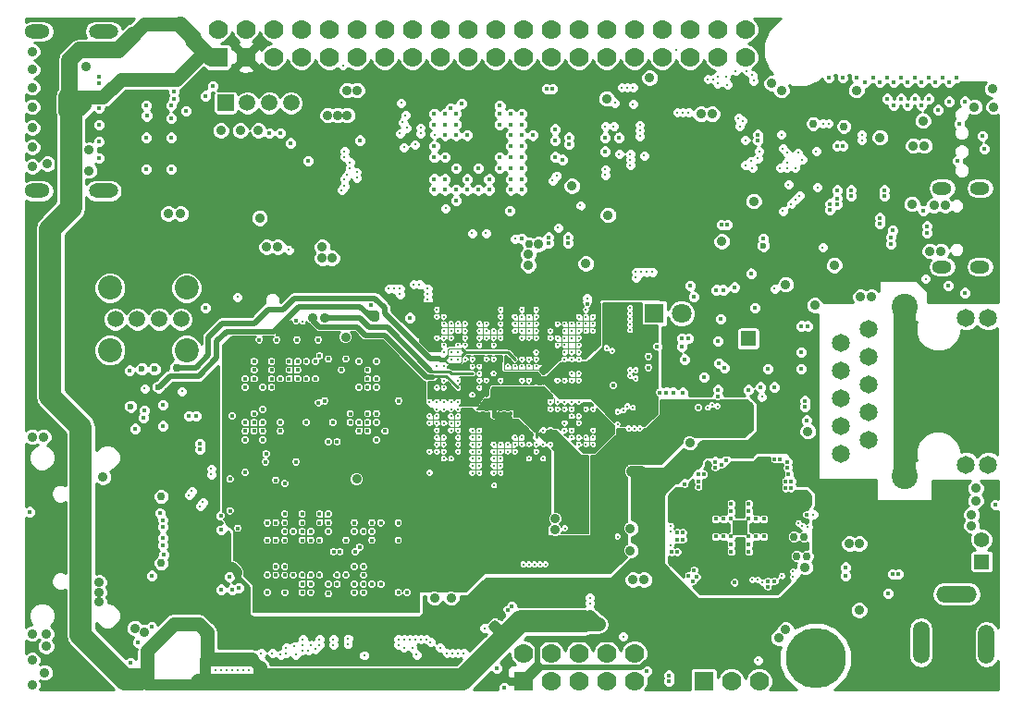
<source format=gbr>
G04 #@! TF.GenerationSoftware,KiCad,Pcbnew,no-vcs-found-ddec803~58~ubuntu14.04.1*
G04 #@! TF.CreationDate,2017-06-02T15:46:38+03:00*
G04 #@! TF.ProjectId,A64-OlinuXino_Rev_D,4136342D4F6C696E7558696E6F5F5265,D*
G04 #@! TF.FileFunction,Copper,L5,Inr,Plane*
G04 #@! TF.FilePolarity,Positive*
%FSLAX46Y46*%
G04 Gerber Fmt 4.6, Leading zero omitted, Abs format (unit mm)*
G04 Created by KiCad (PCBNEW no-vcs-found-ddec803~58~ubuntu14.04.1) date Fri Jun  2 15:46:38 2017*
%MOMM*%
%LPD*%
G01*
G04 APERTURE LIST*
%ADD10C,0.100000*%
%ADD11C,2.400000*%
%ADD12C,1.650000*%
%ADD13O,1.800000X1.200000*%
%ADD14R,1.422400X1.422400*%
%ADD15O,2.300000X1.300000*%
%ADD16O,2.700000X1.300000*%
%ADD17R,0.400000X0.400000*%
%ADD18C,1.500000*%
%ADD19C,2.200000*%
%ADD20C,5.500000*%
%ADD21R,1.500000X1.500000*%
%ADD22C,1.778000*%
%ADD23R,1.778000X1.778000*%
%ADD24R,1.400000X1.400000*%
%ADD25C,1.400000*%
%ADD26R,1.800000X1.800000*%
%ADD27C,1.800000*%
%ADD28O,1.500000X3.900000*%
%ADD29O,1.500000X3.600000*%
%ADD30O,3.700000X1.500000*%
%ADD31C,0.750000*%
%ADD32C,0.900000*%
%ADD33C,0.450000*%
%ADD34C,0.406400*%
%ADD35C,0.327000*%
%ADD36C,0.600000*%
%ADD37C,2.032000*%
%ADD38C,1.270000*%
%ADD39C,1.016000*%
%ADD40C,0.762000*%
%ADD41C,1.524000*%
%ADD42C,0.508000*%
%ADD43C,0.406400*%
%ADD44C,0.106600*%
%ADD45C,0.254000*%
%ADD46C,0.127000*%
%ADD47C,0.711200*%
%ADD48C,0.203200*%
%ADD49C,1.397000*%
G04 APERTURE END LIST*
D10*
D11*
X180975000Y-79883000D03*
X180975000Y-64389000D03*
D12*
X188595000Y-78867000D03*
X186563000Y-78867000D03*
X188595000Y-65405000D03*
X186563000Y-65405000D03*
X175133000Y-77851000D03*
X177673000Y-76581000D03*
X175133000Y-75311000D03*
X177673000Y-74041000D03*
X175133000Y-72771000D03*
X177673000Y-71501000D03*
X175133000Y-70231000D03*
X177673000Y-68961000D03*
X175133000Y-67691000D03*
X177673000Y-66421000D03*
D13*
X187842000Y-53550000D03*
X184372000Y-53550000D03*
X184372000Y-60750000D03*
X187842000Y-60750000D03*
D14*
X166624000Y-67310000D03*
D15*
X101547000Y-39182000D03*
X101547000Y-53782000D03*
D16*
X107597000Y-53782000D03*
X107597000Y-39182000D03*
D17*
X168062000Y-85445500D03*
X167362000Y-85445500D03*
X166662000Y-85445500D03*
X166662000Y-86145500D03*
X166662000Y-86845500D03*
X165062000Y-86845500D03*
X165062000Y-86145500D03*
X165062000Y-85445500D03*
X164362000Y-85445500D03*
X163662000Y-85445500D03*
X163662000Y-83845500D03*
X164362000Y-83845500D03*
X165062000Y-83845500D03*
X165062000Y-83145500D03*
X165062000Y-82445500D03*
X166662000Y-82445500D03*
X166662000Y-83145500D03*
X166662000Y-83845500D03*
X167362000Y-83845500D03*
X168062000Y-83845500D03*
D14*
X165862000Y-84645500D03*
D18*
X114712000Y-65532000D03*
X112712000Y-65532000D03*
X110712000Y-65532000D03*
X108712000Y-65532000D03*
D19*
X108212000Y-68382000D03*
X108212000Y-62682000D03*
X115212000Y-68382000D03*
X115212000Y-62682000D03*
D20*
X172800000Y-96600000D03*
D21*
X118793000Y-45720000D03*
D18*
X120793000Y-45720000D03*
X122793000Y-45720000D03*
X124793000Y-45720000D03*
D22*
X166370000Y-38989000D03*
X166370000Y-41529000D03*
X163830000Y-38989000D03*
X163830000Y-41529000D03*
X161290000Y-38989000D03*
X161290000Y-41529000D03*
X158750000Y-38989000D03*
X158750000Y-41529000D03*
X156210000Y-38989000D03*
X156210000Y-41529000D03*
X146050000Y-38989000D03*
X146050000Y-41529000D03*
X143510000Y-38989000D03*
X143510000Y-41529000D03*
X148590000Y-41529000D03*
X148590000Y-38989000D03*
X151130000Y-38989000D03*
X151130000Y-41529000D03*
X153670000Y-41529000D03*
X153670000Y-38989000D03*
X128270000Y-38989000D03*
X128270000Y-41529000D03*
X125730000Y-41529000D03*
X125730000Y-38989000D03*
X123190000Y-38989000D03*
X123190000Y-41529000D03*
D23*
X118110000Y-41529000D03*
D22*
X118110000Y-38989000D03*
X120650000Y-41529000D03*
X120650000Y-38989000D03*
X130810000Y-41529000D03*
X130810000Y-38989000D03*
X133350000Y-41529000D03*
X133350000Y-38989000D03*
X135890000Y-41529000D03*
X135890000Y-38989000D03*
X138430000Y-41529000D03*
X138430000Y-38989000D03*
X140970000Y-41529000D03*
X140970000Y-38989000D03*
X156210000Y-96139000D03*
X156210000Y-98679000D03*
X153670000Y-98679000D03*
X153670000Y-96139000D03*
X151130000Y-96139000D03*
X151130000Y-98679000D03*
D23*
X146050000Y-98679000D03*
D22*
X146050000Y-96139000D03*
X148590000Y-98679000D03*
X148590000Y-96139000D03*
D23*
X162560000Y-98679000D03*
D22*
X165100000Y-98679000D03*
X167640000Y-98679000D03*
D24*
X187982860Y-87749380D03*
D25*
X187980320Y-85737700D03*
D26*
X157988000Y-65024000D03*
D27*
X160528000Y-65024000D03*
D28*
X182441000Y-95174000D03*
D29*
X188441000Y-95324000D03*
D30*
X185695000Y-90724000D03*
D31*
X170815000Y-85471000D03*
X171704000Y-85471000D03*
D32*
X170058510Y-62357000D03*
X157607000Y-43434000D03*
X178689000Y-48895000D03*
X105537000Y-46482000D03*
X104521000Y-46482000D03*
X121911591Y-56269409D03*
X106045000Y-45212000D03*
D33*
X116967000Y-45085000D03*
D32*
X152908000Y-93472000D03*
X152146000Y-92710000D03*
D33*
X143129000Y-93726000D03*
X143459200Y-93395800D03*
X116840000Y-93980000D03*
X116332000Y-93472000D03*
D32*
X127635000Y-59944000D03*
X128524000Y-59944000D03*
X127635000Y-58928000D03*
D33*
X143637000Y-97536000D03*
D31*
X146558000Y-58674000D03*
D32*
X147447000Y-58674000D03*
D33*
X179451000Y-90678000D03*
D31*
X112903000Y-87884000D03*
D32*
X101092000Y-94361000D03*
X101092000Y-96774000D03*
X102235000Y-97917000D03*
X101092000Y-99060000D03*
X110490000Y-93853000D03*
X107188000Y-89662000D03*
X107188000Y-90551000D03*
D33*
X116459000Y-76962000D03*
X116459000Y-77470000D03*
X118364000Y-83566000D03*
X132080000Y-64262000D03*
X126200000Y-71000000D03*
X123000000Y-69400000D03*
X120600000Y-76600000D03*
X132200000Y-89800000D03*
X129000000Y-89000000D03*
X125800000Y-83400000D03*
X124200000Y-90600000D03*
X159385000Y-98171000D03*
X159385000Y-98679000D03*
D32*
X101092000Y-42672000D03*
X101092000Y-41021000D03*
X106299000Y-50038000D03*
X106299000Y-51943000D03*
X101092000Y-51562000D03*
X101092000Y-49784000D03*
X101092000Y-48006000D03*
X101092000Y-46101000D03*
X101092000Y-44323000D03*
D34*
X147875000Y-75075000D03*
D33*
X174752000Y-49657000D03*
X175260000Y-49657000D03*
X161290000Y-62484000D03*
D32*
X162306000Y-46741510D03*
X163322000Y-46741510D03*
D33*
X100838000Y-83185000D03*
D32*
X128143000Y-46863000D03*
X129921000Y-46863000D03*
X129032000Y-46863000D03*
X130810000Y-44577000D03*
X129921000Y-44577000D03*
D33*
X184912000Y-62484000D03*
X148971000Y-50673000D03*
D32*
X177927000Y-63500000D03*
X176911000Y-63500000D03*
D33*
X178689000Y-56261000D03*
X154813000Y-48895000D03*
X153543000Y-50165000D03*
D32*
X153670000Y-45339000D03*
D33*
X148971000Y-48133000D03*
X148971000Y-49149000D03*
X149606000Y-50927000D03*
D32*
X153797000Y-56007000D03*
X146500000Y-59600000D03*
X146500000Y-60600000D03*
D33*
X137900000Y-46700000D03*
X138900000Y-48700000D03*
X140900000Y-48700000D03*
X143900000Y-46700000D03*
X142900000Y-53700000D03*
X144900000Y-46700000D03*
X144900000Y-47700000D03*
X144900000Y-48700000D03*
X144900000Y-49700000D03*
X144900000Y-50700000D03*
X144900000Y-51700000D03*
X144900000Y-53700000D03*
X144900000Y-52700000D03*
X139900000Y-51700000D03*
X139900000Y-53700000D03*
D32*
X122555000Y-58928000D03*
D33*
X137900000Y-53700000D03*
X131064000Y-49149000D03*
X123825000Y-48514000D03*
D32*
X121793000Y-48260000D03*
X120142000Y-48260000D03*
X118364000Y-48260000D03*
D33*
X122809000Y-48514000D03*
X132600000Y-76600000D03*
X125222000Y-65659000D03*
X131800000Y-71000000D03*
D35*
X138125000Y-64675000D03*
D33*
X132600000Y-69400000D03*
D35*
X145925000Y-66625000D03*
D32*
X164211000Y-58420000D03*
D33*
X158242000Y-68072000D03*
D32*
X161290000Y-76835000D03*
D33*
X166878000Y-61341000D03*
X117602000Y-44196000D03*
X124714000Y-49403000D03*
X126365000Y-51054000D03*
X172085000Y-66167000D03*
D32*
X114681000Y-55880000D03*
X113538000Y-55880000D03*
X107188000Y-91440000D03*
X129794000Y-67183000D03*
D33*
X122200000Y-76600000D03*
X123800000Y-75800000D03*
X131000000Y-69400000D03*
X128200000Y-76800000D03*
X131000000Y-75800000D03*
D32*
X182626000Y-47371000D03*
D33*
X184023000Y-46355000D03*
X182499000Y-45974000D03*
X181229000Y-45974000D03*
X179959000Y-45974000D03*
X179324000Y-45339000D03*
X180594000Y-45339000D03*
X181864000Y-45339000D03*
X183134000Y-45339000D03*
X186436000Y-45593000D03*
X185039000Y-45593000D03*
X177292000Y-43815000D03*
X178689000Y-43815000D03*
X179959000Y-43815000D03*
X181229000Y-43815000D03*
X182499000Y-43815000D03*
X183769000Y-43815000D03*
X185039000Y-43815000D03*
X179324000Y-43434000D03*
X178054000Y-43434000D03*
D32*
X167132000Y-54737000D03*
X174503225Y-60584225D03*
D33*
X144272000Y-99314000D03*
D32*
X148971000Y-84836000D03*
X137922000Y-91053480D03*
X139446000Y-91053480D03*
X101092000Y-76327000D03*
X102362000Y-94361000D03*
X102362000Y-95504000D03*
X107569000Y-80010000D03*
X111379000Y-94234000D03*
X123571000Y-58928000D03*
D33*
X154305000Y-71628000D03*
D32*
X183642000Y-55118000D03*
X184658000Y-55118000D03*
D35*
X140725000Y-67275000D03*
X138775000Y-75075000D03*
X139425000Y-75725000D03*
X152425000Y-65325000D03*
X145925000Y-74425000D03*
D33*
X107188000Y-43307000D03*
X107188000Y-50800000D03*
X107188000Y-49276000D03*
X107188000Y-47752000D03*
X107188000Y-46228000D03*
X111506000Y-51816000D03*
X111506000Y-48895000D03*
X111506000Y-45974000D03*
X113792000Y-45974000D03*
X113792000Y-51816000D03*
X113792000Y-48895000D03*
D32*
X102108000Y-76327000D03*
D33*
X119200000Y-83100000D03*
X132200000Y-84200000D03*
X130600000Y-84200000D03*
D35*
X145275000Y-74425000D03*
X143325000Y-74425000D03*
D34*
X147225000Y-75075000D03*
X146575000Y-75075000D03*
X146575000Y-74425000D03*
X147225000Y-74425000D03*
X147875000Y-74425000D03*
X143325000Y-73775000D03*
X143975000Y-73775000D03*
X144625000Y-73775000D03*
X145275000Y-73775000D03*
X145925000Y-73775000D03*
X146575000Y-73775000D03*
X147225000Y-73775000D03*
X146575000Y-73125000D03*
X145925000Y-73125000D03*
X145275000Y-73125000D03*
X144625000Y-73125000D03*
X143975000Y-73125000D03*
X142675000Y-73125000D03*
X143325000Y-73125000D03*
X147875000Y-73775000D03*
D35*
X149175000Y-74425000D03*
X148525000Y-74425000D03*
D34*
X147875000Y-72475000D03*
X147225000Y-72475000D03*
X146575000Y-72475000D03*
X145925000Y-72475000D03*
X145275000Y-72475000D03*
X144625000Y-72475000D03*
D35*
X143325000Y-72475000D03*
D34*
X143975000Y-72475000D03*
X147875000Y-73125000D03*
X147225000Y-73125000D03*
D35*
X148525000Y-72475000D03*
X147875000Y-71825000D03*
X147225000Y-71825000D03*
X146575000Y-71825000D03*
X143975000Y-71175000D03*
X143325000Y-71825000D03*
X143975000Y-71825000D03*
X144625000Y-71825000D03*
X145275000Y-71825000D03*
X145925000Y-71175000D03*
X146575000Y-71175000D03*
X145925000Y-71825000D03*
X146575000Y-69875000D03*
X145925000Y-69875000D03*
X144625000Y-69875000D03*
X145275000Y-69875000D03*
D32*
X182753000Y-49657000D03*
X169672000Y-44577000D03*
X181610000Y-54991000D03*
X187325000Y-46101000D03*
X189103000Y-46101000D03*
D33*
X171831000Y-73025000D03*
X171831000Y-73533000D03*
X168021000Y-58166000D03*
D36*
X168021000Y-58801000D03*
D32*
X155829000Y-86741000D03*
X172085000Y-75819000D03*
X155829000Y-84709000D03*
X187452000Y-81026000D03*
X187452000Y-82169000D03*
D33*
X175514000Y-89027000D03*
X175514000Y-88265000D03*
X179832000Y-88900000D03*
X180340000Y-88900000D03*
D32*
X176784000Y-92202000D03*
X148971000Y-83820000D03*
D35*
X147225000Y-75725000D03*
X148525000Y-77025000D03*
X147225000Y-76375000D03*
X147875000Y-78325000D03*
D32*
X156083000Y-89408000D03*
X157099000Y-89408000D03*
X171831000Y-88265000D03*
D35*
X149175000Y-71175000D03*
D33*
X176530000Y-43434000D03*
X173990000Y-43434000D03*
X175260000Y-43434000D03*
D32*
X176530000Y-44577000D03*
D33*
X185674000Y-43434000D03*
X184404000Y-43434000D03*
X183134000Y-43434000D03*
X181864000Y-43434000D03*
X180594000Y-43434000D03*
D32*
X188976000Y-44450000D03*
X181737000Y-49657000D03*
D33*
X178689000Y-56769000D03*
D35*
X143975000Y-65975000D03*
X142675000Y-71175000D03*
X143325000Y-70525000D03*
X142025000Y-71175000D03*
X142025000Y-73775000D03*
D33*
X128200000Y-69200000D03*
X124600000Y-69400000D03*
X121400000Y-69400000D03*
X126200000Y-75000000D03*
X122428000Y-78613000D03*
X125222000Y-78613000D03*
X129400000Y-70200000D03*
X129800000Y-69200000D03*
X128600000Y-75000000D03*
X129000000Y-76800000D03*
X130200000Y-75000000D03*
X133400000Y-75800000D03*
X124200000Y-83400000D03*
X123400000Y-84200000D03*
X122600000Y-90600000D03*
X126600000Y-90600000D03*
X128200000Y-84200000D03*
D35*
X142025000Y-75725000D03*
X137475000Y-79625000D03*
X138775000Y-78325000D03*
X142025000Y-77675000D03*
X144625000Y-77025000D03*
X143975000Y-77675000D03*
X145275000Y-77675000D03*
X145275000Y-77025000D03*
D33*
X133000000Y-84200000D03*
X131400000Y-90600000D03*
X135400000Y-90600000D03*
X133000000Y-89800000D03*
X134600000Y-84200000D03*
X130600000Y-90600000D03*
X134600000Y-90600000D03*
X130600000Y-89800000D03*
X134600000Y-85800000D03*
X132200000Y-85000000D03*
D34*
X142675000Y-73775000D03*
D35*
X148525000Y-75075000D03*
D33*
X127254000Y-67437000D03*
X125349000Y-67437000D03*
X123444000Y-67437000D03*
X121885000Y-67437000D03*
X121100000Y-67500000D03*
X128200000Y-89000000D03*
X146812000Y-86868000D03*
X121400000Y-76600000D03*
X123800000Y-76600000D03*
X129000000Y-69200000D03*
D32*
X166497000Y-73660000D03*
D35*
X143975000Y-74425000D03*
D33*
X134600000Y-85000000D03*
X133800000Y-84200000D03*
X131400000Y-84200000D03*
D35*
X142675000Y-75075000D03*
X143325000Y-75075000D03*
X143975000Y-75725000D03*
X143975000Y-76375000D03*
X143975000Y-75075000D03*
X145275000Y-75075000D03*
X145275000Y-75725000D03*
D32*
X166497000Y-74676000D03*
D35*
X141375000Y-74425000D03*
X142025000Y-74425000D03*
D33*
X119200000Y-82400000D03*
X126200000Y-70200000D03*
X127000000Y-70200000D03*
X123800000Y-69400000D03*
X122200000Y-69400000D03*
X126200000Y-75800000D03*
X133400000Y-70200000D03*
X132600000Y-70200000D03*
X131000000Y-70200000D03*
X131800000Y-69400000D03*
X128600000Y-74200000D03*
X127400000Y-76800000D03*
X130200000Y-75800000D03*
X132600000Y-75800000D03*
X131000000Y-76600000D03*
X125000000Y-83400000D03*
X123400000Y-83400000D03*
X127400000Y-85000000D03*
X123400000Y-90600000D03*
X125000000Y-90600000D03*
X135900000Y-89500000D03*
X129800000Y-85000000D03*
X133000000Y-85000000D03*
X132200000Y-90600000D03*
X135354607Y-84148773D03*
X133800000Y-90600000D03*
X133000000Y-90600000D03*
X130600000Y-89000000D03*
X129800000Y-90600000D03*
X131800000Y-76600000D03*
X119380000Y-74422000D03*
X119200000Y-80200000D03*
X119900000Y-84700000D03*
X123800000Y-75000000D03*
X126600000Y-89800000D03*
X127400000Y-68900000D03*
D32*
X130800000Y-80200000D03*
D35*
X141375000Y-76375000D03*
D33*
X124968000Y-58801000D03*
D32*
X107569000Y-81153000D03*
X100838000Y-81026000D03*
D33*
X118364000Y-84201000D03*
X157734000Y-99314000D03*
D32*
X149860000Y-45333490D03*
X160274000Y-44958000D03*
X161163000Y-44952490D03*
D33*
X154559000Y-55499000D03*
X153543000Y-51181000D03*
D32*
X151003000Y-55880000D03*
D33*
X130302000Y-49149000D03*
D35*
X147875000Y-69875000D03*
D32*
X163576000Y-59563000D03*
D33*
X143891000Y-92964000D03*
X144221200Y-92633800D03*
X186309000Y-55880000D03*
D32*
X119888000Y-88773000D03*
D35*
X144625000Y-69225000D03*
X147875000Y-70525000D03*
D31*
X142875000Y-58674000D03*
D32*
X172466000Y-44577000D03*
D33*
X180975000Y-95885000D03*
D35*
X148525000Y-69875000D03*
X145275000Y-67925000D03*
X145275000Y-67275000D03*
D32*
X156839490Y-79502000D03*
X155956000Y-79502000D03*
D33*
X146900000Y-48700000D03*
X118364000Y-84836000D03*
D31*
X112903000Y-81788000D03*
D36*
X112649000Y-71755000D03*
D33*
X132588000Y-65024000D03*
X132588000Y-65532000D03*
D35*
X137475000Y-73125000D03*
D33*
X113030000Y-85598000D03*
D35*
X140075000Y-71175000D03*
D36*
X110109000Y-73533000D03*
D32*
X127889000Y-65405000D03*
D33*
X160147000Y-86868000D03*
X159639000Y-86868000D03*
D35*
X145925000Y-69225000D03*
X141375000Y-70525000D03*
D31*
X172593000Y-47625000D03*
D36*
X111125000Y-70104000D03*
D32*
X126746000Y-65405000D03*
D35*
X140075000Y-71825000D03*
D33*
X170053000Y-81026000D03*
X170561000Y-81026000D03*
D35*
X138775000Y-73125000D03*
X116713000Y-82296000D03*
X138125000Y-69875000D03*
X141375000Y-72475000D03*
X142025000Y-71825000D03*
D33*
X135636000Y-65405000D03*
D35*
X138125000Y-71825000D03*
D33*
X119126000Y-89154000D03*
X113030000Y-86233000D03*
D35*
X138125000Y-73125000D03*
X116459000Y-82677000D03*
X138775000Y-69875000D03*
X140075000Y-73125000D03*
X140075000Y-73775000D03*
D32*
X184277000Y-59309000D03*
D31*
X171069000Y-87249000D03*
X171958000Y-87249000D03*
D32*
X183261000Y-59309000D03*
D35*
X182880000Y-61849000D03*
D33*
X179705000Y-58674000D03*
D35*
X156718000Y-75565000D03*
X172974000Y-53467000D03*
D32*
X102489000Y-51308000D03*
D31*
X114300000Y-69977000D03*
D33*
X162052000Y-80899000D03*
X162052000Y-80391000D03*
D35*
X145275000Y-69225000D03*
D33*
X174752000Y-53721000D03*
X164211000Y-56896000D03*
X164719000Y-56896000D03*
X150114000Y-58547000D03*
X150114000Y-58039000D03*
D35*
X147225000Y-68575000D03*
D33*
X164211000Y-78867000D03*
X164592000Y-78486000D03*
X176022000Y-54229000D03*
X176022000Y-53721000D03*
D35*
X142675000Y-69225000D03*
D33*
X160147000Y-85725000D03*
X160655000Y-85725000D03*
X179070000Y-53721000D03*
X179070000Y-54229000D03*
X144780000Y-55626000D03*
X169545000Y-78359000D03*
X169037000Y-78359000D03*
D35*
X142025000Y-69875000D03*
D32*
X150749000Y-80269520D03*
X149733000Y-81280000D03*
X149733000Y-80264000D03*
D35*
X149175000Y-77025000D03*
X149825000Y-77025000D03*
X148525000Y-75725000D03*
X149175000Y-76375000D03*
X150475000Y-77675000D03*
X149825000Y-77675000D03*
X149175000Y-77675000D03*
X151775000Y-78975000D03*
X151775000Y-78325000D03*
X150475000Y-78975000D03*
X151125000Y-78975000D03*
X151125000Y-78325000D03*
X150475000Y-78325000D03*
X149825000Y-78325000D03*
X149175000Y-78325000D03*
X149175000Y-78975000D03*
D32*
X150749000Y-81280000D03*
D33*
X160782000Y-80645000D03*
D32*
X163703000Y-90170000D03*
D33*
X160528000Y-81280000D03*
X160020000Y-81280000D03*
D32*
X187071000Y-84455000D03*
X187071000Y-83439000D03*
D33*
X169545000Y-78994000D03*
X169037000Y-78994000D03*
X167386000Y-78994000D03*
X167767000Y-78613000D03*
X164719000Y-79756000D03*
X164719000Y-79248000D03*
X162941000Y-79248000D03*
X162941000Y-78740000D03*
D31*
X159766000Y-83693000D03*
X160655000Y-83693000D03*
D33*
X160274000Y-88138000D03*
X160274000Y-87630000D03*
D32*
X164465000Y-89662000D03*
D31*
X171704000Y-86360000D03*
X170815000Y-86360000D03*
D32*
X171831000Y-81915000D03*
X170942000Y-81915000D03*
X175895000Y-86106000D03*
X176784000Y-86106000D03*
D33*
X171958000Y-83439000D03*
D32*
X169418000Y-94742000D03*
X170053000Y-93980000D03*
D33*
X161925000Y-89154000D03*
X161544000Y-89535000D03*
D36*
X112268000Y-70104000D03*
D33*
X116967000Y-64516000D03*
X168402000Y-90043000D03*
X168402000Y-89535000D03*
D35*
X141375000Y-69225000D03*
D32*
X156972000Y-74803000D03*
X155956000Y-74803000D03*
D35*
X144625000Y-71175000D03*
X145275000Y-71175000D03*
X147225000Y-71175000D03*
X147225000Y-69875000D03*
X147225000Y-70525000D03*
X146575000Y-70525000D03*
X145925000Y-70525000D03*
X144625000Y-70525000D03*
X145275000Y-70525000D03*
X142675000Y-72475000D03*
X143325000Y-71175000D03*
X142675000Y-71825000D03*
X177038000Y-48641000D03*
D33*
X185928000Y-47625000D03*
D35*
X129540000Y-42291000D03*
X140075000Y-68575000D03*
X167894000Y-72644000D03*
X167005000Y-89408000D03*
D33*
X144653000Y-92202000D03*
X144983200Y-91871800D03*
X162560000Y-79756000D03*
X162052000Y-79756000D03*
X174752000Y-54483000D03*
X163576000Y-79121000D03*
X163576000Y-78613000D03*
X174752000Y-54991000D03*
D32*
X151759490Y-60452000D03*
D33*
X174117000Y-55499000D03*
X174117000Y-54991000D03*
X160147000Y-85090000D03*
X160655000Y-85090000D03*
X170053000Y-80391000D03*
X170561000Y-80391000D03*
D32*
X168783000Y-43942000D03*
D33*
X170307000Y-79756000D03*
D35*
X177038000Y-49149000D03*
D33*
X185801000Y-51054000D03*
D35*
X172085000Y-84582000D03*
D33*
X148209000Y-44450000D03*
X148717000Y-44450000D03*
X148336000Y-58039000D03*
X148336000Y-58547000D03*
D31*
X175387000Y-47879000D03*
D35*
X143325000Y-69225000D03*
D33*
X170180000Y-79121000D03*
X170180000Y-78613000D03*
X169037000Y-89535000D03*
D35*
X138125000Y-67275000D03*
X136525000Y-62357000D03*
X136017000Y-62357000D03*
X138775000Y-67925000D03*
D33*
X145923000Y-58166000D03*
D35*
X146575000Y-69225000D03*
X141375000Y-69875000D03*
X133731000Y-62738000D03*
X167513000Y-96774000D03*
D33*
X157353000Y-97790000D03*
D35*
X150475000Y-75725000D03*
X148525000Y-73125000D03*
D33*
X107188000Y-43942000D03*
X113792000Y-47117000D03*
X111569500Y-46926500D03*
D35*
X140725000Y-66625000D03*
D32*
X106045000Y-42418000D03*
D35*
X163830000Y-43942000D03*
X151775000Y-65975000D03*
X157861000Y-61214000D03*
X140075000Y-65975000D03*
X152425000Y-66625000D03*
X139425000Y-67275000D03*
X150475000Y-65975000D03*
X139425000Y-65975000D03*
X164719000Y-44069000D03*
X151775000Y-66625000D03*
X139425000Y-66625000D03*
X156083000Y-44323000D03*
X149825000Y-65975000D03*
X138775000Y-65975000D03*
X163449000Y-43561000D03*
X151775000Y-65325000D03*
X138775000Y-67275000D03*
X150475000Y-68575000D03*
X164592000Y-43307000D03*
X155575000Y-44323000D03*
X151257000Y-55118000D03*
X147225000Y-67275000D03*
X163830000Y-43307000D03*
X152425000Y-65975000D03*
X166370000Y-49149000D03*
X151125000Y-67925000D03*
X140725000Y-69225000D03*
X119888000Y-63500000D03*
X134747000Y-63246000D03*
X161163000Y-46609000D03*
X151775000Y-64675000D03*
X160147000Y-46609000D03*
X151125000Y-65325000D03*
X160020000Y-40894000D03*
X148525000Y-73775000D03*
X160655000Y-46609000D03*
X151125000Y-65975000D03*
X167132000Y-43688000D03*
X155702000Y-75565000D03*
X151125000Y-67275000D03*
X165862000Y-47879000D03*
X165481000Y-42799000D03*
X149175000Y-73125000D03*
X166116000Y-47371000D03*
X149825000Y-68575000D03*
X167005000Y-43180000D03*
X156210000Y-75565000D03*
X156083000Y-45847000D03*
X149825000Y-66625000D03*
X166497000Y-42799000D03*
X149825000Y-75725000D03*
X165735000Y-47117000D03*
X150475000Y-67275000D03*
X155067000Y-44323000D03*
X154813000Y-50419000D03*
X147225000Y-66625000D03*
D33*
X115189000Y-46482000D03*
D35*
X142025000Y-65975000D03*
D33*
X114046000Y-45339000D03*
D35*
X140075000Y-66625000D03*
D33*
X115443000Y-74422000D03*
D35*
X138775000Y-71825000D03*
X111379000Y-71882000D03*
X125857000Y-65786000D03*
X138775000Y-73775000D03*
D33*
X116078000Y-74422000D03*
D35*
X138775000Y-71175000D03*
X122051034Y-96134966D03*
X150475000Y-73775000D03*
X149825000Y-73125000D03*
X120904000Y-97663000D03*
X149825000Y-73775000D03*
X120396000Y-97663000D03*
X123063000Y-96139000D03*
X148082000Y-88011000D03*
X152425000Y-76375000D03*
X150475000Y-71175000D03*
X156083000Y-73660000D03*
X119888000Y-97663000D03*
X123825000Y-96266000D03*
X155194000Y-73914000D03*
D33*
X163703000Y-62865000D03*
D35*
X151125000Y-77025000D03*
X147574000Y-88011000D03*
X125222000Y-96266000D03*
X125095000Y-95504000D03*
X150475000Y-74425000D03*
X125857000Y-95885000D03*
X162941000Y-73660000D03*
X126365000Y-95885000D03*
X163830000Y-73533000D03*
X127000000Y-95758000D03*
D33*
X162052000Y-73660000D03*
D35*
X142494000Y-93853000D03*
X156337000Y-70231000D03*
X149175000Y-67925000D03*
X139573000Y-96139000D03*
X151125000Y-70525000D03*
X131495800Y-96342200D03*
X149825000Y-67275000D03*
X139065000Y-96139000D03*
X151125000Y-68575000D03*
X138430000Y-95631000D03*
X151125000Y-66625000D03*
X136271000Y-96266000D03*
X140589000Y-96139000D03*
X154178000Y-68453000D03*
X140081000Y-96139000D03*
X153670000Y-68199000D03*
D33*
X160528000Y-68072000D03*
D35*
X137160000Y-94869000D03*
X155829000Y-70231000D03*
X136144000Y-94869000D03*
D33*
X163830000Y-72009000D03*
D35*
X135636000Y-94869000D03*
D33*
X163830000Y-72644000D03*
D35*
X135128000Y-94869000D03*
X163322000Y-73406000D03*
X150475000Y-73125000D03*
X154686000Y-85471000D03*
X134620000Y-94869000D03*
X151125000Y-69225000D03*
X134620000Y-95377000D03*
X135128000Y-95631000D03*
D33*
X160782000Y-69215000D03*
D35*
X149825000Y-67925000D03*
X136652000Y-94869000D03*
X156337000Y-70993000D03*
X151125000Y-71175000D03*
X135890000Y-95631000D03*
D33*
X157480000Y-68961000D03*
D35*
X149825000Y-69225000D03*
X137541000Y-95123000D03*
X150475000Y-69225000D03*
D33*
X157480000Y-69977000D03*
X112776000Y-83312000D03*
D35*
X152425000Y-73775000D03*
D33*
X113030000Y-83947000D03*
D35*
X151775000Y-76375000D03*
X149175000Y-73775000D03*
D33*
X113030000Y-84582000D03*
X113157000Y-87122000D03*
D35*
X154686000Y-75184000D03*
D33*
X120015000Y-90170000D03*
D35*
X149825000Y-71175000D03*
D33*
X119380000Y-90297000D03*
D35*
X151775000Y-73775000D03*
X154686000Y-74041000D03*
D33*
X118364000Y-90297000D03*
D35*
X147066000Y-88011000D03*
X151125000Y-76375000D03*
X146050000Y-88011000D03*
X149825000Y-75075000D03*
X147225000Y-64675000D03*
X124333000Y-95631000D03*
X129667000Y-50673000D03*
X146558000Y-88011000D03*
X150475000Y-76375000D03*
X124333000Y-96139000D03*
X147225000Y-65325000D03*
X129667000Y-50165000D03*
X129992889Y-94811792D03*
X145925000Y-65325000D03*
X130810000Y-52578000D03*
X125857000Y-94869000D03*
X146575000Y-65975000D03*
X130175000Y-51689000D03*
X129988170Y-95317170D03*
X145925000Y-64675000D03*
X130810000Y-52070000D03*
X125857000Y-95377000D03*
X146575000Y-65325000D03*
X130175000Y-51181000D03*
X128651000Y-94869000D03*
X129413000Y-53721000D03*
X143975000Y-65325000D03*
X145275000Y-65975000D03*
X127381000Y-94869000D03*
X129667000Y-52705000D03*
X128651000Y-95377000D03*
X129667000Y-53340000D03*
X143975000Y-64675000D03*
X145275000Y-65325000D03*
X127381000Y-95377000D03*
X129921000Y-52324000D03*
X153543000Y-52324000D03*
D33*
X188214000Y-49911000D03*
X120600000Y-71000000D03*
D35*
X139425000Y-73775000D03*
D33*
X122600000Y-84200000D03*
D35*
X141375000Y-78975000D03*
X141375000Y-78325000D03*
D33*
X128200000Y-90700000D03*
X125800000Y-90600000D03*
D35*
X149100000Y-52400000D03*
D33*
X143900000Y-50700000D03*
D35*
X142621000Y-57658000D03*
X143325000Y-67275000D03*
D33*
X182626000Y-55626000D03*
D35*
X151125000Y-75075000D03*
X172847000Y-50165000D03*
X169037000Y-62738000D03*
X169672000Y-89027000D03*
X173431200Y-58978800D03*
X124587000Y-59182000D03*
X138938000Y-55372000D03*
D33*
X114046000Y-44704000D03*
D35*
X140725000Y-65975000D03*
X169545000Y-51689000D03*
X149175000Y-65975000D03*
X155829000Y-50927000D03*
X166877994Y-51054000D03*
X169799000Y-55626000D03*
X137287000Y-62738000D03*
X167005000Y-51689000D03*
X155829000Y-70739000D03*
X150475000Y-70525000D03*
X152425000Y-77025000D03*
X152425000Y-75725000D03*
X151125000Y-74425000D03*
X159512000Y-86233000D03*
X171196000Y-84201000D03*
X134747000Y-48514000D03*
D33*
X110744000Y-95123000D03*
D35*
X170688000Y-89154000D03*
X171577000Y-84455000D03*
X142025000Y-67925000D03*
X159512000Y-84455000D03*
D33*
X179832000Y-57404000D03*
X179705000Y-58039000D03*
D35*
X159512000Y-84963000D03*
D33*
X110490000Y-75565000D03*
D35*
X134747000Y-62738000D03*
X139425000Y-68575000D03*
X152146000Y-91567000D03*
X167513000Y-89408000D03*
D33*
X188087000Y-48768000D03*
X109982000Y-70231000D03*
D35*
X134239000Y-62738000D03*
X138775000Y-68575000D03*
D33*
X110109000Y-97028000D03*
D35*
X167894000Y-89662000D03*
X155194000Y-94615000D03*
X142025000Y-70525000D03*
X151125000Y-73125000D03*
X134874000Y-45720000D03*
X145275000Y-66625000D03*
X135255000Y-46863000D03*
X143975000Y-67275000D03*
X135001000Y-47498000D03*
X143325000Y-66625000D03*
X135382000Y-48006000D03*
X142675000Y-66625000D03*
X136652000Y-48514000D03*
X145925000Y-67275000D03*
D33*
X138900000Y-53700000D03*
D35*
X136144000Y-49530000D03*
X143975000Y-66625000D03*
D33*
X138900000Y-52700000D03*
D35*
X142675000Y-65975000D03*
X135128000Y-49784000D03*
D33*
X140900000Y-53700000D03*
D35*
X137922000Y-48641000D03*
X145925000Y-65975000D03*
D33*
X141900000Y-53700000D03*
D35*
X148717000Y-52832000D03*
D33*
X143900000Y-51700000D03*
D35*
X141351000Y-57658000D03*
X142025000Y-66625000D03*
X136652000Y-48006000D03*
X145288000Y-58166000D03*
D33*
X141900000Y-51700000D03*
D35*
X114808000Y-72136000D03*
X139425000Y-73125000D03*
X167640000Y-50165000D03*
X157353000Y-61214000D03*
X155829000Y-51435000D03*
X166370004Y-51435000D03*
X148525000Y-67275000D03*
X169799000Y-49911000D03*
X157099000Y-50546000D03*
X150475000Y-66625000D03*
X170180000Y-51689000D03*
X156845000Y-61214000D03*
X155829000Y-50419000D03*
X167513000Y-50800000D03*
X148525000Y-66625000D03*
X171577000Y-50927000D03*
X155829000Y-66040000D03*
X137287000Y-63246000D03*
X170180000Y-50292000D03*
X170180000Y-51181000D03*
X137287000Y-63754000D03*
X154305000Y-47879000D03*
X149225000Y-57150000D03*
X117856000Y-97663000D03*
X143325000Y-67925000D03*
X118872000Y-97663000D03*
D33*
X153543000Y-48895000D03*
D35*
X146575000Y-66625000D03*
X153543000Y-47879000D03*
X118364000Y-97663000D03*
X147225000Y-65975000D03*
X119380000Y-97663000D03*
X154432000Y-45720000D03*
X153543000Y-51816000D03*
X146575000Y-67275000D03*
X170688000Y-88646000D03*
X172593000Y-83439000D03*
X170942000Y-51689000D03*
X156337000Y-61214000D03*
X170307000Y-53213000D03*
X156337000Y-61722000D03*
X156718000Y-47752000D03*
X138775000Y-66625000D03*
X173990000Y-47625000D03*
X170942000Y-54610000D03*
X155829000Y-65024000D03*
X171323000Y-54229000D03*
X155829000Y-64516000D03*
X156718000Y-48768000D03*
X140725000Y-67925000D03*
X169672000Y-48641000D03*
X173482000Y-47625000D03*
X156718000Y-48260000D03*
X140075000Y-67925000D03*
D33*
X130600000Y-85000000D03*
D35*
X141375000Y-79625000D03*
X142025000Y-79625000D03*
D33*
X129800000Y-85800000D03*
D35*
X143325000Y-79625000D03*
D33*
X130600000Y-88200000D03*
X129800000Y-89000000D03*
D35*
X143975000Y-79625000D03*
D33*
X134620000Y-73025000D03*
X130200000Y-74200000D03*
X132200000Y-85800000D03*
D35*
X142025000Y-78975000D03*
D33*
X131400000Y-88200000D03*
D35*
X143383000Y-80772000D03*
D33*
X131400000Y-89800000D03*
D35*
X143975000Y-78975000D03*
D33*
X120600000Y-75800000D03*
D35*
X139425000Y-78325000D03*
D33*
X122600000Y-89000000D03*
X121400000Y-75800000D03*
D35*
X141375000Y-77675000D03*
D33*
X123400000Y-89000000D03*
X131400000Y-85000000D03*
D35*
X142025000Y-78325000D03*
D33*
X123400000Y-80300000D03*
D35*
X143325000Y-77675000D03*
D33*
X128200000Y-89800000D03*
X131400000Y-89000000D03*
D35*
X143975000Y-78325000D03*
D33*
X120600000Y-79600000D03*
D35*
X147225000Y-77675000D03*
D33*
X125800000Y-89800000D03*
D35*
X137475000Y-77675000D03*
D33*
X131000000Y-75000000D03*
D35*
X138125000Y-77675000D03*
D33*
X131800000Y-75800000D03*
X121400000Y-71000000D03*
X123400000Y-85800000D03*
D35*
X138775000Y-77675000D03*
D33*
X121400000Y-70200000D03*
X124200000Y-84200000D03*
D35*
X140075000Y-77675000D03*
D33*
X123000000Y-71000000D03*
X124200000Y-85000000D03*
D35*
X141375000Y-77025000D03*
D33*
X120600000Y-75000000D03*
D35*
X143325000Y-77025000D03*
D33*
X123400000Y-88200000D03*
X122500000Y-77900000D03*
X127400000Y-89000000D03*
D35*
X144625000Y-77675000D03*
D33*
X122200000Y-75000000D03*
X125000000Y-89000000D03*
D35*
X146575000Y-78325000D03*
D33*
X122200000Y-73800000D03*
X126600000Y-89000000D03*
D35*
X147225000Y-77025000D03*
D33*
X121400000Y-75000000D03*
D35*
X147875000Y-77025000D03*
D33*
X124200000Y-88200000D03*
X131800000Y-75000000D03*
D35*
X138125000Y-77025000D03*
D33*
X132600000Y-75000000D03*
D35*
X138775000Y-77025000D03*
D33*
X126200000Y-69400000D03*
X127400000Y-83400000D03*
D35*
X140075000Y-77025000D03*
D33*
X125400000Y-70200000D03*
X126600000Y-85000000D03*
D35*
X140075000Y-76375000D03*
D33*
X125400000Y-69400000D03*
X127400000Y-84200000D03*
D35*
X142025000Y-77025000D03*
D33*
X121400000Y-74200000D03*
X125800000Y-89000000D03*
D35*
X143975000Y-77025000D03*
D33*
X122200000Y-71800000D03*
D35*
X145925000Y-77025000D03*
D33*
X124200000Y-85800000D03*
X123000000Y-71800000D03*
D35*
X145925000Y-76375000D03*
D33*
X125800000Y-85800000D03*
D35*
X151775000Y-77025000D03*
D33*
X123800000Y-71000000D03*
D35*
X138775000Y-76375000D03*
D33*
X125800000Y-85000000D03*
X124200000Y-80600000D03*
D35*
X142025000Y-76375000D03*
D33*
X129000000Y-89800000D03*
D35*
X145275000Y-76375000D03*
D33*
X123000000Y-70200000D03*
X125000000Y-85000000D03*
X122200000Y-75800000D03*
X124200000Y-89000000D03*
D35*
X146575000Y-77025000D03*
X152146000Y-91059000D03*
X149860000Y-84709000D03*
D33*
X165354000Y-89662000D03*
D35*
X147875000Y-75725000D03*
D33*
X132600000Y-71800000D03*
D35*
X137475000Y-75075000D03*
X138125000Y-75075000D03*
D33*
X131000000Y-71800000D03*
X127000000Y-69400000D03*
X128200000Y-83400000D03*
D35*
X140075000Y-75725000D03*
D33*
X127000000Y-71000000D03*
D35*
X141375000Y-75725000D03*
D33*
X128200000Y-85000000D03*
X131800000Y-71800000D03*
D35*
X137475000Y-74425000D03*
D33*
X132600000Y-71000000D03*
D35*
X138125000Y-74425000D03*
D33*
X124600000Y-71000000D03*
D35*
X139425000Y-74425000D03*
D33*
X126600000Y-85800000D03*
X124600000Y-70200000D03*
D35*
X139425000Y-75075000D03*
D33*
X125800000Y-84200000D03*
X120600000Y-71800000D03*
X122600000Y-85800000D03*
D35*
X140075000Y-75075000D03*
X138125000Y-73775000D03*
D33*
X131800000Y-70200000D03*
X125400000Y-71000000D03*
D35*
X140075000Y-74425000D03*
D33*
X127400000Y-85800000D03*
D35*
X155829000Y-66548000D03*
X171196000Y-50292000D03*
X170561000Y-54991000D03*
X155829000Y-65532000D03*
X126619000Y-95377000D03*
X155575000Y-73533000D03*
X142675000Y-67275000D03*
X142025000Y-67275000D03*
D33*
X130644024Y-86835010D03*
D35*
X143325000Y-78975000D03*
D33*
X131052024Y-86427010D03*
D35*
X143325000Y-78325000D03*
D33*
X127300000Y-73200000D03*
X128676400Y-86842600D03*
X127889000Y-73025000D03*
X129260600Y-86842600D03*
D35*
X138125000Y-76375000D03*
D33*
X132600000Y-74200000D03*
X131800000Y-74200000D03*
D35*
X138125000Y-75725000D03*
D33*
X151892000Y-64135000D03*
D35*
X149175000Y-67275000D03*
D32*
X181610000Y-69215000D03*
X184785000Y-69215000D03*
X187325000Y-69215000D03*
X188595000Y-70485000D03*
X185420000Y-70485000D03*
X182245000Y-70485000D03*
X180975000Y-71755000D03*
X184150000Y-71755000D03*
X187325000Y-71755000D03*
X188595000Y-73025000D03*
X185420000Y-73025000D03*
X182245000Y-73025000D03*
X180975000Y-74295000D03*
X184150000Y-74295000D03*
X187325000Y-74295000D03*
X188595000Y-75565000D03*
X185420000Y-75565000D03*
X182245000Y-75565000D03*
D33*
X160528000Y-67310000D03*
X162560000Y-70866000D03*
X167767000Y-71755000D03*
X164084000Y-65532000D03*
X165354000Y-62611000D03*
D32*
X172720000Y-64262000D03*
D33*
X171450000Y-70104000D03*
X166624000Y-72009000D03*
X169037000Y-71755000D03*
X164465000Y-69977000D03*
X163957000Y-69596000D03*
X163830000Y-67564000D03*
X161671000Y-63500000D03*
X167259000Y-64516000D03*
X171450000Y-68580000D03*
X171450000Y-66167000D03*
X161163000Y-67310000D03*
X189230000Y-82550000D03*
X171958000Y-74803000D03*
X186436000Y-63119000D03*
X168402000Y-70104000D03*
X164338000Y-62865000D03*
X158496000Y-72263000D03*
X160655000Y-72263000D03*
X159131000Y-72263000D03*
X159766000Y-72263000D03*
X167513000Y-49149000D03*
X167513000Y-48641000D03*
X139900000Y-47700000D03*
X150241000Y-49530000D03*
X150241000Y-48895000D03*
X143900000Y-46000000D03*
D32*
X150495000Y-53340000D03*
D33*
X139900000Y-46700000D03*
X137900000Y-47700000D03*
X139900000Y-48700000D03*
X143900000Y-47700000D03*
X142900000Y-52700000D03*
X139900000Y-54700000D03*
X140900000Y-52700000D03*
X137900000Y-52700000D03*
D35*
X147225000Y-69225000D03*
D33*
X145900000Y-53700000D03*
X145900000Y-52700000D03*
X145900000Y-51700000D03*
X145900000Y-50700000D03*
X145900000Y-49700000D03*
X145900000Y-48700000D03*
X145900000Y-47700000D03*
X145900000Y-46700000D03*
X137900000Y-49700000D03*
X138900000Y-50700000D03*
X140400000Y-45800000D03*
X138900000Y-47700000D03*
X139400000Y-46200000D03*
X138900000Y-46700000D03*
X137900000Y-50700000D03*
D35*
X117475000Y-79756000D03*
X115443000Y-81661000D03*
X117475000Y-79248000D03*
X115697000Y-81280000D03*
D33*
X183007000Y-57023000D03*
D35*
X138125000Y-65325000D03*
D33*
X183007000Y-57658000D03*
D35*
X138775000Y-65325000D03*
D33*
X112014000Y-89027000D03*
X112014000Y-93726000D03*
X111379000Y-73914000D03*
D35*
X139425000Y-69225000D03*
D33*
X113030000Y-73406000D03*
X111252000Y-74549000D03*
D35*
X140075000Y-69225000D03*
D33*
X113030000Y-75311000D03*
X161163000Y-89027000D03*
X161671000Y-88519000D03*
D35*
X151892000Y-63627000D03*
X162941000Y-43561000D03*
D37*
X104521000Y-55499000D02*
X104648000Y-55372000D01*
X104648000Y-55372000D02*
X104648000Y-46609000D01*
X104648000Y-46609000D02*
X104521000Y-46482000D01*
D38*
X121158000Y-96647000D02*
X117094000Y-96647000D01*
X117094000Y-96647000D02*
X117094000Y-94234000D01*
X117094000Y-94234000D02*
X116840000Y-93980000D01*
D39*
X116967000Y-96774000D02*
X117094000Y-96647000D01*
X117094000Y-96647000D02*
X117094000Y-96647000D01*
X121920000Y-97409000D02*
X121158000Y-96647000D01*
D38*
X121920000Y-98806000D02*
X121920000Y-97409000D01*
D39*
X105537000Y-46482000D02*
X106045000Y-45974000D01*
X106045000Y-45974000D02*
X106045000Y-45212000D01*
D40*
X104521000Y-46482000D02*
X105537000Y-46482000D01*
D38*
X104521000Y-45212000D02*
X106045000Y-45212000D01*
D37*
X105537000Y-75438000D02*
X102743000Y-72644000D01*
X104521000Y-46482000D02*
X104521000Y-45212000D01*
X102743000Y-72644000D02*
X102743000Y-57277000D01*
X102743000Y-57277000D02*
X104521000Y-55499000D01*
D41*
X104521000Y-41783000D02*
X104521000Y-45212000D01*
X105410000Y-40894000D02*
X104521000Y-41783000D01*
X106045000Y-40894000D02*
X105410000Y-40894000D01*
X108966000Y-40894000D02*
X106045000Y-40894000D01*
X110363000Y-39497000D02*
X108966000Y-40894000D01*
D38*
X107569000Y-45212000D02*
X106045000Y-45212000D01*
X109220000Y-43561000D02*
X107569000Y-45212000D01*
X111379000Y-38481000D02*
X110363000Y-39497000D01*
X114300000Y-43561000D02*
X109220000Y-43561000D01*
X116840000Y-41021000D02*
X114300000Y-43561000D01*
D41*
X117348000Y-41529000D02*
X116840000Y-41021000D01*
X118110000Y-41529000D02*
X117348000Y-41529000D01*
D37*
X109601000Y-98552000D02*
X105537000Y-94488000D01*
X105537000Y-94488000D02*
X105537000Y-75438000D01*
D38*
X152908000Y-93472000D02*
X151892000Y-93472000D01*
X151892000Y-93472000D02*
X151638000Y-93218000D01*
D37*
X151638000Y-93218000D02*
X145796000Y-93218000D01*
D39*
X151638000Y-93218000D02*
X152146000Y-92710000D01*
X152146000Y-92710000D02*
X152908000Y-93472000D01*
D37*
X110998000Y-98552000D02*
X109601000Y-98552000D01*
D42*
X143129000Y-93726000D02*
X143878300Y-94475300D01*
X143878300Y-94475300D02*
X144538700Y-94475300D01*
X143459200Y-93395800D02*
X144538700Y-94475300D01*
D39*
X111633000Y-98552000D02*
X110998000Y-98552000D01*
D38*
X116332000Y-93472000D02*
X114046000Y-93472000D01*
X114046000Y-93472000D02*
X111633000Y-95885000D01*
D39*
X116078000Y-99060000D02*
X111633000Y-99060000D01*
X111633000Y-99060000D02*
X111633000Y-98552000D01*
D38*
X111633000Y-98552000D02*
X111633000Y-95885000D01*
D37*
X145796000Y-93218000D02*
X144538700Y-94475300D01*
X144538700Y-94475300D02*
X140462000Y-98552000D01*
D43*
X143459200Y-93395800D02*
X143459200Y-93421200D01*
D42*
X143459200Y-93395800D02*
X143129000Y-93726000D01*
D41*
X122174000Y-98552000D02*
X121920000Y-98806000D01*
X121920000Y-98806000D02*
X116967000Y-98806000D01*
X116967000Y-98806000D02*
X116332000Y-98806000D01*
D39*
X116332000Y-98806000D02*
X116078000Y-99060000D01*
D37*
X140462000Y-98552000D02*
X122174000Y-98552000D01*
X122174000Y-98552000D02*
X122301000Y-98552000D01*
D38*
X116840000Y-93980000D02*
X116967000Y-94107000D01*
D39*
X116967000Y-96774000D02*
X116967000Y-98806000D01*
X116967000Y-98806000D02*
X116967000Y-98425000D01*
X116967000Y-98425000D02*
X116967000Y-98806000D01*
D38*
X116840000Y-93980000D02*
X116332000Y-93472000D01*
D41*
X116840000Y-41021000D02*
X115824000Y-40005000D01*
X115824000Y-39751000D02*
X114681000Y-38608000D01*
X115824000Y-40005000D02*
X115824000Y-39751000D01*
D38*
X114681000Y-38608000D02*
X114554000Y-38481000D01*
X111887000Y-38481000D02*
X111379000Y-38481000D01*
X114554000Y-38481000D02*
X111887000Y-38481000D01*
D42*
X147225000Y-75725000D02*
X146575000Y-75075000D01*
D43*
X143325000Y-74425000D02*
X143325000Y-73775000D01*
D44*
X150150000Y-73450000D02*
X150150000Y-74100000D01*
X151450000Y-76700000D02*
X151450000Y-77350000D01*
X152100000Y-77350000D02*
X152100000Y-73450000D01*
X151450000Y-76700000D02*
X151450000Y-73450000D01*
X150800000Y-76050000D02*
X150800000Y-73450000D01*
X151450000Y-77350000D02*
X152100000Y-77350000D01*
X152100000Y-77350000D02*
X152750000Y-77350000D01*
X150800000Y-76050000D02*
X150800000Y-76700000D01*
X150800000Y-76700000D02*
X151450000Y-76700000D01*
X151450000Y-76700000D02*
X153075000Y-76700000D01*
X150150000Y-75400000D02*
X150150000Y-76050000D01*
X150150000Y-76050000D02*
X150800000Y-76050000D01*
X150800000Y-76050000D02*
X153400000Y-76050000D01*
X148850000Y-73450000D02*
X148850000Y-74100000D01*
X148525000Y-72475000D02*
X148850000Y-72800000D01*
X148850000Y-72800000D02*
X148850000Y-73450000D01*
X149500000Y-73450000D02*
X148850000Y-73450000D01*
X148850000Y-73450000D02*
X148200000Y-73450000D01*
X149500000Y-74100000D02*
X150150000Y-74100000D01*
X150150000Y-74100000D02*
X152425000Y-74100000D01*
X149500000Y-74750000D02*
X149500000Y-74100000D01*
X149500000Y-74100000D02*
X149500000Y-73450000D01*
X149500000Y-73450000D02*
X150150000Y-73450000D01*
X150150000Y-73450000D02*
X150800000Y-73450000D01*
X150800000Y-73450000D02*
X151450000Y-73450000D01*
X151450000Y-73450000D02*
X152100000Y-73450000D01*
X152100000Y-73450000D02*
X152425000Y-73450000D01*
X149175000Y-74750000D02*
X149500000Y-74750000D01*
X149500000Y-74750000D02*
X153075000Y-74750000D01*
X149175000Y-74425000D02*
X149175000Y-74750000D01*
X149175000Y-74750000D02*
X149175000Y-75400000D01*
X149175000Y-75400000D02*
X150150000Y-75400000D01*
X150150000Y-75400000D02*
X153400000Y-75400000D01*
D45*
X147225000Y-75725000D02*
X147550000Y-75400000D01*
X145275000Y-74425000D02*
X145275000Y-73775000D01*
X145275000Y-74425000D02*
X145925000Y-74425000D01*
X147225000Y-75725000D02*
X147225000Y-75075000D01*
X147225000Y-76375000D02*
X147225000Y-75725000D01*
X121100000Y-67500000D02*
X121100000Y-68300000D01*
X121100000Y-68300000D02*
X122200000Y-69400000D01*
D46*
X122600000Y-71400000D02*
X122600000Y-72200000D01*
X122600000Y-71400000D02*
X120200000Y-71400000D01*
X121000000Y-71500000D02*
X121000000Y-70600000D01*
X123400000Y-71300000D02*
X123400000Y-69800000D01*
X123400000Y-69800000D02*
X123800000Y-69400000D01*
X124200000Y-71400000D02*
X124200000Y-69800000D01*
X124200000Y-69800000D02*
X123800000Y-69400000D01*
X125000000Y-71400000D02*
X125000000Y-69000000D01*
X125800000Y-71400000D02*
X125800000Y-69200000D01*
X126600000Y-69800000D02*
X126600000Y-71400000D01*
X126600000Y-69800000D02*
X126600000Y-69200000D01*
X132200000Y-69800000D02*
X126600000Y-69800000D01*
X126600000Y-69800000D02*
X120700000Y-69800000D01*
X132200000Y-70600000D02*
X121000000Y-70600000D01*
X121000000Y-70600000D02*
X120100000Y-70600000D01*
X132200000Y-71400000D02*
X126600000Y-71400000D01*
X126600000Y-71400000D02*
X125800000Y-71400000D01*
X125800000Y-71400000D02*
X125000000Y-71400000D01*
X125000000Y-71400000D02*
X124200000Y-71400000D01*
X124200000Y-71400000D02*
X122600000Y-71400000D01*
X132200000Y-71400000D02*
X132900000Y-71400000D01*
X121000000Y-74600000D02*
X121000000Y-76200000D01*
X121400000Y-76600000D02*
X121800000Y-76200000D01*
X121800000Y-76200000D02*
X121800000Y-74600000D01*
X128600000Y-75400000D02*
X128600000Y-77000000D01*
X131400000Y-76200000D02*
X121000000Y-76200000D01*
X121000000Y-76200000D02*
X120200000Y-76200000D01*
X132200000Y-74600000D02*
X121800000Y-74600000D01*
X121800000Y-74600000D02*
X121000000Y-74600000D01*
X121000000Y-74600000D02*
X120300000Y-74600000D01*
X132200000Y-74600000D02*
X132800000Y-74600000D01*
X130600000Y-75400000D02*
X130600000Y-74600000D01*
X132200000Y-75400000D02*
X130600000Y-75400000D01*
X130600000Y-75400000D02*
X128600000Y-75400000D01*
X128600000Y-75400000D02*
X120300000Y-75400000D01*
X131800000Y-76600000D02*
X131400000Y-76200000D01*
X131400000Y-76200000D02*
X131400000Y-68700000D01*
X132600000Y-75800000D02*
X132200000Y-75400000D01*
X132200000Y-75400000D02*
X132200000Y-74600000D01*
X132200000Y-74600000D02*
X132200000Y-71400000D01*
X132200000Y-71400000D02*
X132200000Y-70600000D01*
X132200000Y-70600000D02*
X132200000Y-69800000D01*
X132200000Y-69800000D02*
X132200000Y-68700000D01*
X123000000Y-83800000D02*
X132400000Y-83800000D01*
X123800000Y-88600000D02*
X123800000Y-90200000D01*
X123800000Y-88600000D02*
X123800000Y-82900000D01*
X123800000Y-82900000D02*
X124600000Y-82900000D01*
X124600000Y-82900000D02*
X124600000Y-90200000D01*
X131800000Y-85400000D02*
X131800000Y-84600000D01*
X131000000Y-85400000D02*
X131000000Y-84600000D01*
X133000000Y-85000000D02*
X132600000Y-85400000D01*
X132600000Y-85400000D02*
X131800000Y-85400000D01*
X131800000Y-85400000D02*
X131000000Y-85400000D01*
X131000000Y-85400000D02*
X123000000Y-85400000D01*
X132600000Y-84600000D02*
X131800000Y-84600000D01*
X131800000Y-84600000D02*
X131000000Y-84600000D01*
X131000000Y-84600000D02*
X123000000Y-84600000D01*
X133000000Y-85000000D02*
X132600000Y-84600000D01*
X132600000Y-84600000D02*
X132600000Y-83700000D01*
X123000000Y-88600000D02*
X123800000Y-88600000D01*
X123800000Y-88600000D02*
X125400000Y-88600000D01*
X131000000Y-88600000D02*
X131900000Y-88600000D01*
X125400000Y-89400000D02*
X132600000Y-89400000D01*
X132600000Y-90200000D02*
X133000000Y-90600000D01*
X132600000Y-90000000D02*
X132600000Y-90200000D01*
X132600000Y-89400000D02*
X132600000Y-90000000D01*
X131800000Y-89400000D02*
X131800000Y-90200000D01*
X131000000Y-90200000D02*
X131000000Y-88600000D01*
X131000000Y-88600000D02*
X131000000Y-87800000D01*
X131000000Y-90200000D02*
X131000000Y-91000000D01*
X129400000Y-90200000D02*
X129400000Y-88600000D01*
X128600000Y-90200000D02*
X128600000Y-89400000D01*
X128600000Y-89400000D02*
X128200000Y-89000000D01*
X127800000Y-90200000D02*
X127800000Y-82800000D01*
X127000000Y-90200000D02*
X127000000Y-82900000D01*
X126200000Y-90200000D02*
X126200000Y-91000000D01*
X126200000Y-90200000D02*
X126200000Y-83000000D01*
X125400000Y-90200000D02*
X125400000Y-89400000D01*
X125400000Y-89400000D02*
X125400000Y-88600000D01*
X125400000Y-88600000D02*
X125400000Y-84500000D01*
X132200000Y-90600000D02*
X131800000Y-90200000D01*
X123000000Y-90200000D02*
X123000000Y-88600000D01*
X123000000Y-88600000D02*
X123000000Y-85400000D01*
X123000000Y-85400000D02*
X123000000Y-84600000D01*
X123000000Y-84600000D02*
X123000000Y-83800000D01*
X123000000Y-83800000D02*
X123000000Y-83100000D01*
X131800000Y-90200000D02*
X131000000Y-90200000D01*
X131000000Y-90200000D02*
X129400000Y-90200000D01*
X129400000Y-90200000D02*
X128600000Y-90200000D01*
X128600000Y-90200000D02*
X127800000Y-90200000D01*
X127800000Y-90200000D02*
X127000000Y-90200000D01*
X127000000Y-90200000D02*
X126200000Y-90200000D01*
X126200000Y-90200000D02*
X125400000Y-90200000D01*
X125400000Y-90200000D02*
X124600000Y-90200000D01*
X124600000Y-90200000D02*
X123800000Y-90200000D01*
X123800000Y-90200000D02*
X123000000Y-90200000D01*
D44*
X139100000Y-74750000D02*
X139100000Y-75400000D01*
X137800000Y-74100000D02*
X137800000Y-78325000D01*
X139100000Y-78000000D02*
X139100000Y-78650000D01*
X144300000Y-79300000D02*
X141050000Y-79300000D01*
X144300000Y-78650000D02*
X141050000Y-78650000D01*
X146250000Y-76700000D02*
X144950000Y-76700000D01*
X146900000Y-77350000D02*
X147550000Y-77350000D01*
D43*
X146812000Y-86868000D02*
X146685000Y-86868000D01*
D37*
X160274000Y-75057000D02*
X157734000Y-77597000D01*
D44*
X139750000Y-76050000D02*
X137475000Y-76050000D01*
X139750000Y-76050000D02*
X146250000Y-76050000D01*
X146250000Y-76050000D02*
X146250000Y-76700000D01*
X139750000Y-76050000D02*
X139750000Y-76700000D01*
X142350000Y-77350000D02*
X145600000Y-77350000D01*
X142350000Y-78000000D02*
X144950000Y-78000000D01*
X138450000Y-78000000D02*
X139100000Y-78000000D01*
X139100000Y-78000000D02*
X142350000Y-78000000D01*
X142350000Y-78000000D02*
X142675000Y-78000000D01*
X138450000Y-77350000D02*
X142350000Y-77350000D01*
X138450000Y-77350000D02*
X137150000Y-77350000D01*
X140725000Y-76700000D02*
X142350000Y-76700000D01*
X139750000Y-76700000D02*
X140725000Y-76700000D01*
X139750000Y-76700000D02*
X137150000Y-76700000D01*
D39*
X166497000Y-74676000D02*
X166497000Y-73660000D01*
D44*
X144300000Y-76700000D02*
X144950000Y-76700000D01*
X144950000Y-76700000D02*
X144950000Y-78000000D01*
X144950000Y-78000000D02*
X144950000Y-78975000D01*
X144300000Y-75400000D02*
X144300000Y-76700000D01*
X144300000Y-76700000D02*
X144300000Y-78650000D01*
X144300000Y-78650000D02*
X144300000Y-79300000D01*
X144300000Y-79300000D02*
X144300000Y-79950000D01*
X143650000Y-75400000D02*
X143650000Y-79950000D01*
X141700000Y-75400000D02*
X143650000Y-75400000D01*
X143650000Y-75400000D02*
X144300000Y-75400000D01*
X144300000Y-75400000D02*
X145600000Y-75400000D01*
X145600000Y-75400000D02*
X145600000Y-75725000D01*
X139750000Y-74100000D02*
X139750000Y-76050000D01*
X139750000Y-76700000D02*
X139750000Y-79300000D01*
X139750000Y-74100000D02*
X138450000Y-74100000D01*
X138775000Y-74750000D02*
X138775000Y-74425000D01*
X138450000Y-74100000D02*
X138450000Y-77350000D01*
X138450000Y-77350000D02*
X138450000Y-78000000D01*
X138450000Y-78000000D02*
X138450000Y-78975000D01*
X141375000Y-74425000D02*
X141050000Y-74100000D01*
X141050000Y-74100000D02*
X139750000Y-74100000D01*
X138450000Y-74100000D02*
X137800000Y-74100000D01*
X137800000Y-74100000D02*
X137150000Y-74100000D01*
X141700000Y-74750000D02*
X139100000Y-74750000D01*
X139100000Y-74750000D02*
X138775000Y-74750000D01*
X138775000Y-74750000D02*
X136825000Y-74750000D01*
X141700000Y-75400000D02*
X139100000Y-75400000D01*
X139100000Y-75400000D02*
X136825000Y-75400000D01*
X141375000Y-74425000D02*
X141700000Y-74750000D01*
X141700000Y-74750000D02*
X141700000Y-75400000D01*
X141700000Y-75400000D02*
X141700000Y-80275000D01*
X145600000Y-75725000D02*
X145600000Y-77350000D01*
X145600000Y-77350000D02*
X145600000Y-80275000D01*
X146250000Y-76700000D02*
X146900000Y-76700000D01*
X146900000Y-76700000D02*
X146900000Y-77350000D01*
X146900000Y-77350000D02*
X146900000Y-78975000D01*
X145275000Y-75725000D02*
X145600000Y-75725000D01*
X145600000Y-75725000D02*
X146250000Y-75725000D01*
X146250000Y-75725000D02*
X146250000Y-76050000D01*
X146250000Y-76700000D02*
X146250000Y-78975000D01*
D39*
X161925000Y-75057000D02*
X160274000Y-75057000D01*
X165989000Y-74676000D02*
X162306000Y-74676000D01*
X162306000Y-74676000D02*
X161925000Y-75057000D01*
X166497000Y-74676000D02*
X165989000Y-74676000D01*
D43*
X124968000Y-58801000D02*
X124968000Y-58039000D01*
D45*
X100838000Y-81026000D02*
X102108000Y-79756000D01*
X102108000Y-79756000D02*
X102743000Y-79756000D01*
X102743000Y-79756000D02*
X103505000Y-78994000D01*
X103505000Y-78994000D02*
X103505000Y-75946000D01*
X103505000Y-75946000D02*
X100838000Y-73279000D01*
X100838000Y-73279000D02*
X100838000Y-56896000D01*
X100838000Y-56896000D02*
X103251000Y-54483000D01*
X103251000Y-54483000D02*
X103251000Y-50038000D01*
X103251000Y-50038000D02*
X102743000Y-49530000D01*
D42*
X118364000Y-84201000D02*
X117221000Y-84201000D01*
X117221000Y-84201000D02*
X116459000Y-84963000D01*
D40*
X109728000Y-86614000D02*
X107569000Y-84455000D01*
X100838000Y-82042000D02*
X100838000Y-81026000D01*
X107569000Y-84455000D02*
X107569000Y-81153000D01*
X119888000Y-88646000D02*
X119380000Y-88138000D01*
X119888000Y-88773000D02*
X119888000Y-88646000D01*
X114935000Y-88138000D02*
X112776000Y-90297000D01*
X119380000Y-88138000D02*
X114935000Y-88138000D01*
X112776000Y-90297000D02*
X110744000Y-90297000D01*
X109728000Y-89281000D02*
X109728000Y-86614000D01*
X110744000Y-90297000D02*
X109728000Y-89281000D01*
X144400000Y-63900000D02*
X144400000Y-61722000D01*
X144400000Y-61722000D02*
X142875000Y-60197000D01*
X142875000Y-60197000D02*
X142875000Y-58674000D01*
D44*
X139100000Y-67600000D02*
X139100000Y-65650000D01*
X139100000Y-65650000D02*
X138450000Y-65650000D01*
X138450000Y-65650000D02*
X138450000Y-65000000D01*
X138450000Y-65000000D02*
X137800000Y-65000000D01*
X139750000Y-67600000D02*
X139750000Y-65650000D01*
X140400000Y-67600000D02*
X140400000Y-65650000D01*
D45*
X147875000Y-70525000D02*
X147875000Y-69875000D01*
X147875000Y-70525000D02*
X147550000Y-70200000D01*
D44*
X146900000Y-70200000D02*
X147550000Y-70200000D01*
D45*
X147550000Y-70200000D02*
X147875000Y-69875000D01*
D44*
X146900000Y-69550000D02*
X146900000Y-68900000D01*
X146900000Y-68900000D02*
X147550000Y-68900000D01*
X142350000Y-65650000D02*
X152750000Y-65650000D01*
X143000000Y-68250000D02*
X143000000Y-65325000D01*
X142350000Y-68250000D02*
X142350000Y-65650000D01*
X142350000Y-65650000D02*
X142350000Y-65325000D01*
X143650000Y-67600000D02*
X143650000Y-68250000D01*
X143650000Y-68250000D02*
X143000000Y-68250000D01*
X143000000Y-68250000D02*
X142350000Y-68250000D01*
X142350000Y-68250000D02*
X141375000Y-68250000D01*
D42*
X144221200Y-92633800D02*
X143510000Y-91922600D01*
X143510000Y-91922600D02*
X143510000Y-91567000D01*
X147320000Y-95250000D02*
X147701000Y-94869000D01*
D45*
X144221200Y-92633800D02*
X143891000Y-92964000D01*
D42*
X147701000Y-94869000D02*
X154305000Y-94869000D01*
X156743399Y-97408999D02*
X156845001Y-97408999D01*
X147320000Y-97409016D02*
X156743399Y-97408999D01*
X157353000Y-96901000D02*
X158115000Y-96901000D01*
X156845001Y-97408999D02*
X157353000Y-96901000D01*
X147320000Y-97409016D02*
X147320000Y-95250000D01*
X147319984Y-97409016D02*
X147320000Y-97409016D01*
D39*
X146050000Y-98679000D02*
X147319984Y-97409016D01*
D44*
X152100000Y-67600000D02*
X146900000Y-67600000D01*
X146900000Y-67600000D02*
X146900000Y-64025000D01*
X152100000Y-67600000D02*
X152100000Y-65000000D01*
X152100000Y-68250000D02*
X147875000Y-68250000D01*
X144625000Y-66300000D02*
X138450000Y-66300000D01*
X138450000Y-66300000D02*
X138125000Y-65975000D01*
X144625000Y-66950000D02*
X137800000Y-66950000D01*
X143650000Y-67600000D02*
X143650000Y-66300000D01*
X145275000Y-67925000D02*
X143975000Y-67925000D01*
X143975000Y-67925000D02*
X143650000Y-67600000D01*
X143650000Y-67600000D02*
X140400000Y-67600000D01*
X140400000Y-67600000D02*
X139750000Y-67600000D01*
X139750000Y-67600000D02*
X139100000Y-67600000D01*
X139100000Y-67600000D02*
X137800000Y-67600000D01*
X144625000Y-66950000D02*
X152750000Y-66950000D01*
X144625000Y-66300000D02*
X152750000Y-66300000D01*
X151775000Y-68900000D02*
X152100000Y-68575000D01*
X152100000Y-68575000D02*
X152100000Y-68250000D01*
X152100000Y-68250000D02*
X152100000Y-67600000D01*
X151450000Y-68900000D02*
X151450000Y-65000000D01*
X150800000Y-68900000D02*
X150800000Y-65000000D01*
X150150000Y-68900000D02*
X150150000Y-65000000D01*
X149500000Y-68900000D02*
X149500000Y-65325000D01*
X148850000Y-68900000D02*
X148850000Y-65325000D01*
X148525000Y-69225000D02*
X148850000Y-68900000D01*
X148850000Y-68900000D02*
X149500000Y-68900000D01*
X149500000Y-68900000D02*
X150150000Y-68900000D01*
X150150000Y-68900000D02*
X150800000Y-68900000D01*
X150800000Y-68900000D02*
X151450000Y-68900000D01*
X151450000Y-68900000D02*
X151775000Y-68900000D01*
X146250000Y-67925000D02*
X146900000Y-67925000D01*
X146900000Y-67925000D02*
X146900000Y-67600000D01*
X145275000Y-67925000D02*
X146250000Y-67925000D01*
X146250000Y-67925000D02*
X146250000Y-64025000D01*
X145275000Y-67275000D02*
X145600000Y-66950000D01*
X145600000Y-66950000D02*
X145600000Y-64350000D01*
X144950000Y-70200000D02*
X144300000Y-70200000D01*
X144300000Y-70200000D02*
X144300000Y-69550000D01*
X144300000Y-69550000D02*
X144625000Y-69225000D01*
X145600000Y-70200000D02*
X144950000Y-70200000D01*
X144950000Y-70200000D02*
X144950000Y-69550000D01*
X146250000Y-70200000D02*
X146900000Y-70200000D01*
X146900000Y-70200000D02*
X146900000Y-69550000D01*
X145600000Y-69550000D02*
X145600000Y-70200000D01*
X145600000Y-70200000D02*
X146250000Y-70200000D01*
X146250000Y-70200000D02*
X146250000Y-69550000D01*
D45*
X148525000Y-69875000D02*
X148525000Y-69225000D01*
X148200000Y-70200000D02*
X148525000Y-69875000D01*
X147875000Y-70525000D02*
X148200000Y-70200000D01*
D44*
X145600000Y-69550000D02*
X145600000Y-68900000D01*
X146250000Y-69550000D02*
X146250000Y-68900000D01*
X144625000Y-69225000D02*
X144950000Y-69550000D01*
X144950000Y-69550000D02*
X145600000Y-69550000D01*
X145600000Y-69550000D02*
X146250000Y-69550000D01*
X146250000Y-69550000D02*
X146900000Y-69550000D01*
X146900000Y-69550000D02*
X147550000Y-69550000D01*
D47*
X144625000Y-64675000D02*
X144625000Y-64125000D01*
D40*
X144625000Y-64125000D02*
X144400000Y-63900000D01*
D47*
X144625000Y-67275000D02*
X144625000Y-66950000D01*
X144625000Y-66950000D02*
X144625000Y-66300000D01*
X144625000Y-66300000D02*
X144625000Y-64675000D01*
D45*
X145275000Y-67925000D02*
X144625000Y-67275000D01*
D39*
X159131000Y-80010000D02*
X159639000Y-79502000D01*
X159639000Y-79502000D02*
X160528000Y-79502000D01*
X160528000Y-79502000D02*
X162687000Y-77343000D01*
D40*
X157353000Y-80010000D02*
X159131000Y-80010000D01*
X156845000Y-79502000D02*
X157353000Y-80010000D01*
X156839490Y-79502000D02*
X156845000Y-79502000D01*
D39*
X155956000Y-79502000D02*
X156839490Y-79502000D01*
D41*
X166878000Y-77343000D02*
X168656000Y-75565000D01*
X162687000Y-77343000D02*
X166878000Y-77343000D01*
D42*
X132588000Y-65024000D02*
X131761802Y-65024000D01*
X132588000Y-65532000D02*
X132588000Y-65024000D01*
X112649000Y-71755000D02*
X112678001Y-71755000D01*
X112678001Y-71755000D02*
X113694001Y-70739000D01*
X113694001Y-70739000D02*
X116341039Y-70739000D01*
X116341039Y-70739000D02*
X117983000Y-69097039D01*
X117983000Y-69097039D02*
X117983000Y-67564000D01*
X117983000Y-67564000D02*
X118872000Y-66675000D01*
X123190000Y-66675000D02*
X125476000Y-64389000D01*
X118872000Y-66675000D02*
X123190000Y-66675000D01*
X125476000Y-64389000D02*
X131126802Y-64389000D01*
X131126802Y-64389000D02*
X131761802Y-65024000D01*
X131761802Y-65024000D02*
X132269802Y-65532000D01*
X132269802Y-65532000D02*
X132588000Y-65532000D01*
X127889000Y-65405000D02*
X128905000Y-65405000D01*
X128905000Y-65405000D02*
X131064000Y-65405000D01*
X131064000Y-65405000D02*
X131953000Y-66294000D01*
X131953000Y-66294000D02*
X133604000Y-66294000D01*
X133604000Y-66294000D02*
X137541000Y-70231000D01*
D45*
X138303000Y-70358000D02*
X137668000Y-70358000D01*
X137668000Y-70358000D02*
X137541000Y-70231000D01*
X139446000Y-70525000D02*
X139279000Y-70358000D01*
X139279000Y-70358000D02*
X138303000Y-70358000D01*
X141375000Y-70525000D02*
X139446000Y-70525000D01*
X139446000Y-70525000D02*
X139567000Y-70525000D01*
X138303000Y-70739000D02*
X137922000Y-70739000D01*
X137922000Y-70739000D02*
X137795000Y-70866000D01*
D42*
X133356000Y-67056000D02*
X137166000Y-70866000D01*
X137166000Y-70866000D02*
X137795000Y-70866000D01*
D45*
X140075000Y-71825000D02*
X138989000Y-70739000D01*
X138989000Y-70739000D02*
X138303000Y-70739000D01*
D42*
X127381000Y-66294000D02*
X126746000Y-65659000D01*
X126746000Y-65659000D02*
X126746000Y-65405000D01*
X133356000Y-67056000D02*
X131572000Y-67056000D01*
X131572000Y-67056000D02*
X130810000Y-66294000D01*
X130810000Y-66294000D02*
X127381000Y-66294000D01*
X138400000Y-69175000D02*
X137501000Y-69175000D01*
X137501000Y-69175000D02*
X133350000Y-65024000D01*
X133350000Y-64516000D02*
X132461000Y-63627000D01*
X132461000Y-63627000D02*
X125095000Y-63627000D01*
X133350000Y-65024000D02*
X133350000Y-64516000D01*
X117221000Y-68834000D02*
X116078000Y-69977000D01*
X125095000Y-63627000D02*
X124079000Y-64643000D01*
X124079000Y-64643000D02*
X122682000Y-64643000D01*
X122682000Y-64643000D02*
X121412000Y-65913000D01*
X117221000Y-67183000D02*
X117221000Y-68834000D01*
X121412000Y-65913000D02*
X118491000Y-65913000D01*
X118491000Y-65913000D02*
X117221000Y-67183000D01*
X116078000Y-69977000D02*
X114300000Y-69977000D01*
D44*
X139225000Y-68250000D02*
X139100000Y-68375000D01*
X139100000Y-68375000D02*
X139100000Y-68900000D01*
X140400000Y-68900000D02*
X140400000Y-69425000D01*
X140400000Y-69425000D02*
X140275000Y-69550000D01*
X140275000Y-69550000D02*
X139100000Y-69550000D01*
D48*
X139100000Y-69550000D02*
X138775000Y-69225000D01*
D44*
X140400000Y-68900000D02*
X139100000Y-68900000D01*
D45*
X139100000Y-68900000D02*
X138775000Y-69225000D01*
X140725000Y-68575000D02*
X140400000Y-68900000D01*
D43*
X138400000Y-69175000D02*
X138450000Y-69225000D01*
X138450000Y-69225000D02*
X138775000Y-69225000D01*
D45*
X140723000Y-68573000D02*
X140723000Y-68575000D01*
D44*
X139225000Y-68250000D02*
X140400000Y-68250000D01*
D45*
X145275000Y-69225000D02*
X144625000Y-68575000D01*
X144625000Y-68575000D02*
X143975000Y-68575000D01*
X140725000Y-68575000D02*
X140723000Y-68575000D01*
X140723000Y-68575000D02*
X143975000Y-68575000D01*
X140400000Y-68250000D02*
X140725000Y-68575000D01*
D43*
X148525000Y-75725000D02*
X149175000Y-76375000D01*
D39*
X163957000Y-90170000D02*
X163703000Y-90170000D01*
X164465000Y-89662000D02*
X163957000Y-90170000D01*
D42*
X160528000Y-81280000D02*
X161036000Y-81788000D01*
X161036000Y-81788000D02*
X162306000Y-81788000D01*
X160020000Y-81280000D02*
X160528000Y-81280000D01*
D39*
X170942000Y-81915000D02*
X170370500Y-82486500D01*
D37*
X170370500Y-82486500D02*
X169735500Y-83121500D01*
D42*
X169037000Y-78994000D02*
X169037000Y-80010000D01*
X169037000Y-78994000D02*
X169545000Y-78994000D01*
X167386000Y-78994000D02*
X167386000Y-80010000D01*
X167386000Y-78994000D02*
X167767000Y-78613000D01*
X164719000Y-79756000D02*
X164719000Y-80645000D01*
X164719000Y-79756000D02*
X164719000Y-79248000D01*
D43*
X162941000Y-79248000D02*
X162941000Y-79341000D01*
X162941000Y-79341000D02*
X163600000Y-80000000D01*
D42*
X162941000Y-79248000D02*
X162941000Y-78740000D01*
D40*
X160655000Y-83693000D02*
X162306000Y-83693000D01*
X160655000Y-83693000D02*
X160655000Y-83693000D01*
X160655000Y-83693000D02*
X159766000Y-83693000D01*
D42*
X160274000Y-87630000D02*
X160782000Y-87122000D01*
X160782000Y-87122000D02*
X162306000Y-87122000D01*
X160274000Y-87630000D02*
X160274000Y-88138000D01*
D39*
X164465000Y-89662000D02*
X164465000Y-88138000D01*
D40*
X170815000Y-86360000D02*
X169037000Y-86360000D01*
X171704000Y-86360000D02*
X170815000Y-86360000D01*
D39*
X170942000Y-81915000D02*
X171831000Y-81915000D01*
D44*
X150800000Y-72150000D02*
X150800000Y-69875000D01*
X150800000Y-69875000D02*
X150800000Y-70200000D01*
X150800000Y-70200000D02*
X150800000Y-69875000D01*
X150150000Y-70850000D02*
X150150000Y-72150000D01*
X150150000Y-72150000D02*
X150150000Y-71825000D01*
X150150000Y-71825000D02*
X150150000Y-72150000D01*
X149500000Y-70850000D02*
X149500000Y-72150000D01*
X149500000Y-72150000D02*
X149500000Y-71825000D01*
X149500000Y-71825000D02*
X149500000Y-72150000D01*
X146250000Y-71500000D02*
X146900000Y-71500000D01*
X146900000Y-71500000D02*
X147225000Y-71175000D01*
X141375000Y-71500000D02*
X140725000Y-72150000D01*
X140725000Y-72150000D02*
X139750000Y-72150000D01*
X139750000Y-72150000D02*
X139100000Y-71500000D01*
X139100000Y-71500000D02*
X138450000Y-71500000D01*
X138450000Y-71500000D02*
X138450000Y-72150000D01*
X141700000Y-70200000D02*
X141700000Y-71500000D01*
X142350000Y-71500000D02*
X142350000Y-70850000D01*
X142350000Y-70850000D02*
X141375000Y-70850000D01*
X142675000Y-71825000D02*
X142350000Y-71500000D01*
X142350000Y-71500000D02*
X141700000Y-71500000D01*
X141700000Y-71500000D02*
X141375000Y-71500000D01*
X143000000Y-68900000D02*
X143000000Y-69550000D01*
X141700000Y-69550000D02*
X141700000Y-70200000D01*
X141050000Y-70200000D02*
X141050000Y-69550000D01*
X141050000Y-69550000D02*
X141050000Y-68900000D01*
X141050000Y-68900000D02*
X143000000Y-68900000D01*
X143000000Y-68900000D02*
X143650000Y-68900000D01*
X142350000Y-70200000D02*
X142350000Y-69550000D01*
X142350000Y-69550000D02*
X141700000Y-69550000D01*
X141700000Y-69550000D02*
X141050000Y-69550000D01*
X143325000Y-71175000D02*
X142350000Y-70200000D01*
X142350000Y-70200000D02*
X141700000Y-70200000D01*
X141700000Y-70200000D02*
X141050000Y-70200000D01*
X143650000Y-71500000D02*
X143000000Y-71500000D01*
X143000000Y-71500000D02*
X142675000Y-71825000D01*
D42*
X142675000Y-72475000D02*
X142675000Y-71825000D01*
D44*
X151775000Y-70850000D02*
X152100000Y-70850000D01*
X148525000Y-70850000D02*
X149500000Y-70850000D01*
X149500000Y-70850000D02*
X150150000Y-70850000D01*
X150150000Y-70850000D02*
X151775000Y-70850000D01*
D40*
X152100000Y-70850000D02*
X152100000Y-72150000D01*
D47*
X148525000Y-70850000D02*
X149500000Y-69875000D01*
X149500000Y-69875000D02*
X150800000Y-69875000D01*
D44*
X146250000Y-71500000D02*
X146250000Y-70850000D01*
X143650000Y-71500000D02*
X143325000Y-71175000D01*
X143650000Y-71500000D02*
X146250000Y-71500000D01*
X147875000Y-71500000D02*
X148200000Y-71175000D01*
D47*
X148200000Y-71175000D02*
X148525000Y-70850000D01*
X150800000Y-69875000D02*
X151450000Y-69875000D01*
D40*
X152100000Y-70525000D02*
X152100000Y-70850000D01*
X151450000Y-69875000D02*
X152100000Y-70525000D01*
X152100000Y-72150000D02*
X152100000Y-71825000D01*
X152100000Y-71825000D02*
X152100000Y-72150000D01*
X148200000Y-71175000D02*
X149175000Y-72150000D01*
X149175000Y-72150000D02*
X149500000Y-72150000D01*
X149500000Y-72150000D02*
X149500000Y-72150000D01*
D42*
X147225000Y-71175000D02*
X147550000Y-71175000D01*
D47*
X147550000Y-71175000D02*
X148200000Y-71175000D01*
D49*
X153289000Y-72517000D02*
X152922000Y-72150000D01*
X152922000Y-72150000D02*
X152100000Y-72150000D01*
X152100000Y-72150000D02*
X150800000Y-72150000D01*
X150800000Y-72150000D02*
X150150000Y-72150000D01*
X150150000Y-72150000D02*
X149500000Y-72150000D01*
D39*
X153289000Y-72517000D02*
X153670000Y-72898000D01*
D37*
X180975000Y-79883000D02*
X180975000Y-64389000D01*
X180975000Y-79883000D02*
X180975000Y-64389000D01*
D45*
G36*
X169417868Y-38077862D02*
X168481151Y-39012945D01*
X167973579Y-40235315D01*
X167972424Y-41558878D01*
X168477862Y-42782132D01*
X168806176Y-43111020D01*
X168618429Y-43110856D01*
X168312891Y-43237102D01*
X168078923Y-43470662D01*
X167952145Y-43775979D01*
X167951856Y-44106571D01*
X168078102Y-44412109D01*
X168311662Y-44646077D01*
X168616979Y-44772855D01*
X168853868Y-44773062D01*
X168967102Y-45047109D01*
X169200662Y-45281077D01*
X169505979Y-45407855D01*
X169836571Y-45408144D01*
X170142109Y-45281898D01*
X170376077Y-45048338D01*
X170502855Y-44743021D01*
X170503144Y-44412429D01*
X170382996Y-44121649D01*
X170635315Y-44226421D01*
X171958878Y-44227576D01*
X173182132Y-43722138D01*
X173383924Y-43520698D01*
X173383895Y-43554012D01*
X173475959Y-43776823D01*
X173646281Y-43947442D01*
X173868930Y-44039894D01*
X174110012Y-44040105D01*
X174332823Y-43948041D01*
X174503442Y-43777719D01*
X174595894Y-43555070D01*
X174596105Y-43313988D01*
X174540742Y-43180000D01*
X174709303Y-43180000D01*
X174654106Y-43312930D01*
X174653895Y-43554012D01*
X174745959Y-43776823D01*
X174916281Y-43947442D01*
X175138930Y-44039894D01*
X175380012Y-44040105D01*
X175602823Y-43948041D01*
X175773442Y-43777719D01*
X175865894Y-43555070D01*
X175866105Y-43313988D01*
X175810742Y-43180000D01*
X175979303Y-43180000D01*
X175924106Y-43312930D01*
X175923895Y-43554012D01*
X176015959Y-43776823D01*
X176096126Y-43857130D01*
X176059891Y-43872102D01*
X175825923Y-44105662D01*
X175699145Y-44410979D01*
X175698856Y-44741571D01*
X175825102Y-45047109D01*
X176058662Y-45281077D01*
X176363979Y-45407855D01*
X176694571Y-45408144D01*
X177000109Y-45281898D01*
X177234077Y-45048338D01*
X177360855Y-44743021D01*
X177361136Y-44421060D01*
X177412012Y-44421105D01*
X177634823Y-44329041D01*
X177805442Y-44158719D01*
X177866275Y-44012216D01*
X177932930Y-44039894D01*
X178126301Y-44040063D01*
X178174959Y-44157823D01*
X178345281Y-44328442D01*
X178567930Y-44420894D01*
X178809012Y-44421105D01*
X179031823Y-44329041D01*
X179202442Y-44158719D01*
X179251765Y-44039937D01*
X179396301Y-44040063D01*
X179444959Y-44157823D01*
X179615281Y-44328442D01*
X179837930Y-44420894D01*
X180079012Y-44421105D01*
X180301823Y-44329041D01*
X180472442Y-44158719D01*
X180521765Y-44039937D01*
X180666301Y-44040063D01*
X180714959Y-44157823D01*
X180885281Y-44328442D01*
X181107930Y-44420894D01*
X181349012Y-44421105D01*
X181571823Y-44329041D01*
X181742442Y-44158719D01*
X181791765Y-44039937D01*
X181936301Y-44040063D01*
X181984959Y-44157823D01*
X182155281Y-44328442D01*
X182377930Y-44420894D01*
X182619012Y-44421105D01*
X182841823Y-44329041D01*
X183012442Y-44158719D01*
X183061765Y-44039937D01*
X183206301Y-44040063D01*
X183254959Y-44157823D01*
X183425281Y-44328442D01*
X183647930Y-44420894D01*
X183889012Y-44421105D01*
X184111823Y-44329041D01*
X184282442Y-44158719D01*
X184331765Y-44039937D01*
X184476301Y-44040063D01*
X184524959Y-44157823D01*
X184695281Y-44328442D01*
X184917930Y-44420894D01*
X185159012Y-44421105D01*
X185381823Y-44329041D01*
X185552442Y-44158719D01*
X185601765Y-44039937D01*
X185794012Y-44040105D01*
X186016823Y-43948041D01*
X186155397Y-43809708D01*
X186182000Y-43815000D01*
X188435871Y-43815000D01*
X188271923Y-43978662D01*
X188145145Y-44283979D01*
X188144856Y-44614571D01*
X188271102Y-44920109D01*
X188504662Y-45154077D01*
X188809979Y-45280855D01*
X188911594Y-45280944D01*
X188632891Y-45396102D01*
X188398923Y-45629662D01*
X188272145Y-45934979D01*
X188271856Y-46265571D01*
X188398102Y-46571109D01*
X188631662Y-46805077D01*
X188936979Y-46931855D01*
X189267571Y-46932144D01*
X189492000Y-46839412D01*
X189492000Y-63957200D01*
X183102000Y-63957200D01*
X183102000Y-63239012D01*
X185829895Y-63239012D01*
X185921959Y-63461823D01*
X186092281Y-63632442D01*
X186314930Y-63724894D01*
X186556012Y-63725105D01*
X186778823Y-63633041D01*
X186949442Y-63462719D01*
X187041894Y-63240070D01*
X187042105Y-62998988D01*
X186950041Y-62776177D01*
X186779719Y-62605558D01*
X186557070Y-62513106D01*
X186315988Y-62512895D01*
X186093177Y-62604959D01*
X185922558Y-62775281D01*
X185830106Y-62997930D01*
X185829895Y-63239012D01*
X183102000Y-63239012D01*
X183102000Y-63050000D01*
X183092333Y-63001399D01*
X183064803Y-62960197D01*
X182708618Y-62604012D01*
X184305895Y-62604012D01*
X184397959Y-62826823D01*
X184568281Y-62997442D01*
X184790930Y-63089894D01*
X185032012Y-63090105D01*
X185254823Y-62998041D01*
X185425442Y-62827719D01*
X185517894Y-62605070D01*
X185518105Y-62363988D01*
X185426041Y-62141177D01*
X185255719Y-61970558D01*
X185033070Y-61878106D01*
X184791988Y-61877895D01*
X184569177Y-61969959D01*
X184398558Y-62140281D01*
X184306106Y-62362930D01*
X184305895Y-62604012D01*
X182708618Y-62604012D01*
X182089803Y-61985197D01*
X182048601Y-61957667D01*
X182044409Y-61956833D01*
X182335406Y-61956833D01*
X182418127Y-62157031D01*
X182571163Y-62310335D01*
X182771217Y-62393405D01*
X182987833Y-62393594D01*
X183188031Y-62310873D01*
X183341335Y-62157837D01*
X183424405Y-61957783D01*
X183424594Y-61741167D01*
X183341873Y-61540969D01*
X183188837Y-61387665D01*
X182988783Y-61304595D01*
X182772167Y-61304406D01*
X182571969Y-61387127D01*
X182418665Y-61540163D01*
X182335595Y-61740217D01*
X182335406Y-61956833D01*
X182044409Y-61956833D01*
X182000000Y-61948000D01*
X178750000Y-61948000D01*
X178701399Y-61957667D01*
X178660197Y-61985197D01*
X178632667Y-62026399D01*
X178623000Y-62075000D01*
X178623000Y-63020977D01*
X178398338Y-62795923D01*
X178093021Y-62669145D01*
X177762429Y-62668856D01*
X177456891Y-62795102D01*
X177419139Y-62832788D01*
X177382338Y-62795923D01*
X177077021Y-62669145D01*
X176746429Y-62668856D01*
X176440891Y-62795102D01*
X176206923Y-63028662D01*
X176080145Y-63333979D01*
X176079856Y-63664571D01*
X176206102Y-63970109D01*
X176243927Y-64008000D01*
X173514193Y-64008000D01*
X173424898Y-63791891D01*
X173191338Y-63557923D01*
X172886021Y-63431145D01*
X172555429Y-63430856D01*
X172249891Y-63557102D01*
X172015923Y-63790662D01*
X171889145Y-64095979D01*
X171888856Y-64426571D01*
X172015102Y-64732109D01*
X172248662Y-64966077D01*
X172553979Y-65092855D01*
X172884571Y-65093144D01*
X172974000Y-65056193D01*
X172974000Y-80137000D01*
X172983667Y-80185601D01*
X173011197Y-80226803D01*
X173052399Y-80254333D01*
X173101000Y-80264000D01*
X178308000Y-80264000D01*
X178308000Y-82042000D01*
X178317667Y-82090601D01*
X178345197Y-82131803D01*
X178386399Y-82159333D01*
X178435000Y-82169000D01*
X183388000Y-82169000D01*
X183436601Y-82159333D01*
X183477803Y-82131803D01*
X183505333Y-82090601D01*
X183515000Y-82042000D01*
X183515000Y-80314800D01*
X186997143Y-80314800D01*
X186981891Y-80321102D01*
X186747923Y-80554662D01*
X186621145Y-80859979D01*
X186620856Y-81190571D01*
X186747102Y-81496109D01*
X186848288Y-81597472D01*
X186747923Y-81697662D01*
X186621145Y-82002979D01*
X186620856Y-82333571D01*
X186747102Y-82639109D01*
X186771541Y-82663591D01*
X186600891Y-82734102D01*
X186366923Y-82967662D01*
X186240145Y-83272979D01*
X186239856Y-83603571D01*
X186366102Y-83909109D01*
X186403788Y-83946861D01*
X186366923Y-83983662D01*
X186240145Y-84288979D01*
X186239856Y-84619571D01*
X186366102Y-84925109D01*
X186599662Y-85159077D01*
X186904979Y-85285855D01*
X186997419Y-85285936D01*
X186899508Y-85521732D01*
X186899133Y-85951781D01*
X187063358Y-86349237D01*
X187367183Y-86653593D01*
X187384819Y-86660916D01*
X187282860Y-86660916D01*
X187134201Y-86690486D01*
X187008174Y-86774694D01*
X186923966Y-86900721D01*
X186894396Y-87049380D01*
X186894396Y-88449380D01*
X186923966Y-88598039D01*
X187008174Y-88724066D01*
X187134201Y-88808274D01*
X187282860Y-88837844D01*
X188682860Y-88837844D01*
X188831519Y-88808274D01*
X188957546Y-88724066D01*
X189041754Y-88598039D01*
X189071324Y-88449380D01*
X189071324Y-87049380D01*
X189041754Y-86900721D01*
X188957546Y-86774694D01*
X188831519Y-86690486D01*
X188682860Y-86660916D01*
X188576721Y-86660916D01*
X188591857Y-86654662D01*
X188896213Y-86350837D01*
X189061132Y-85953668D01*
X189061507Y-85523619D01*
X188897282Y-85126163D01*
X188593457Y-84821807D01*
X188196288Y-84656888D01*
X187887074Y-84656618D01*
X187901855Y-84621021D01*
X187902144Y-84290429D01*
X187775898Y-83984891D01*
X187738212Y-83947139D01*
X187775077Y-83910338D01*
X187901855Y-83605021D01*
X187902144Y-83274429D01*
X187775898Y-82968891D01*
X187751459Y-82944409D01*
X187922109Y-82873898D01*
X188156077Y-82640338D01*
X188282855Y-82335021D01*
X188283144Y-82004429D01*
X188156898Y-81698891D01*
X188055712Y-81597528D01*
X188156077Y-81497338D01*
X188282855Y-81192021D01*
X188283144Y-80861429D01*
X188156898Y-80555891D01*
X187923338Y-80321923D01*
X187906184Y-80314800D01*
X189492000Y-80314800D01*
X189492000Y-82002625D01*
X189351070Y-81944106D01*
X189109988Y-81943895D01*
X188887177Y-82035959D01*
X188716558Y-82206281D01*
X188624106Y-82428930D01*
X188623895Y-82670012D01*
X188715959Y-82892823D01*
X188886281Y-83063442D01*
X189108930Y-83155894D01*
X189350012Y-83156105D01*
X189492000Y-83097437D01*
X189492000Y-93829084D01*
X189485908Y-93798457D01*
X189240738Y-93431534D01*
X188873815Y-93186364D01*
X188441000Y-93100272D01*
X188008185Y-93186364D01*
X187641262Y-93431534D01*
X187396092Y-93798457D01*
X187310000Y-94231272D01*
X187310000Y-96416728D01*
X187396092Y-96849543D01*
X187641262Y-97216466D01*
X188008185Y-97461636D01*
X188441000Y-97547728D01*
X188873815Y-97461636D01*
X189240738Y-97216466D01*
X189485908Y-96849543D01*
X189492000Y-96818916D01*
X189492000Y-99492000D01*
X174513053Y-99492000D01*
X174682132Y-99422138D01*
X175618849Y-98487055D01*
X176126421Y-97264685D01*
X176127576Y-95941122D01*
X175622138Y-94717868D01*
X174833981Y-93928333D01*
X181310000Y-93928333D01*
X181310000Y-96419667D01*
X181396092Y-96852482D01*
X181641262Y-97219405D01*
X182008185Y-97464575D01*
X182441000Y-97550667D01*
X182873815Y-97464575D01*
X183240738Y-97219405D01*
X183485908Y-96852482D01*
X183572000Y-96419667D01*
X183572000Y-93928333D01*
X183485908Y-93495518D01*
X183240738Y-93128595D01*
X182873815Y-92883425D01*
X182441000Y-92797333D01*
X182008185Y-92883425D01*
X181641262Y-93128595D01*
X181396092Y-93495518D01*
X181310000Y-93928333D01*
X174833981Y-93928333D01*
X174687055Y-93781151D01*
X173464685Y-93273579D01*
X172141122Y-93272424D01*
X170917868Y-93777862D01*
X170883003Y-93812667D01*
X170757898Y-93509891D01*
X170524338Y-93275923D01*
X170219021Y-93149145D01*
X169888429Y-93148856D01*
X169582891Y-93275102D01*
X169348923Y-93508662D01*
X169222145Y-93813979D01*
X169222049Y-93923822D01*
X168947891Y-94037102D01*
X168713923Y-94270662D01*
X168587145Y-94575979D01*
X168586856Y-94906571D01*
X168713102Y-95212109D01*
X168946662Y-95446077D01*
X169251979Y-95572855D01*
X169582571Y-95573144D01*
X169632538Y-95552498D01*
X169473579Y-95935315D01*
X169472424Y-97258878D01*
X169977862Y-98482132D01*
X170912945Y-99418849D01*
X171089112Y-99492000D01*
X168623201Y-99492000D01*
X168716026Y-99399337D01*
X168909779Y-98932727D01*
X168910220Y-98427490D01*
X168717282Y-97960542D01*
X168360337Y-97602974D01*
X167893727Y-97409221D01*
X167388490Y-97408780D01*
X166921542Y-97601718D01*
X166563974Y-97958663D01*
X166370221Y-98425273D01*
X166370219Y-98427488D01*
X166177282Y-97960542D01*
X165820337Y-97602974D01*
X165353727Y-97409221D01*
X164848490Y-97408780D01*
X164381542Y-97601718D01*
X164023974Y-97958663D01*
X163837464Y-98407830D01*
X163837464Y-97790000D01*
X163807894Y-97641341D01*
X163723686Y-97515314D01*
X163597659Y-97431106D01*
X163449000Y-97401536D01*
X161671000Y-97401536D01*
X161522341Y-97431106D01*
X161396314Y-97515314D01*
X161312106Y-97641341D01*
X161282536Y-97790000D01*
X161282536Y-99492000D01*
X157193201Y-99492000D01*
X157286026Y-99399337D01*
X157479779Y-98932727D01*
X157480220Y-98427490D01*
X157467250Y-98396100D01*
X157473012Y-98396105D01*
X157695823Y-98304041D01*
X157708874Y-98291012D01*
X158778895Y-98291012D01*
X158834281Y-98425055D01*
X158779106Y-98557930D01*
X158778895Y-98799012D01*
X158870959Y-99021823D01*
X159041281Y-99192442D01*
X159263930Y-99284894D01*
X159505012Y-99285105D01*
X159727823Y-99193041D01*
X159898442Y-99022719D01*
X159990894Y-98800070D01*
X159991105Y-98558988D01*
X159935719Y-98424945D01*
X159990894Y-98292070D01*
X159991105Y-98050988D01*
X159899041Y-97828177D01*
X159728719Y-97657558D01*
X159506070Y-97565106D01*
X159264988Y-97564895D01*
X159042177Y-97656959D01*
X158871558Y-97827281D01*
X158779106Y-98049930D01*
X158778895Y-98291012D01*
X157708874Y-98291012D01*
X157866442Y-98133719D01*
X157958894Y-97911070D01*
X157959105Y-97669988D01*
X157867041Y-97447177D01*
X157696719Y-97276558D01*
X157474070Y-97184106D01*
X157232988Y-97183895D01*
X157010177Y-97275959D01*
X156839558Y-97446281D01*
X156797412Y-97547779D01*
X156463727Y-97409221D01*
X156461512Y-97409219D01*
X156928458Y-97216282D01*
X157263490Y-96881833D01*
X166968406Y-96881833D01*
X167051127Y-97082031D01*
X167204163Y-97235335D01*
X167404217Y-97318405D01*
X167620833Y-97318594D01*
X167821031Y-97235873D01*
X167974335Y-97082837D01*
X168057405Y-96882783D01*
X168057594Y-96666167D01*
X167974873Y-96465969D01*
X167821837Y-96312665D01*
X167621783Y-96229595D01*
X167405167Y-96229406D01*
X167204969Y-96312127D01*
X167051665Y-96465163D01*
X166968595Y-96665217D01*
X166968406Y-96881833D01*
X157263490Y-96881833D01*
X157286026Y-96859337D01*
X157479779Y-96392727D01*
X157480220Y-95887490D01*
X157287282Y-95420542D01*
X156930337Y-95062974D01*
X156463727Y-94869221D01*
X155958490Y-94868780D01*
X155535342Y-95043620D01*
X155655335Y-94923837D01*
X155738405Y-94723783D01*
X155738594Y-94507167D01*
X155655873Y-94306969D01*
X155502837Y-94153665D01*
X155302783Y-94070595D01*
X155086167Y-94070406D01*
X154885969Y-94153127D01*
X154732665Y-94306163D01*
X154649595Y-94506217D01*
X154649406Y-94722833D01*
X154732127Y-94923031D01*
X154885163Y-95076335D01*
X155085217Y-95159405D01*
X155301833Y-95159594D01*
X155458231Y-95094971D01*
X155133974Y-95418663D01*
X154940221Y-95885273D01*
X154940219Y-95887488D01*
X154747282Y-95420542D01*
X154390337Y-95062974D01*
X153923727Y-94869221D01*
X153418490Y-94868780D01*
X152951542Y-95061718D01*
X152593974Y-95418663D01*
X152400221Y-95885273D01*
X152400219Y-95887488D01*
X152207282Y-95420542D01*
X151850337Y-95062974D01*
X151383727Y-94869221D01*
X150878490Y-94868780D01*
X150411542Y-95061718D01*
X150053974Y-95418663D01*
X149860221Y-95885273D01*
X149860219Y-95887488D01*
X149667282Y-95420542D01*
X149310337Y-95062974D01*
X148843727Y-94869221D01*
X148338490Y-94868780D01*
X147871542Y-95061718D01*
X147513974Y-95418663D01*
X147320221Y-95885273D01*
X147320219Y-95887488D01*
X147127282Y-95420542D01*
X146770337Y-95062974D01*
X146303727Y-94869221D01*
X146120595Y-94869061D01*
X146374656Y-94615000D01*
X151638000Y-94615000D01*
X152172609Y-94508660D01*
X152203529Y-94488000D01*
X152908000Y-94488000D01*
X153296806Y-94410662D01*
X153626420Y-94190420D01*
X153846662Y-93860806D01*
X153924000Y-93472000D01*
X153846662Y-93083194D01*
X153626420Y-92753580D01*
X153296806Y-92533338D01*
X153209135Y-92515899D01*
X153059807Y-92366571D01*
X175952856Y-92366571D01*
X176079102Y-92672109D01*
X176312662Y-92906077D01*
X176617979Y-93032855D01*
X176948571Y-93033144D01*
X177254109Y-92906898D01*
X177488077Y-92673338D01*
X177614855Y-92368021D01*
X177615144Y-92037429D01*
X177488898Y-91731891D01*
X177255338Y-91497923D01*
X176950021Y-91371145D01*
X176619429Y-91370856D01*
X176313891Y-91497102D01*
X176079923Y-91730662D01*
X175953145Y-92035979D01*
X175952856Y-92366571D01*
X153059807Y-92366571D01*
X152774618Y-92081382D01*
X152551065Y-91932009D01*
X152607335Y-91875837D01*
X152690405Y-91675783D01*
X152690594Y-91459167D01*
X152630152Y-91312888D01*
X152690405Y-91167783D01*
X152690594Y-90951167D01*
X152607873Y-90750969D01*
X152454837Y-90597665D01*
X152254783Y-90514595D01*
X152038167Y-90514406D01*
X151837969Y-90597127D01*
X151684665Y-90750163D01*
X151601595Y-90950217D01*
X151601406Y-91166833D01*
X151661848Y-91313112D01*
X151601595Y-91458217D01*
X151601406Y-91674833D01*
X151663933Y-91826158D01*
X151638000Y-91821000D01*
X145796000Y-91821000D01*
X145589208Y-91862133D01*
X145589305Y-91751788D01*
X145497241Y-91528977D01*
X145326919Y-91358358D01*
X145104270Y-91265906D01*
X144863188Y-91265695D01*
X144640377Y-91357759D01*
X144469758Y-91528081D01*
X144422672Y-91641477D01*
X144310177Y-91687959D01*
X144139558Y-91858281D01*
X144047106Y-92080930D01*
X144046895Y-92322012D01*
X144138959Y-92544823D01*
X144309281Y-92715442D01*
X144318906Y-92719438D01*
X143999885Y-93038459D01*
X143908213Y-92946787D01*
X143702204Y-92809136D01*
X143459200Y-92760800D01*
X143216195Y-92809136D01*
X143010187Y-92946787D01*
X142679987Y-93276987D01*
X142646686Y-93326825D01*
X142602783Y-93308595D01*
X142386167Y-93308406D01*
X142185969Y-93391127D01*
X142032665Y-93544163D01*
X141949595Y-93744217D01*
X141949406Y-93960833D01*
X142032127Y-94161031D01*
X142185163Y-94314335D01*
X142385217Y-94397405D01*
X142601833Y-94397594D01*
X142668153Y-94370191D01*
X141096632Y-95941712D01*
X141050873Y-95830969D01*
X140897837Y-95677665D01*
X140697783Y-95594595D01*
X140481167Y-95594406D01*
X140334888Y-95654848D01*
X140189783Y-95594595D01*
X139973167Y-95594406D01*
X139826888Y-95654848D01*
X139681783Y-95594595D01*
X139465167Y-95594406D01*
X139318888Y-95654848D01*
X139173783Y-95594595D01*
X138974532Y-95594421D01*
X138974594Y-95523167D01*
X138891873Y-95322969D01*
X138738837Y-95169665D01*
X138538783Y-95086595D01*
X138322167Y-95086406D01*
X138121969Y-95169127D01*
X138085428Y-95205604D01*
X138085594Y-95015167D01*
X138002873Y-94814969D01*
X137849837Y-94661665D01*
X137649783Y-94578595D01*
X137629149Y-94578577D01*
X137621873Y-94560969D01*
X137468837Y-94407665D01*
X137268783Y-94324595D01*
X137052167Y-94324406D01*
X136905888Y-94384848D01*
X136760783Y-94324595D01*
X136544167Y-94324406D01*
X136397888Y-94384848D01*
X136252783Y-94324595D01*
X136036167Y-94324406D01*
X135889888Y-94384848D01*
X135744783Y-94324595D01*
X135528167Y-94324406D01*
X135381888Y-94384848D01*
X135236783Y-94324595D01*
X135020167Y-94324406D01*
X134873888Y-94384848D01*
X134728783Y-94324595D01*
X134512167Y-94324406D01*
X134311969Y-94407127D01*
X134158665Y-94560163D01*
X134075595Y-94760217D01*
X134075406Y-94976833D01*
X134135848Y-95123112D01*
X134075595Y-95268217D01*
X134075406Y-95484833D01*
X134158127Y-95685031D01*
X134311163Y-95838335D01*
X134511217Y-95921405D01*
X134658897Y-95921534D01*
X134666127Y-95939031D01*
X134819163Y-96092335D01*
X135019217Y-96175405D01*
X135235833Y-96175594D01*
X135436031Y-96092873D01*
X135508993Y-96020039D01*
X135581163Y-96092335D01*
X135728186Y-96153385D01*
X135726595Y-96157217D01*
X135726406Y-96373833D01*
X135809127Y-96574031D01*
X135962163Y-96727335D01*
X136162217Y-96810405D01*
X136378833Y-96810594D01*
X136579031Y-96727873D01*
X136732335Y-96574837D01*
X136815405Y-96374783D01*
X136815594Y-96158167D01*
X136732873Y-95957969D01*
X136579837Y-95804665D01*
X136432814Y-95743615D01*
X136434405Y-95739783D01*
X136434594Y-95523167D01*
X136369269Y-95365070D01*
X136398112Y-95353152D01*
X136543217Y-95413405D01*
X136759833Y-95413594D01*
X136906112Y-95353152D01*
X137051217Y-95413405D01*
X137071851Y-95413423D01*
X137079127Y-95431031D01*
X137232163Y-95584335D01*
X137432217Y-95667405D01*
X137648833Y-95667594D01*
X137849031Y-95584873D01*
X137885572Y-95548396D01*
X137885406Y-95738833D01*
X137968127Y-95939031D01*
X138121163Y-96092335D01*
X138321217Y-96175405D01*
X138520468Y-96175579D01*
X138520406Y-96246833D01*
X138603127Y-96447031D01*
X138756163Y-96600335D01*
X138956217Y-96683405D01*
X139172833Y-96683594D01*
X139319112Y-96623152D01*
X139464217Y-96683405D01*
X139680833Y-96683594D01*
X139827112Y-96623152D01*
X139972217Y-96683405D01*
X140188833Y-96683594D01*
X140335112Y-96623152D01*
X140391696Y-96646648D01*
X139883344Y-97155000D01*
X122885476Y-97155000D01*
X122858662Y-97020194D01*
X122638420Y-96690580D01*
X122414824Y-96541177D01*
X122512369Y-96443803D01*
X122556189Y-96338274D01*
X122601127Y-96447031D01*
X122754163Y-96600335D01*
X122954217Y-96683405D01*
X123170833Y-96683594D01*
X123371031Y-96600873D01*
X123380493Y-96591427D01*
X123516163Y-96727335D01*
X123716217Y-96810405D01*
X123932833Y-96810594D01*
X124133031Y-96727873D01*
X124191278Y-96669728D01*
X124224217Y-96683405D01*
X124440833Y-96683594D01*
X124641031Y-96600873D01*
X124733201Y-96508865D01*
X124760127Y-96574031D01*
X124913163Y-96727335D01*
X125113217Y-96810405D01*
X125329833Y-96810594D01*
X125530031Y-96727873D01*
X125683335Y-96574837D01*
X125735158Y-96450033D01*
X130951206Y-96450033D01*
X131033927Y-96650231D01*
X131186963Y-96803535D01*
X131387017Y-96886605D01*
X131603633Y-96886794D01*
X131803831Y-96804073D01*
X131957135Y-96651037D01*
X132040205Y-96450983D01*
X132040394Y-96234367D01*
X131957673Y-96034169D01*
X131804637Y-95880865D01*
X131604583Y-95797795D01*
X131387967Y-95797606D01*
X131187769Y-95880327D01*
X131034465Y-96033363D01*
X130951395Y-96233417D01*
X130951206Y-96450033D01*
X125735158Y-96450033D01*
X125744385Y-96427814D01*
X125748217Y-96429405D01*
X125964833Y-96429594D01*
X126111112Y-96369152D01*
X126256217Y-96429405D01*
X126472833Y-96429594D01*
X126673031Y-96346873D01*
X126768587Y-96251484D01*
X126891217Y-96302405D01*
X127107833Y-96302594D01*
X127308031Y-96219873D01*
X127461335Y-96066837D01*
X127528441Y-95905228D01*
X127689031Y-95838873D01*
X127842335Y-95685837D01*
X127925405Y-95485783D01*
X127925594Y-95269167D01*
X127865152Y-95122888D01*
X127925405Y-94977783D01*
X127925405Y-94976833D01*
X128106406Y-94976833D01*
X128166848Y-95123112D01*
X128106595Y-95268217D01*
X128106406Y-95484833D01*
X128189127Y-95685031D01*
X128342163Y-95838335D01*
X128542217Y-95921405D01*
X128758833Y-95921594D01*
X128959031Y-95838873D01*
X129112335Y-95685837D01*
X129195405Y-95485783D01*
X129195458Y-95425003D01*
X129443576Y-95425003D01*
X129526297Y-95625201D01*
X129679333Y-95778505D01*
X129879387Y-95861575D01*
X130096003Y-95861764D01*
X130296201Y-95779043D01*
X130449505Y-95626007D01*
X130532575Y-95425953D01*
X130532764Y-95209337D01*
X130475219Y-95070068D01*
X130537294Y-94920575D01*
X130537483Y-94703959D01*
X130454762Y-94503761D01*
X130301726Y-94350457D01*
X130101672Y-94267387D01*
X129885056Y-94267198D01*
X129684858Y-94349919D01*
X129531554Y-94502955D01*
X129448484Y-94703009D01*
X129448295Y-94919625D01*
X129505840Y-95058894D01*
X129443765Y-95208387D01*
X129443576Y-95425003D01*
X129195458Y-95425003D01*
X129195594Y-95269167D01*
X129135152Y-95122888D01*
X129195405Y-94977783D01*
X129195594Y-94761167D01*
X129112873Y-94560969D01*
X128959837Y-94407665D01*
X128759783Y-94324595D01*
X128543167Y-94324406D01*
X128342969Y-94407127D01*
X128189665Y-94560163D01*
X128106595Y-94760217D01*
X128106406Y-94976833D01*
X127925405Y-94976833D01*
X127925594Y-94761167D01*
X127842873Y-94560969D01*
X127689837Y-94407665D01*
X127489783Y-94324595D01*
X127273167Y-94324406D01*
X127072969Y-94407127D01*
X126919665Y-94560163D01*
X126836595Y-94760217D01*
X126836492Y-94877735D01*
X126727783Y-94832595D01*
X126511167Y-94832406D01*
X126401492Y-94877723D01*
X126401594Y-94761167D01*
X126318873Y-94560969D01*
X126165837Y-94407665D01*
X125965783Y-94324595D01*
X125749167Y-94324406D01*
X125548969Y-94407127D01*
X125395665Y-94560163D01*
X125312595Y-94760217D01*
X125312406Y-94976833D01*
X125326305Y-95010471D01*
X125203783Y-94959595D01*
X124987167Y-94959406D01*
X124786969Y-95042127D01*
X124650507Y-95178350D01*
X124641837Y-95169665D01*
X124441783Y-95086595D01*
X124225167Y-95086406D01*
X124024969Y-95169127D01*
X123871665Y-95322163D01*
X123788595Y-95522217D01*
X123788421Y-95721468D01*
X123717167Y-95721406D01*
X123516969Y-95804127D01*
X123507507Y-95813573D01*
X123371837Y-95677665D01*
X123171783Y-95594595D01*
X122955167Y-95594406D01*
X122754969Y-95677127D01*
X122601665Y-95830163D01*
X122557845Y-95935692D01*
X122512907Y-95826935D01*
X122359871Y-95673631D01*
X122159817Y-95590561D01*
X121943201Y-95590372D01*
X121743003Y-95673093D01*
X121643185Y-95772737D01*
X121546806Y-95708338D01*
X121158000Y-95631000D01*
X118110000Y-95631000D01*
X118110000Y-94234000D01*
X118032662Y-93845194D01*
X117906314Y-93656102D01*
X117812420Y-93515579D01*
X117685421Y-93388581D01*
X117685420Y-93388579D01*
X117558422Y-93261582D01*
X117558420Y-93261579D01*
X117050420Y-92753580D01*
X116720807Y-92533338D01*
X116656300Y-92520507D01*
X116332000Y-92456000D01*
X114046000Y-92456000D01*
X113657194Y-92533338D01*
X113657192Y-92533339D01*
X113657193Y-92533339D01*
X113327579Y-92753580D01*
X112577729Y-93503430D01*
X112528041Y-93383177D01*
X112357719Y-93212558D01*
X112135070Y-93120106D01*
X111893988Y-93119895D01*
X111671177Y-93211959D01*
X111500558Y-93382281D01*
X111491914Y-93403099D01*
X111214429Y-93402856D01*
X111204793Y-93406838D01*
X111194898Y-93382891D01*
X110961338Y-93148923D01*
X110656021Y-93022145D01*
X110325429Y-93021856D01*
X110019891Y-93148102D01*
X109785923Y-93381662D01*
X109659145Y-93686979D01*
X109658856Y-94017571D01*
X109785102Y-94323109D01*
X110018662Y-94557077D01*
X110323979Y-94683855D01*
X110326148Y-94683857D01*
X110230558Y-94779281D01*
X110138106Y-95001930D01*
X110137895Y-95243012D01*
X110229959Y-95465823D01*
X110400281Y-95636442D01*
X110622930Y-95728894D01*
X110648047Y-95728916D01*
X110617000Y-95885000D01*
X110617000Y-96679125D01*
X110452719Y-96514558D01*
X110230070Y-96422106D01*
X109988988Y-96421895D01*
X109766177Y-96513959D01*
X109652297Y-96627641D01*
X106934000Y-93909344D01*
X106934000Y-93399618D01*
X106936800Y-93406395D01*
X107282784Y-93752983D01*
X107735065Y-93940786D01*
X108224787Y-93941213D01*
X108677395Y-93754200D01*
X109023983Y-93408216D01*
X109211786Y-92955935D01*
X109212213Y-92466213D01*
X109025200Y-92013605D01*
X108679216Y-91667017D01*
X108226935Y-91479214D01*
X108018966Y-91479033D01*
X108019144Y-91275429D01*
X107903351Y-90995188D01*
X108018855Y-90717021D01*
X108019117Y-90417012D01*
X117757895Y-90417012D01*
X117849959Y-90639823D01*
X118020281Y-90810442D01*
X118242930Y-90902894D01*
X118484012Y-90903105D01*
X118706823Y-90811041D01*
X118872138Y-90646013D01*
X119036281Y-90810442D01*
X119258930Y-90902894D01*
X119500012Y-90903105D01*
X119722823Y-90811041D01*
X119797954Y-90736041D01*
X119893930Y-90775894D01*
X120135012Y-90776105D01*
X120357823Y-90684041D01*
X120528442Y-90513719D01*
X120620894Y-90291070D01*
X120621105Y-90049988D01*
X120529041Y-89827177D01*
X120358719Y-89656558D01*
X120136070Y-89564106D01*
X119894988Y-89563895D01*
X119672177Y-89655959D01*
X119597046Y-89730959D01*
X119501070Y-89691106D01*
X119413188Y-89691029D01*
X119468823Y-89668041D01*
X119639442Y-89497719D01*
X119731894Y-89275070D01*
X119732105Y-89033988D01*
X119640041Y-88811177D01*
X119469719Y-88640558D01*
X119247070Y-88548106D01*
X119005988Y-88547895D01*
X118783177Y-88639959D01*
X118612558Y-88810281D01*
X118520106Y-89032930D01*
X118519895Y-89274012D01*
X118611959Y-89496823D01*
X118782281Y-89667442D01*
X119004930Y-89759894D01*
X119092812Y-89759971D01*
X119037177Y-89782959D01*
X118871862Y-89947987D01*
X118707719Y-89783558D01*
X118485070Y-89691106D01*
X118243988Y-89690895D01*
X118021177Y-89782959D01*
X117850558Y-89953281D01*
X117758106Y-90175930D01*
X117757895Y-90417012D01*
X108019117Y-90417012D01*
X108019144Y-90386429D01*
X107903351Y-90106188D01*
X108018855Y-89828021D01*
X108019144Y-89497429D01*
X107892898Y-89191891D01*
X107848098Y-89147012D01*
X111407895Y-89147012D01*
X111499959Y-89369823D01*
X111670281Y-89540442D01*
X111892930Y-89632894D01*
X112134012Y-89633105D01*
X112356823Y-89541041D01*
X112527442Y-89370719D01*
X112619894Y-89148070D01*
X112620105Y-88906988D01*
X112528041Y-88684177D01*
X112357719Y-88513558D01*
X112135070Y-88421106D01*
X111893988Y-88420895D01*
X111671177Y-88512959D01*
X111500558Y-88683281D01*
X111408106Y-88905930D01*
X111407895Y-89147012D01*
X107848098Y-89147012D01*
X107659338Y-88957923D01*
X107354021Y-88831145D01*
X107023429Y-88830856D01*
X106934000Y-88867807D01*
X106934000Y-88033718D01*
X112146869Y-88033718D01*
X112261721Y-88311680D01*
X112474201Y-88524532D01*
X112751963Y-88639869D01*
X113052718Y-88640131D01*
X113330680Y-88525279D01*
X113543532Y-88312799D01*
X113658869Y-88035037D01*
X113659131Y-87734282D01*
X113583871Y-87552139D01*
X113670442Y-87465719D01*
X113762894Y-87243070D01*
X113763105Y-87001988D01*
X113671041Y-86779177D01*
X113506124Y-86613972D01*
X113543442Y-86576719D01*
X113635894Y-86354070D01*
X113636105Y-86112988D01*
X113554417Y-85915289D01*
X113635894Y-85719070D01*
X113636105Y-85477988D01*
X113544041Y-85255177D01*
X113379013Y-85089862D01*
X113543442Y-84925719D01*
X113635894Y-84703070D01*
X113636105Y-84461988D01*
X113554417Y-84264289D01*
X113635894Y-84068070D01*
X113636105Y-83826988D01*
X113544041Y-83604177D01*
X113379349Y-83439198D01*
X113381894Y-83433070D01*
X113382105Y-83191988D01*
X113290041Y-82969177D01*
X113119719Y-82798558D01*
X113086666Y-82784833D01*
X115914406Y-82784833D01*
X115997127Y-82985031D01*
X116150163Y-83138335D01*
X116350217Y-83221405D01*
X116566833Y-83221594D01*
X116767031Y-83138873D01*
X116920335Y-82985837D01*
X117003405Y-82785783D01*
X117003423Y-82765149D01*
X117021031Y-82757873D01*
X117174335Y-82604837D01*
X117257405Y-82404783D01*
X117257594Y-82188167D01*
X117174873Y-81987969D01*
X117021837Y-81834665D01*
X116821783Y-81751595D01*
X116605167Y-81751406D01*
X116404969Y-81834127D01*
X116251665Y-81987163D01*
X116168595Y-82187217D01*
X116168577Y-82207851D01*
X116150969Y-82215127D01*
X115997665Y-82368163D01*
X115914595Y-82568217D01*
X115914406Y-82784833D01*
X113086666Y-82784833D01*
X112897070Y-82706106D01*
X112655988Y-82705895D01*
X112433177Y-82797959D01*
X112262558Y-82968281D01*
X112170106Y-83190930D01*
X112169895Y-83432012D01*
X112261959Y-83654823D01*
X112426651Y-83819802D01*
X112424106Y-83825930D01*
X112423895Y-84067012D01*
X112505583Y-84264711D01*
X112424106Y-84460930D01*
X112423895Y-84702012D01*
X112515959Y-84924823D01*
X112680987Y-85090138D01*
X112516558Y-85254281D01*
X112424106Y-85476930D01*
X112423895Y-85718012D01*
X112505583Y-85915711D01*
X112424106Y-86111930D01*
X112423895Y-86353012D01*
X112515959Y-86575823D01*
X112680876Y-86741028D01*
X112643558Y-86778281D01*
X112551106Y-87000930D01*
X112550922Y-87211483D01*
X112475320Y-87242721D01*
X112262468Y-87455201D01*
X112147131Y-87732963D01*
X112146869Y-88033718D01*
X106934000Y-88033718D01*
X106934000Y-81937718D01*
X112146869Y-81937718D01*
X112261721Y-82215680D01*
X112474201Y-82428532D01*
X112751963Y-82543869D01*
X113052718Y-82544131D01*
X113330680Y-82429279D01*
X113543532Y-82216799D01*
X113658869Y-81939037D01*
X113659017Y-81768833D01*
X114898406Y-81768833D01*
X114981127Y-81969031D01*
X115134163Y-82122335D01*
X115334217Y-82205405D01*
X115550833Y-82205594D01*
X115751031Y-82122873D01*
X115904335Y-81969837D01*
X115987405Y-81769783D01*
X115987423Y-81749149D01*
X116005031Y-81741873D01*
X116158335Y-81588837D01*
X116241405Y-81388783D01*
X116241594Y-81172167D01*
X116158873Y-80971969D01*
X116005837Y-80818665D01*
X115805783Y-80735595D01*
X115589167Y-80735406D01*
X115388969Y-80818127D01*
X115235665Y-80971163D01*
X115152595Y-81171217D01*
X115152577Y-81191851D01*
X115134969Y-81199127D01*
X114981665Y-81352163D01*
X114898595Y-81552217D01*
X114898406Y-81768833D01*
X113659017Y-81768833D01*
X113659131Y-81638282D01*
X113544279Y-81360320D01*
X113331799Y-81147468D01*
X113054037Y-81032131D01*
X112753282Y-81031869D01*
X112475320Y-81146721D01*
X112262468Y-81359201D01*
X112147131Y-81636963D01*
X112146869Y-81937718D01*
X106934000Y-81937718D01*
X106934000Y-80550129D01*
X107097662Y-80714077D01*
X107402979Y-80840855D01*
X107733571Y-80841144D01*
X108039109Y-80714898D01*
X108273077Y-80481338D01*
X108399855Y-80176021D01*
X108400144Y-79845429D01*
X108273898Y-79539891D01*
X108197330Y-79463189D01*
X108224787Y-79463213D01*
X108484667Y-79355833D01*
X116930406Y-79355833D01*
X116990848Y-79502112D01*
X116930595Y-79647217D01*
X116930406Y-79863833D01*
X117013127Y-80064031D01*
X117166163Y-80217335D01*
X117366217Y-80300405D01*
X117582833Y-80300594D01*
X117783031Y-80217873D01*
X117936335Y-80064837D01*
X118019405Y-79864783D01*
X118019594Y-79648167D01*
X117959152Y-79501888D01*
X118019405Y-79356783D01*
X118019594Y-79140167D01*
X117936873Y-78939969D01*
X117783837Y-78786665D01*
X117583783Y-78703595D01*
X117367167Y-78703406D01*
X117166969Y-78786127D01*
X117013665Y-78939163D01*
X116930595Y-79139217D01*
X116930406Y-79355833D01*
X108484667Y-79355833D01*
X108677395Y-79276200D01*
X109023983Y-78930216D01*
X109211786Y-78477935D01*
X109212213Y-77988213D01*
X109025200Y-77535605D01*
X108679216Y-77189017D01*
X108421519Y-77082012D01*
X115852895Y-77082012D01*
X115908281Y-77216055D01*
X115853106Y-77348930D01*
X115852895Y-77590012D01*
X115944959Y-77812823D01*
X116115281Y-77983442D01*
X116337930Y-78075894D01*
X116579012Y-78076105D01*
X116801823Y-77984041D01*
X116972442Y-77813719D01*
X117064894Y-77591070D01*
X117065105Y-77349988D01*
X117009719Y-77215945D01*
X117064894Y-77083070D01*
X117065105Y-76841988D01*
X116973041Y-76619177D01*
X116802719Y-76448558D01*
X116580070Y-76356106D01*
X116338988Y-76355895D01*
X116116177Y-76447959D01*
X115945558Y-76618281D01*
X115853106Y-76840930D01*
X115852895Y-77082012D01*
X108421519Y-77082012D01*
X108226935Y-77001214D01*
X107737213Y-77000787D01*
X107284605Y-77187800D01*
X106938017Y-77533784D01*
X106934000Y-77543458D01*
X106934000Y-75685012D01*
X109883895Y-75685012D01*
X109975959Y-75907823D01*
X110146281Y-76078442D01*
X110368930Y-76170894D01*
X110610012Y-76171105D01*
X110832823Y-76079041D01*
X111003442Y-75908719D01*
X111095894Y-75686070D01*
X111096105Y-75444988D01*
X111090331Y-75431012D01*
X112423895Y-75431012D01*
X112515959Y-75653823D01*
X112686281Y-75824442D01*
X112908930Y-75916894D01*
X113150012Y-75917105D01*
X113372823Y-75825041D01*
X113543442Y-75654719D01*
X113635894Y-75432070D01*
X113636105Y-75190988D01*
X113544041Y-74968177D01*
X113373719Y-74797558D01*
X113151070Y-74705106D01*
X112909988Y-74704895D01*
X112687177Y-74796959D01*
X112516558Y-74967281D01*
X112424106Y-75189930D01*
X112423895Y-75431012D01*
X111090331Y-75431012D01*
X111004041Y-75222177D01*
X110833719Y-75051558D01*
X110611070Y-74959106D01*
X110369988Y-74958895D01*
X110147177Y-75050959D01*
X109976558Y-75221281D01*
X109884106Y-75443930D01*
X109883895Y-75685012D01*
X106934000Y-75685012D01*
X106934000Y-75438000D01*
X106827660Y-74903391D01*
X106671053Y-74669012D01*
X110645895Y-74669012D01*
X110737959Y-74891823D01*
X110908281Y-75062442D01*
X111130930Y-75154894D01*
X111372012Y-75155105D01*
X111594823Y-75063041D01*
X111765442Y-74892719D01*
X111857894Y-74670070D01*
X111858006Y-74542012D01*
X114836895Y-74542012D01*
X114928959Y-74764823D01*
X115099281Y-74935442D01*
X115321930Y-75027894D01*
X115563012Y-75028105D01*
X115760711Y-74946417D01*
X115956930Y-75027894D01*
X116198012Y-75028105D01*
X116420823Y-74936041D01*
X116591442Y-74765719D01*
X116683894Y-74543070D01*
X116684105Y-74301988D01*
X116592041Y-74079177D01*
X116421719Y-73908558D01*
X116199070Y-73816106D01*
X115957988Y-73815895D01*
X115760289Y-73897583D01*
X115564070Y-73816106D01*
X115322988Y-73815895D01*
X115100177Y-73907959D01*
X114929558Y-74078281D01*
X114837106Y-74300930D01*
X114836895Y-74542012D01*
X111858006Y-74542012D01*
X111858105Y-74428988D01*
X111818031Y-74332001D01*
X111892442Y-74257719D01*
X111984894Y-74035070D01*
X111985105Y-73793988D01*
X111893041Y-73571177D01*
X111847955Y-73526012D01*
X112423895Y-73526012D01*
X112515959Y-73748823D01*
X112686281Y-73919442D01*
X112908930Y-74011894D01*
X113150012Y-74012105D01*
X113372823Y-73920041D01*
X113543442Y-73749719D01*
X113635894Y-73527070D01*
X113636105Y-73285988D01*
X113544041Y-73063177D01*
X113373719Y-72892558D01*
X113151070Y-72800106D01*
X112909988Y-72799895D01*
X112687177Y-72891959D01*
X112516558Y-73062281D01*
X112424106Y-73284930D01*
X112423895Y-73526012D01*
X111847955Y-73526012D01*
X111722719Y-73400558D01*
X111500070Y-73308106D01*
X111258988Y-73307895D01*
X111036177Y-73399959D01*
X110865558Y-73570281D01*
X110773106Y-73792930D01*
X110772895Y-74034012D01*
X110812969Y-74130999D01*
X110738558Y-74205281D01*
X110646106Y-74427930D01*
X110645895Y-74669012D01*
X106671053Y-74669012D01*
X106524828Y-74450172D01*
X105742521Y-73667865D01*
X109427882Y-73667865D01*
X109531339Y-73918252D01*
X109722741Y-74109987D01*
X109972946Y-74213882D01*
X110243865Y-74214118D01*
X110494252Y-74110661D01*
X110685987Y-73919259D01*
X110789882Y-73669054D01*
X110790118Y-73398135D01*
X110686661Y-73147748D01*
X110495259Y-72956013D01*
X110245054Y-72852118D01*
X109974135Y-72851882D01*
X109723748Y-72955339D01*
X109532013Y-73146741D01*
X109428118Y-73396946D01*
X109427882Y-73667865D01*
X105742521Y-73667865D01*
X104140000Y-72065344D01*
X104140000Y-71989833D01*
X110834406Y-71989833D01*
X110917127Y-72190031D01*
X111070163Y-72343335D01*
X111270217Y-72426405D01*
X111486833Y-72426594D01*
X111687031Y-72343873D01*
X111840335Y-72190837D01*
X111923405Y-71990783D01*
X111923493Y-71889865D01*
X111967882Y-71889865D01*
X112071339Y-72140252D01*
X112262741Y-72331987D01*
X112512946Y-72435882D01*
X112783865Y-72436118D01*
X113034252Y-72332661D01*
X113123234Y-72243833D01*
X114263406Y-72243833D01*
X114346127Y-72444031D01*
X114499163Y-72597335D01*
X114699217Y-72680405D01*
X114915833Y-72680594D01*
X115116031Y-72597873D01*
X115269335Y-72444837D01*
X115352405Y-72244783D01*
X115352594Y-72028167D01*
X115269873Y-71827969D01*
X115116837Y-71674665D01*
X114916783Y-71591595D01*
X114700167Y-71591406D01*
X114499969Y-71674127D01*
X114346665Y-71827163D01*
X114263595Y-72027217D01*
X114263406Y-72243833D01*
X113123234Y-72243833D01*
X113225987Y-72141259D01*
X113251706Y-72079321D01*
X113957027Y-71374000D01*
X116341039Y-71374000D01*
X116584043Y-71325664D01*
X116790052Y-71188013D01*
X118110000Y-69868064D01*
X118110000Y-83015258D01*
X118021177Y-83051959D01*
X117850558Y-83222281D01*
X117758106Y-83444930D01*
X117757895Y-83686012D01*
X117849959Y-83908823D01*
X118020281Y-84079442D01*
X118172235Y-84142539D01*
X118221592Y-84216408D01*
X118237684Y-84232500D01*
X118021177Y-84321959D01*
X117850558Y-84492281D01*
X117758106Y-84714930D01*
X117757895Y-84956012D01*
X117849959Y-85178823D01*
X118020281Y-85349442D01*
X118242930Y-85441894D01*
X118484012Y-85442105D01*
X118706823Y-85350041D01*
X118877442Y-85179719D01*
X118967652Y-84962468D01*
X119126000Y-85120816D01*
X119126000Y-88138000D01*
X119155002Y-88283802D01*
X119237592Y-88407408D01*
X120904000Y-90073816D01*
X120904000Y-92456000D01*
X120933002Y-92601802D01*
X121015592Y-92725408D01*
X121139198Y-92807998D01*
X121285000Y-92837000D01*
X136525000Y-92837000D01*
X136670802Y-92807998D01*
X136794408Y-92725408D01*
X136876998Y-92601802D01*
X136906000Y-92456000D01*
X136906000Y-90932000D01*
X137091106Y-90932000D01*
X137090856Y-91218051D01*
X137217102Y-91523589D01*
X137450662Y-91757557D01*
X137755979Y-91884335D01*
X138086571Y-91884624D01*
X138392109Y-91758378D01*
X138626077Y-91524818D01*
X138683986Y-91385357D01*
X138741102Y-91523589D01*
X138974662Y-91757557D01*
X139279979Y-91884335D01*
X139610571Y-91884624D01*
X139916109Y-91758378D01*
X140150077Y-91524818D01*
X140276855Y-91219501D01*
X140277106Y-90932000D01*
X140843000Y-90932000D01*
X140988802Y-90902998D01*
X141112408Y-90820408D01*
X142360245Y-89572571D01*
X155251856Y-89572571D01*
X155378102Y-89878109D01*
X155611662Y-90112077D01*
X155916979Y-90238855D01*
X156247571Y-90239144D01*
X156553109Y-90112898D01*
X156590861Y-90075212D01*
X156627662Y-90112077D01*
X156932979Y-90238855D01*
X157263571Y-90239144D01*
X157569109Y-90112898D01*
X157803077Y-89879338D01*
X157929855Y-89574021D01*
X157930144Y-89243429D01*
X157803898Y-88937891D01*
X157570338Y-88703923D01*
X157265021Y-88577145D01*
X156934429Y-88576856D01*
X156628891Y-88703102D01*
X156591139Y-88740788D01*
X156554338Y-88703923D01*
X156249021Y-88577145D01*
X155918429Y-88576856D01*
X155612891Y-88703102D01*
X155378923Y-88936662D01*
X155252145Y-89241979D01*
X155251856Y-89572571D01*
X142360245Y-89572571D01*
X142651816Y-89281000D01*
X154051000Y-89281000D01*
X154196802Y-89251998D01*
X154320408Y-89169408D01*
X155844408Y-87645408D01*
X155893419Y-87572056D01*
X155993571Y-87572144D01*
X156299109Y-87445898D01*
X156533077Y-87212338D01*
X156659855Y-86907021D01*
X156660144Y-86576429D01*
X156533898Y-86270891D01*
X156300338Y-86036923D01*
X155995021Y-85910145D01*
X155956000Y-85910111D01*
X155956000Y-85540111D01*
X155993571Y-85540144D01*
X156299109Y-85413898D01*
X156533077Y-85180338D01*
X156659855Y-84875021D01*
X156660144Y-84544429D01*
X156533898Y-84238891D01*
X156300338Y-84004923D01*
X155995021Y-83878145D01*
X155956000Y-83878111D01*
X155956000Y-81661000D01*
X158877000Y-81661000D01*
X158877000Y-87884000D01*
X158906002Y-88029802D01*
X158988592Y-88153408D01*
X161909592Y-91074408D01*
X162033198Y-91156998D01*
X162179000Y-91186000D01*
X169291000Y-91186000D01*
X169436802Y-91156998D01*
X169560408Y-91074408D01*
X169836804Y-90798012D01*
X178844895Y-90798012D01*
X178936959Y-91020823D01*
X179107281Y-91191442D01*
X179329930Y-91283894D01*
X179571012Y-91284105D01*
X179793823Y-91192041D01*
X179964442Y-91021719D01*
X180056894Y-90799070D01*
X180056959Y-90724000D01*
X183420292Y-90724000D01*
X183506384Y-91156815D01*
X183751554Y-91523738D01*
X184118477Y-91768908D01*
X184551292Y-91855000D01*
X186838708Y-91855000D01*
X187271523Y-91768908D01*
X187638446Y-91523738D01*
X187883616Y-91156815D01*
X187969708Y-90724000D01*
X187883616Y-90291185D01*
X187638446Y-89924262D01*
X187271523Y-89679092D01*
X186838708Y-89593000D01*
X184551292Y-89593000D01*
X184118477Y-89679092D01*
X183751554Y-89924262D01*
X183506384Y-90291185D01*
X183420292Y-90724000D01*
X180056959Y-90724000D01*
X180057105Y-90557988D01*
X179965041Y-90335177D01*
X179794719Y-90164558D01*
X179572070Y-90072106D01*
X179330988Y-90071895D01*
X179108177Y-90163959D01*
X178937558Y-90334281D01*
X178845106Y-90556930D01*
X178844895Y-90798012D01*
X169836804Y-90798012D01*
X171338408Y-89296408D01*
X171420998Y-89172802D01*
X171450000Y-89027000D01*
X171450000Y-89006588D01*
X171664979Y-89095855D01*
X171995571Y-89096144D01*
X172301109Y-88969898D01*
X172535077Y-88736338D01*
X172661855Y-88431021D01*
X172661895Y-88385012D01*
X174907895Y-88385012D01*
X174999959Y-88607823D01*
X175037987Y-88645917D01*
X175000558Y-88683281D01*
X174908106Y-88905930D01*
X174907895Y-89147012D01*
X174999959Y-89369823D01*
X175170281Y-89540442D01*
X175392930Y-89632894D01*
X175634012Y-89633105D01*
X175856823Y-89541041D01*
X176027442Y-89370719D01*
X176119894Y-89148070D01*
X176120006Y-89020012D01*
X179225895Y-89020012D01*
X179317959Y-89242823D01*
X179488281Y-89413442D01*
X179710930Y-89505894D01*
X179952012Y-89506105D01*
X180086055Y-89450719D01*
X180218930Y-89505894D01*
X180460012Y-89506105D01*
X180682823Y-89414041D01*
X180853442Y-89243719D01*
X180945894Y-89021070D01*
X180946105Y-88779988D01*
X180854041Y-88557177D01*
X180683719Y-88386558D01*
X180461070Y-88294106D01*
X180219988Y-88293895D01*
X180085945Y-88349281D01*
X179953070Y-88294106D01*
X179711988Y-88293895D01*
X179489177Y-88385959D01*
X179318558Y-88556281D01*
X179226106Y-88778930D01*
X179225895Y-89020012D01*
X176120006Y-89020012D01*
X176120105Y-88906988D01*
X176028041Y-88684177D01*
X175990013Y-88646083D01*
X176027442Y-88608719D01*
X176119894Y-88386070D01*
X176120105Y-88144988D01*
X176028041Y-87922177D01*
X175857719Y-87751558D01*
X175635070Y-87659106D01*
X175393988Y-87658895D01*
X175171177Y-87750959D01*
X175000558Y-87921281D01*
X174908106Y-88143930D01*
X174907895Y-88385012D01*
X172661895Y-88385012D01*
X172662144Y-88100429D01*
X172535898Y-87794891D01*
X172508614Y-87767560D01*
X172598532Y-87677799D01*
X172713869Y-87400037D01*
X172714131Y-87099282D01*
X172599279Y-86821320D01*
X172593000Y-86815030D01*
X172593000Y-86270571D01*
X175063856Y-86270571D01*
X175190102Y-86576109D01*
X175423662Y-86810077D01*
X175728979Y-86936855D01*
X176059571Y-86937144D01*
X176339812Y-86821351D01*
X176617979Y-86936855D01*
X176948571Y-86937144D01*
X177254109Y-86810898D01*
X177488077Y-86577338D01*
X177614855Y-86272021D01*
X177615144Y-85941429D01*
X177488898Y-85635891D01*
X177255338Y-85401923D01*
X176950021Y-85275145D01*
X176619429Y-85274856D01*
X176339188Y-85390649D01*
X176061021Y-85275145D01*
X175730429Y-85274856D01*
X175424891Y-85401102D01*
X175190923Y-85634662D01*
X175064145Y-85939979D01*
X175063856Y-86270571D01*
X172593000Y-86270571D01*
X172593000Y-84778456D01*
X172629405Y-84690783D01*
X172629594Y-84474167D01*
X172593000Y-84385604D01*
X172593000Y-83983500D01*
X172700833Y-83983594D01*
X172901031Y-83900873D01*
X173054335Y-83747837D01*
X173137405Y-83547783D01*
X173137594Y-83331167D01*
X173054873Y-83130969D01*
X172901837Y-82977665D01*
X172701783Y-82894595D01*
X172660257Y-82894559D01*
X172735408Y-82819408D01*
X172817998Y-82695802D01*
X172847000Y-82550000D01*
X172847000Y-81661000D01*
X172817998Y-81515198D01*
X172735408Y-81391592D01*
X172227408Y-80883592D01*
X172103802Y-80801002D01*
X171958000Y-80772000D01*
X171111742Y-80772000D01*
X171085417Y-80708289D01*
X171166894Y-80512070D01*
X171167105Y-80270988D01*
X171075041Y-80048177D01*
X170910349Y-79883198D01*
X170912894Y-79877070D01*
X170913105Y-79635988D01*
X170821041Y-79413177D01*
X170746041Y-79338046D01*
X170785894Y-79242070D01*
X170786105Y-79000988D01*
X170730719Y-78866945D01*
X170785894Y-78734070D01*
X170786105Y-78492988D01*
X170694041Y-78270177D01*
X170523719Y-78099558D01*
X170424742Y-78058459D01*
X170404998Y-77959198D01*
X170322408Y-77835592D01*
X170198802Y-77753002D01*
X170053000Y-77724000D01*
X167513000Y-77724000D01*
X167367198Y-77753002D01*
X167243592Y-77835592D01*
X166974184Y-78105000D01*
X165067930Y-78105000D01*
X164935719Y-77972558D01*
X164713070Y-77880106D01*
X164471988Y-77879895D01*
X164249177Y-77971959D01*
X164115904Y-78105000D01*
X163925152Y-78105000D01*
X163919719Y-78099558D01*
X163697070Y-78007106D01*
X163455988Y-78006895D01*
X163233177Y-78098959D01*
X163227125Y-78105000D01*
X162941000Y-78105000D01*
X162820517Y-78124552D01*
X162808625Y-78131331D01*
X162697996Y-78153336D01*
X162491987Y-78290987D01*
X162354336Y-78496996D01*
X162306000Y-78740000D01*
X162306000Y-78836184D01*
X161992236Y-79149948D01*
X161931988Y-79149895D01*
X161709177Y-79241959D01*
X161538558Y-79412281D01*
X161446106Y-79634930D01*
X161446052Y-79696132D01*
X161044395Y-80097789D01*
X160903070Y-80039106D01*
X160661988Y-80038895D01*
X160439177Y-80130959D01*
X160268558Y-80301281D01*
X160178568Y-80518000D01*
X160020000Y-80518000D01*
X159874198Y-80547002D01*
X159750592Y-80629592D01*
X158988592Y-81391592D01*
X158906002Y-81515198D01*
X158877000Y-81661000D01*
X155956000Y-81661000D01*
X155956000Y-79248000D01*
X158750000Y-79248000D01*
X158895802Y-79218998D01*
X159019408Y-79136408D01*
X160717789Y-77438027D01*
X160818662Y-77539077D01*
X161123979Y-77665855D01*
X161454571Y-77666144D01*
X161760109Y-77539898D01*
X161994077Y-77306338D01*
X162120855Y-77001021D01*
X162121000Y-76835000D01*
X166370000Y-76835000D01*
X166515802Y-76805998D01*
X166639408Y-76723408D01*
X167379245Y-75983571D01*
X171253856Y-75983571D01*
X171380102Y-76289109D01*
X171613662Y-76523077D01*
X171918979Y-76649855D01*
X172249571Y-76650144D01*
X172555109Y-76523898D01*
X172789077Y-76290338D01*
X172915855Y-75985021D01*
X172916144Y-75654429D01*
X172789898Y-75348891D01*
X172556338Y-75114923D01*
X172495188Y-75089532D01*
X172563894Y-74924070D01*
X172564105Y-74682988D01*
X172472041Y-74460177D01*
X172301719Y-74289558D01*
X172079070Y-74197106D01*
X171837988Y-74196895D01*
X171615177Y-74288959D01*
X171444558Y-74459281D01*
X171352106Y-74681930D01*
X171351895Y-74923012D01*
X171443959Y-75145823D01*
X171513415Y-75215401D01*
X171380923Y-75347662D01*
X171254145Y-75652979D01*
X171253856Y-75983571D01*
X167379245Y-75983571D01*
X167401408Y-75961408D01*
X167483998Y-75837802D01*
X167513000Y-75692000D01*
X167513000Y-73406000D01*
X167483998Y-73260198D01*
X167401408Y-73136592D01*
X166893408Y-72628592D01*
X166823851Y-72582116D01*
X166966823Y-72523041D01*
X167137442Y-72352719D01*
X167229894Y-72130070D01*
X167229971Y-72042188D01*
X167252959Y-72097823D01*
X167423281Y-72268442D01*
X167477111Y-72290794D01*
X167432665Y-72335163D01*
X167349595Y-72535217D01*
X167349406Y-72751833D01*
X167432127Y-72952031D01*
X167585163Y-73105335D01*
X167785217Y-73188405D01*
X168001833Y-73188594D01*
X168107308Y-73145012D01*
X171224895Y-73145012D01*
X171280281Y-73279055D01*
X171225106Y-73411930D01*
X171224895Y-73653012D01*
X171316959Y-73875823D01*
X171487281Y-74046442D01*
X171709930Y-74138894D01*
X171951012Y-74139105D01*
X172173823Y-74047041D01*
X172344442Y-73876719D01*
X172436894Y-73654070D01*
X172437105Y-73412988D01*
X172381719Y-73278945D01*
X172436894Y-73146070D01*
X172437105Y-72904988D01*
X172345041Y-72682177D01*
X172174719Y-72511558D01*
X171952070Y-72419106D01*
X171710988Y-72418895D01*
X171488177Y-72510959D01*
X171317558Y-72681281D01*
X171225106Y-72903930D01*
X171224895Y-73145012D01*
X168107308Y-73145012D01*
X168202031Y-73105873D01*
X168355335Y-72952837D01*
X168438405Y-72752783D01*
X168438594Y-72536167D01*
X168355873Y-72335969D01*
X168202837Y-72182665D01*
X168198255Y-72180763D01*
X168280442Y-72098719D01*
X168372894Y-71876070D01*
X168372894Y-71875012D01*
X168430895Y-71875012D01*
X168522959Y-72097823D01*
X168693281Y-72268442D01*
X168915930Y-72360894D01*
X169157012Y-72361105D01*
X169379823Y-72269041D01*
X169550442Y-72098719D01*
X169642894Y-71876070D01*
X169643105Y-71634988D01*
X169551041Y-71412177D01*
X169380719Y-71241558D01*
X169158070Y-71149106D01*
X168916988Y-71148895D01*
X168694177Y-71240959D01*
X168523558Y-71411281D01*
X168431106Y-71633930D01*
X168430895Y-71875012D01*
X168372894Y-71875012D01*
X168373105Y-71634988D01*
X168281041Y-71412177D01*
X168110719Y-71241558D01*
X167888070Y-71149106D01*
X167646988Y-71148895D01*
X167424177Y-71240959D01*
X167253558Y-71411281D01*
X167161106Y-71633930D01*
X167161029Y-71721812D01*
X167138041Y-71666177D01*
X166967719Y-71495558D01*
X166745070Y-71403106D01*
X166503988Y-71402895D01*
X166281177Y-71494959D01*
X166110558Y-71665281D01*
X166018106Y-71887930D01*
X166017895Y-72129012D01*
X166109959Y-72351823D01*
X166274848Y-72517000D01*
X164433218Y-72517000D01*
X164354417Y-72326289D01*
X164435894Y-72130070D01*
X164436105Y-71888988D01*
X164344041Y-71666177D01*
X164173719Y-71495558D01*
X163951070Y-71403106D01*
X163709988Y-71402895D01*
X163487177Y-71494959D01*
X163316558Y-71665281D01*
X163224106Y-71887930D01*
X163223895Y-72129012D01*
X163305583Y-72326711D01*
X163226568Y-72517000D01*
X161205697Y-72517000D01*
X161260894Y-72384070D01*
X161261105Y-72142988D01*
X161169041Y-71920177D01*
X160998719Y-71749558D01*
X160776070Y-71657106D01*
X160534988Y-71656895D01*
X160312177Y-71748959D01*
X160210472Y-71850487D01*
X160109719Y-71749558D01*
X159887070Y-71657106D01*
X159645988Y-71656895D01*
X159448289Y-71738583D01*
X159252070Y-71657106D01*
X159010988Y-71656895D01*
X158813289Y-71738583D01*
X158750000Y-71712303D01*
X158750000Y-70986012D01*
X161953895Y-70986012D01*
X162045959Y-71208823D01*
X162216281Y-71379442D01*
X162438930Y-71471894D01*
X162680012Y-71472105D01*
X162902823Y-71380041D01*
X163073442Y-71209719D01*
X163165894Y-70987070D01*
X163166105Y-70745988D01*
X163074041Y-70523177D01*
X162903719Y-70352558D01*
X162681070Y-70260106D01*
X162439988Y-70259895D01*
X162217177Y-70351959D01*
X162046558Y-70522281D01*
X161954106Y-70744930D01*
X161953895Y-70986012D01*
X158750000Y-70986012D01*
X158750000Y-68421152D01*
X158755442Y-68415719D01*
X158847894Y-68193070D01*
X158848105Y-67951988D01*
X158756041Y-67729177D01*
X158750000Y-67723125D01*
X158750000Y-67430012D01*
X159921895Y-67430012D01*
X160013959Y-67652823D01*
X160051987Y-67690917D01*
X160014558Y-67728281D01*
X159922106Y-67950930D01*
X159921895Y-68192012D01*
X160013959Y-68414823D01*
X160184281Y-68585442D01*
X160406930Y-68677894D01*
X160494812Y-68677971D01*
X160439177Y-68700959D01*
X160268558Y-68871281D01*
X160176106Y-69093930D01*
X160175895Y-69335012D01*
X160267959Y-69557823D01*
X160438281Y-69728442D01*
X160660930Y-69820894D01*
X160902012Y-69821105D01*
X161124823Y-69729041D01*
X161137874Y-69716012D01*
X163350895Y-69716012D01*
X163442959Y-69938823D01*
X163613281Y-70109442D01*
X163835930Y-70201894D01*
X163902256Y-70201952D01*
X163950959Y-70319823D01*
X164121281Y-70490442D01*
X164343930Y-70582894D01*
X164585012Y-70583105D01*
X164807823Y-70491041D01*
X164978442Y-70320719D01*
X165018598Y-70224012D01*
X167795895Y-70224012D01*
X167887959Y-70446823D01*
X168058281Y-70617442D01*
X168280930Y-70709894D01*
X168522012Y-70710105D01*
X168744823Y-70618041D01*
X168915442Y-70447719D01*
X169007894Y-70225070D01*
X169007894Y-70224012D01*
X170843895Y-70224012D01*
X170935959Y-70446823D01*
X171106281Y-70617442D01*
X171328930Y-70709894D01*
X171570012Y-70710105D01*
X171792823Y-70618041D01*
X171963442Y-70447719D01*
X172055894Y-70225070D01*
X172056105Y-69983988D01*
X171964041Y-69761177D01*
X171793719Y-69590558D01*
X171571070Y-69498106D01*
X171329988Y-69497895D01*
X171107177Y-69589959D01*
X170936558Y-69760281D01*
X170844106Y-69982930D01*
X170843895Y-70224012D01*
X169007894Y-70224012D01*
X169008105Y-69983988D01*
X168916041Y-69761177D01*
X168745719Y-69590558D01*
X168523070Y-69498106D01*
X168281988Y-69497895D01*
X168059177Y-69589959D01*
X167888558Y-69760281D01*
X167796106Y-69982930D01*
X167795895Y-70224012D01*
X165018598Y-70224012D01*
X165070894Y-70098070D01*
X165071105Y-69856988D01*
X164979041Y-69634177D01*
X164808719Y-69463558D01*
X164586070Y-69371106D01*
X164519744Y-69371048D01*
X164471041Y-69253177D01*
X164300719Y-69082558D01*
X164078070Y-68990106D01*
X163836988Y-68989895D01*
X163614177Y-69081959D01*
X163443558Y-69252281D01*
X163351106Y-69474930D01*
X163350895Y-69716012D01*
X161137874Y-69716012D01*
X161295442Y-69558719D01*
X161387894Y-69336070D01*
X161388105Y-69094988D01*
X161296041Y-68872177D01*
X161125719Y-68701558D01*
X161121996Y-68700012D01*
X170843895Y-68700012D01*
X170935959Y-68922823D01*
X171106281Y-69093442D01*
X171328930Y-69185894D01*
X171570012Y-69186105D01*
X171792823Y-69094041D01*
X171963442Y-68923719D01*
X172055894Y-68701070D01*
X172056105Y-68459988D01*
X171964041Y-68237177D01*
X171793719Y-68066558D01*
X171571070Y-67974106D01*
X171329988Y-67973895D01*
X171107177Y-68065959D01*
X170936558Y-68236281D01*
X170844106Y-68458930D01*
X170843895Y-68700012D01*
X161121996Y-68700012D01*
X160903070Y-68609106D01*
X160815188Y-68609029D01*
X160870823Y-68586041D01*
X161041442Y-68415719D01*
X161133894Y-68193070D01*
X161134105Y-67951988D01*
X161119219Y-67915962D01*
X161283012Y-67916105D01*
X161505823Y-67824041D01*
X161646096Y-67684012D01*
X163223895Y-67684012D01*
X163315959Y-67906823D01*
X163486281Y-68077442D01*
X163708930Y-68169894D01*
X163950012Y-68170105D01*
X164172823Y-68078041D01*
X164343442Y-67907719D01*
X164435894Y-67685070D01*
X164436105Y-67443988D01*
X164344041Y-67221177D01*
X164173719Y-67050558D01*
X163951070Y-66958106D01*
X163709988Y-66957895D01*
X163487177Y-67049959D01*
X163316558Y-67220281D01*
X163224106Y-67442930D01*
X163223895Y-67684012D01*
X161646096Y-67684012D01*
X161676442Y-67653719D01*
X161768894Y-67431070D01*
X161769105Y-67189988D01*
X161677041Y-66967177D01*
X161506719Y-66796558D01*
X161284070Y-66704106D01*
X161042988Y-66703895D01*
X160845289Y-66785583D01*
X160649070Y-66704106D01*
X160407988Y-66703895D01*
X160185177Y-66795959D01*
X160014558Y-66966281D01*
X159922106Y-67188930D01*
X159921895Y-67430012D01*
X158750000Y-67430012D01*
X158750000Y-66598800D01*
X165524336Y-66598800D01*
X165524336Y-68021200D01*
X165553906Y-68169859D01*
X165638114Y-68295886D01*
X165764141Y-68380094D01*
X165912800Y-68409664D01*
X167335200Y-68409664D01*
X167483859Y-68380094D01*
X167609886Y-68295886D01*
X167694094Y-68169859D01*
X167723664Y-68021200D01*
X167723664Y-66598800D01*
X167694094Y-66450141D01*
X167609886Y-66324114D01*
X167554359Y-66287012D01*
X170843895Y-66287012D01*
X170935959Y-66509823D01*
X171106281Y-66680442D01*
X171328930Y-66772894D01*
X171570012Y-66773105D01*
X171767711Y-66691417D01*
X171963930Y-66772894D01*
X172205012Y-66773105D01*
X172427823Y-66681041D01*
X172598442Y-66510719D01*
X172690894Y-66288070D01*
X172691105Y-66046988D01*
X172599041Y-65824177D01*
X172428719Y-65653558D01*
X172206070Y-65561106D01*
X171964988Y-65560895D01*
X171767289Y-65642583D01*
X171571070Y-65561106D01*
X171329988Y-65560895D01*
X171107177Y-65652959D01*
X170936558Y-65823281D01*
X170844106Y-66045930D01*
X170843895Y-66287012D01*
X167554359Y-66287012D01*
X167483859Y-66239906D01*
X167335200Y-66210336D01*
X165912800Y-66210336D01*
X165764141Y-66239906D01*
X165638114Y-66324114D01*
X165553906Y-66450141D01*
X165524336Y-66598800D01*
X158750000Y-66598800D01*
X158750000Y-66312464D01*
X158888000Y-66312464D01*
X159036659Y-66282894D01*
X159162686Y-66198686D01*
X159246894Y-66072659D01*
X159276464Y-65924000D01*
X159276464Y-65349534D01*
X159441388Y-65748680D01*
X159801425Y-66109345D01*
X160272076Y-66304777D01*
X160781689Y-66305222D01*
X161252680Y-66110612D01*
X161613345Y-65750575D01*
X161654272Y-65652012D01*
X163477895Y-65652012D01*
X163569959Y-65874823D01*
X163740281Y-66045442D01*
X163962930Y-66137894D01*
X164204012Y-66138105D01*
X164426823Y-66046041D01*
X164597442Y-65875719D01*
X164689894Y-65653070D01*
X164690105Y-65411988D01*
X164598041Y-65189177D01*
X164427719Y-65018558D01*
X164205070Y-64926106D01*
X163963988Y-64925895D01*
X163741177Y-65017959D01*
X163570558Y-65188281D01*
X163478106Y-65410930D01*
X163477895Y-65652012D01*
X161654272Y-65652012D01*
X161808777Y-65279924D01*
X161809222Y-64770311D01*
X161753731Y-64636012D01*
X166652895Y-64636012D01*
X166744959Y-64858823D01*
X166915281Y-65029442D01*
X167137930Y-65121894D01*
X167379012Y-65122105D01*
X167601823Y-65030041D01*
X167772442Y-64859719D01*
X167864894Y-64637070D01*
X167865105Y-64395988D01*
X167773041Y-64173177D01*
X167602719Y-64002558D01*
X167380070Y-63910106D01*
X167138988Y-63909895D01*
X166916177Y-64001959D01*
X166745558Y-64172281D01*
X166653106Y-64394930D01*
X166652895Y-64636012D01*
X161753731Y-64636012D01*
X161614612Y-64299320D01*
X161330613Y-64014826D01*
X161549930Y-64105894D01*
X161791012Y-64106105D01*
X162013823Y-64014041D01*
X162184442Y-63843719D01*
X162276894Y-63621070D01*
X162277105Y-63379988D01*
X162185041Y-63157177D01*
X162014719Y-62986558D01*
X162010996Y-62985012D01*
X163096895Y-62985012D01*
X163188959Y-63207823D01*
X163359281Y-63378442D01*
X163581930Y-63470894D01*
X163823012Y-63471105D01*
X164020711Y-63389417D01*
X164216930Y-63470894D01*
X164458012Y-63471105D01*
X164680823Y-63379041D01*
X164851442Y-63208719D01*
X164922818Y-63036827D01*
X165010281Y-63124442D01*
X165232930Y-63216894D01*
X165474012Y-63217105D01*
X165696823Y-63125041D01*
X165867442Y-62954719D01*
X165912655Y-62845833D01*
X168492406Y-62845833D01*
X168575127Y-63046031D01*
X168728163Y-63199335D01*
X168928217Y-63282405D01*
X169144833Y-63282594D01*
X169345031Y-63199873D01*
X169498335Y-63046837D01*
X169520256Y-62994045D01*
X169587172Y-63061077D01*
X169892489Y-63187855D01*
X170223081Y-63188144D01*
X170528619Y-63061898D01*
X170762587Y-62828338D01*
X170889365Y-62523021D01*
X170889654Y-62192429D01*
X170763408Y-61886891D01*
X170529848Y-61652923D01*
X170224531Y-61526145D01*
X169893939Y-61525856D01*
X169588401Y-61652102D01*
X169354433Y-61885662D01*
X169227655Y-62190979D01*
X169227623Y-62227578D01*
X169145783Y-62193595D01*
X168929167Y-62193406D01*
X168728969Y-62276127D01*
X168575665Y-62429163D01*
X168492595Y-62629217D01*
X168492406Y-62845833D01*
X165912655Y-62845833D01*
X165959894Y-62732070D01*
X165960105Y-62490988D01*
X165868041Y-62268177D01*
X165697719Y-62097558D01*
X165475070Y-62005106D01*
X165233988Y-62004895D01*
X165011177Y-62096959D01*
X164840558Y-62267281D01*
X164769182Y-62439173D01*
X164681719Y-62351558D01*
X164459070Y-62259106D01*
X164217988Y-62258895D01*
X164020289Y-62340583D01*
X163824070Y-62259106D01*
X163582988Y-62258895D01*
X163360177Y-62350959D01*
X163189558Y-62521281D01*
X163097106Y-62743930D01*
X163096895Y-62985012D01*
X162010996Y-62985012D01*
X161792070Y-62894106D01*
X161736988Y-62894058D01*
X161803442Y-62827719D01*
X161895894Y-62605070D01*
X161896105Y-62363988D01*
X161804041Y-62141177D01*
X161633719Y-61970558D01*
X161411070Y-61878106D01*
X161169988Y-61877895D01*
X160947177Y-61969959D01*
X160776558Y-62140281D01*
X160684106Y-62362930D01*
X160683895Y-62604012D01*
X160775959Y-62826823D01*
X160946281Y-62997442D01*
X161168930Y-63089894D01*
X161224012Y-63089942D01*
X161157558Y-63156281D01*
X161065106Y-63378930D01*
X161064895Y-63620012D01*
X161156959Y-63842823D01*
X161251243Y-63937271D01*
X160783924Y-63743223D01*
X160274311Y-63742778D01*
X159803320Y-63937388D01*
X159442655Y-64297425D01*
X159276464Y-64697656D01*
X159276464Y-64124000D01*
X159246894Y-63975341D01*
X159162686Y-63849314D01*
X159036659Y-63765106D01*
X158888000Y-63735536D01*
X158633834Y-63735536D01*
X158514802Y-63656002D01*
X158369000Y-63627000D01*
X153289000Y-63627000D01*
X153143198Y-63656002D01*
X153019592Y-63738592D01*
X152937002Y-63862198D01*
X152933262Y-63881000D01*
X152442742Y-63881000D01*
X152409506Y-63800563D01*
X152436405Y-63735783D01*
X152436594Y-63519167D01*
X152353873Y-63318969D01*
X152200837Y-63165665D01*
X152000783Y-63082595D01*
X151784167Y-63082406D01*
X151583969Y-63165127D01*
X151430665Y-63318163D01*
X151347595Y-63518217D01*
X151347406Y-63734833D01*
X151374634Y-63800730D01*
X151341303Y-63881000D01*
X137823841Y-63881000D01*
X137831405Y-63862783D01*
X137831594Y-63646167D01*
X137771152Y-63499888D01*
X137831405Y-63354783D01*
X137831594Y-63138167D01*
X137771152Y-62991888D01*
X137831405Y-62846783D01*
X137831594Y-62630167D01*
X137748873Y-62429969D01*
X137595837Y-62276665D01*
X137395783Y-62193595D01*
X137179167Y-62193406D01*
X137065893Y-62240210D01*
X136986873Y-62048969D01*
X136833837Y-61895665D01*
X136633783Y-61812595D01*
X136417167Y-61812406D01*
X136270888Y-61872848D01*
X136125783Y-61812595D01*
X135909167Y-61812406D01*
X135708969Y-61895127D01*
X135555665Y-62048163D01*
X135472595Y-62248217D01*
X135472406Y-62464833D01*
X135555127Y-62665031D01*
X135708163Y-62818335D01*
X135908217Y-62901405D01*
X136124833Y-62901594D01*
X136271112Y-62841152D01*
X136416217Y-62901405D01*
X136632833Y-62901594D01*
X136746107Y-62854790D01*
X136802848Y-62992112D01*
X136742595Y-63137217D01*
X136742406Y-63353833D01*
X136802848Y-63500112D01*
X136742595Y-63645217D01*
X136742406Y-63861833D01*
X136750935Y-63882474D01*
X136492276Y-63898235D01*
X136450756Y-63907936D01*
X136409706Y-63935692D01*
X136382402Y-63977044D01*
X136373002Y-64025697D01*
X136390239Y-67166213D01*
X134749038Y-65525012D01*
X135029895Y-65525012D01*
X135121959Y-65747823D01*
X135292281Y-65918442D01*
X135514930Y-66010894D01*
X135756012Y-66011105D01*
X135978823Y-65919041D01*
X136149442Y-65748719D01*
X136241894Y-65526070D01*
X136242105Y-65284988D01*
X136150041Y-65062177D01*
X135979719Y-64891558D01*
X135757070Y-64799106D01*
X135515988Y-64798895D01*
X135293177Y-64890959D01*
X135122558Y-65061281D01*
X135030106Y-65283930D01*
X135029895Y-65525012D01*
X134749038Y-65525012D01*
X133985000Y-64760974D01*
X133985000Y-64516000D01*
X133936664Y-64272996D01*
X133799013Y-64066987D01*
X132910013Y-63177987D01*
X132704004Y-63040336D01*
X132461000Y-62992000D01*
X125095000Y-62992000D01*
X124851996Y-63040336D01*
X124645987Y-63177987D01*
X123815974Y-64008000D01*
X123765239Y-64008000D01*
X123793873Y-63939043D01*
X123794126Y-63648233D01*
X123683073Y-63379463D01*
X123477619Y-63173650D01*
X123209043Y-63062127D01*
X122918233Y-63061874D01*
X122649463Y-63172927D01*
X122443650Y-63378381D01*
X122332127Y-63646957D01*
X122331874Y-63937767D01*
X122393442Y-64086774D01*
X122232987Y-64193987D01*
X121148974Y-65278000D01*
X118491000Y-65278000D01*
X118247996Y-65326336D01*
X118041987Y-65463987D01*
X116771987Y-66733987D01*
X116634336Y-66939996D01*
X116586000Y-67183000D01*
X116586000Y-67829122D01*
X116468263Y-67544177D01*
X116052015Y-67127201D01*
X115507882Y-66901257D01*
X114918703Y-66900743D01*
X114374177Y-67125737D01*
X113957201Y-67541985D01*
X113731257Y-68086118D01*
X113730743Y-68675297D01*
X113955737Y-69219823D01*
X114013288Y-69277474D01*
X113872320Y-69335721D01*
X113659468Y-69548201D01*
X113544131Y-69825963D01*
X113543869Y-70126718D01*
X113546597Y-70133320D01*
X113450997Y-70152336D01*
X113244988Y-70289987D01*
X112423745Y-71111230D01*
X112263748Y-71177339D01*
X112072013Y-71368741D01*
X111968118Y-71618946D01*
X111967882Y-71889865D01*
X111923493Y-71889865D01*
X111923594Y-71774167D01*
X111840873Y-71573969D01*
X111687837Y-71420665D01*
X111487783Y-71337595D01*
X111271167Y-71337406D01*
X111070969Y-71420127D01*
X110917665Y-71573163D01*
X110834595Y-71773217D01*
X110834406Y-71989833D01*
X104140000Y-71989833D01*
X104140000Y-70351012D01*
X109375895Y-70351012D01*
X109467959Y-70573823D01*
X109638281Y-70744442D01*
X109860930Y-70836894D01*
X110102012Y-70837105D01*
X110324823Y-70745041D01*
X110495442Y-70574719D01*
X110539155Y-70469446D01*
X110547339Y-70489252D01*
X110738741Y-70680987D01*
X110988946Y-70784882D01*
X111259865Y-70785118D01*
X111510252Y-70681661D01*
X111696656Y-70495580D01*
X111881741Y-70680987D01*
X112131946Y-70784882D01*
X112402865Y-70785118D01*
X112653252Y-70681661D01*
X112844987Y-70490259D01*
X112948882Y-70240054D01*
X112949118Y-69969135D01*
X112845661Y-69718748D01*
X112654259Y-69527013D01*
X112404054Y-69423118D01*
X112133135Y-69422882D01*
X111882748Y-69526339D01*
X111696344Y-69712420D01*
X111511259Y-69527013D01*
X111261054Y-69423118D01*
X110990135Y-69422882D01*
X110739748Y-69526339D01*
X110548013Y-69717741D01*
X110482764Y-69874877D01*
X110325719Y-69717558D01*
X110103070Y-69625106D01*
X109861988Y-69624895D01*
X109639177Y-69716959D01*
X109468558Y-69887281D01*
X109376106Y-70109930D01*
X109375895Y-70351012D01*
X104140000Y-70351012D01*
X104140000Y-68675297D01*
X106730743Y-68675297D01*
X106955737Y-69219823D01*
X107371985Y-69636799D01*
X107916118Y-69862743D01*
X108505297Y-69863257D01*
X109049823Y-69638263D01*
X109466799Y-69222015D01*
X109692743Y-68677882D01*
X109693257Y-68088703D01*
X109468263Y-67544177D01*
X109052015Y-67127201D01*
X108507882Y-66901257D01*
X107918703Y-66900743D01*
X107374177Y-67125737D01*
X106957201Y-67541985D01*
X106731257Y-68086118D01*
X106730743Y-68675297D01*
X104140000Y-68675297D01*
X104140000Y-65755983D01*
X107580804Y-65755983D01*
X107752625Y-66171823D01*
X108070503Y-66490256D01*
X108486043Y-66662804D01*
X108935983Y-66663196D01*
X109351823Y-66491375D01*
X109670256Y-66173497D01*
X109711889Y-66073234D01*
X109752625Y-66171823D01*
X110070503Y-66490256D01*
X110486043Y-66662804D01*
X110935983Y-66663196D01*
X111351823Y-66491375D01*
X111670256Y-66173497D01*
X111711889Y-66073234D01*
X111752625Y-66171823D01*
X112070503Y-66490256D01*
X112486043Y-66662804D01*
X112935983Y-66663196D01*
X113351823Y-66491375D01*
X113670256Y-66173497D01*
X113711889Y-66073234D01*
X113752625Y-66171823D01*
X114070503Y-66490256D01*
X114486043Y-66662804D01*
X114935983Y-66663196D01*
X115351823Y-66491375D01*
X115670256Y-66173497D01*
X115842804Y-65757957D01*
X115843196Y-65308017D01*
X115671375Y-64892177D01*
X115415657Y-64636012D01*
X116360895Y-64636012D01*
X116452959Y-64858823D01*
X116623281Y-65029442D01*
X116845930Y-65121894D01*
X117087012Y-65122105D01*
X117309823Y-65030041D01*
X117480442Y-64859719D01*
X117572894Y-64637070D01*
X117573105Y-64395988D01*
X117481041Y-64173177D01*
X117310719Y-64002558D01*
X117088070Y-63910106D01*
X116846988Y-63909895D01*
X116624177Y-64001959D01*
X116453558Y-64172281D01*
X116361106Y-64394930D01*
X116360895Y-64636012D01*
X115415657Y-64636012D01*
X115353497Y-64573744D01*
X114937957Y-64401196D01*
X114488017Y-64400804D01*
X114072177Y-64572625D01*
X113753744Y-64890503D01*
X113712111Y-64990766D01*
X113671375Y-64892177D01*
X113353497Y-64573744D01*
X112937957Y-64401196D01*
X112488017Y-64400804D01*
X112072177Y-64572625D01*
X111753744Y-64890503D01*
X111712111Y-64990766D01*
X111671375Y-64892177D01*
X111353497Y-64573744D01*
X110937957Y-64401196D01*
X110488017Y-64400804D01*
X110072177Y-64572625D01*
X109753744Y-64890503D01*
X109712111Y-64990766D01*
X109671375Y-64892177D01*
X109353497Y-64573744D01*
X108937957Y-64401196D01*
X108488017Y-64400804D01*
X108072177Y-64572625D01*
X107753744Y-64890503D01*
X107581196Y-65306043D01*
X107580804Y-65755983D01*
X104140000Y-65755983D01*
X104140000Y-62975297D01*
X106730743Y-62975297D01*
X106955737Y-63519823D01*
X107371985Y-63936799D01*
X107916118Y-64162743D01*
X108505297Y-64163257D01*
X109049823Y-63938263D01*
X109466799Y-63522015D01*
X109692743Y-62977882D01*
X109692745Y-62975297D01*
X113730743Y-62975297D01*
X113955737Y-63519823D01*
X114371985Y-63936799D01*
X114916118Y-64162743D01*
X115505297Y-64163257D01*
X116049823Y-63938263D01*
X116380830Y-63607833D01*
X119343406Y-63607833D01*
X119426127Y-63808031D01*
X119579163Y-63961335D01*
X119779217Y-64044405D01*
X119995833Y-64044594D01*
X120196031Y-63961873D01*
X120349335Y-63808837D01*
X120432405Y-63608783D01*
X120432594Y-63392167D01*
X120349873Y-63191969D01*
X120196837Y-63038665D01*
X119996783Y-62955595D01*
X119780167Y-62955406D01*
X119579969Y-63038127D01*
X119426665Y-63191163D01*
X119343595Y-63391217D01*
X119343406Y-63607833D01*
X116380830Y-63607833D01*
X116466799Y-63522015D01*
X116692743Y-62977882D01*
X116692858Y-62845833D01*
X133186406Y-62845833D01*
X133269127Y-63046031D01*
X133422163Y-63199335D01*
X133622217Y-63282405D01*
X133838833Y-63282594D01*
X133985112Y-63222152D01*
X134130217Y-63282405D01*
X134202468Y-63282468D01*
X134202406Y-63353833D01*
X134285127Y-63554031D01*
X134438163Y-63707335D01*
X134638217Y-63790405D01*
X134854833Y-63790594D01*
X135055031Y-63707873D01*
X135208335Y-63554837D01*
X135291405Y-63354783D01*
X135291594Y-63138167D01*
X135231152Y-62991888D01*
X135291405Y-62846783D01*
X135291594Y-62630167D01*
X135208873Y-62429969D01*
X135055837Y-62276665D01*
X134855783Y-62193595D01*
X134639167Y-62193406D01*
X134492888Y-62253848D01*
X134347783Y-62193595D01*
X134131167Y-62193406D01*
X133984888Y-62253848D01*
X133839783Y-62193595D01*
X133623167Y-62193406D01*
X133422969Y-62276127D01*
X133269665Y-62429163D01*
X133186595Y-62629217D01*
X133186406Y-62845833D01*
X116692858Y-62845833D01*
X116693257Y-62388703D01*
X116468263Y-61844177D01*
X116052015Y-61427201D01*
X115507882Y-61201257D01*
X114918703Y-61200743D01*
X114374177Y-61425737D01*
X113957201Y-61841985D01*
X113731257Y-62386118D01*
X113730743Y-62975297D01*
X109692745Y-62975297D01*
X109693257Y-62388703D01*
X109468263Y-61844177D01*
X109052015Y-61427201D01*
X108507882Y-61201257D01*
X107918703Y-61200743D01*
X107374177Y-61425737D01*
X106957201Y-61841985D01*
X106731257Y-62386118D01*
X106730743Y-62975297D01*
X104140000Y-62975297D01*
X104140000Y-59092571D01*
X121723856Y-59092571D01*
X121850102Y-59398109D01*
X122083662Y-59632077D01*
X122388979Y-59758855D01*
X122719571Y-59759144D01*
X123025109Y-59632898D01*
X123062861Y-59595212D01*
X123099662Y-59632077D01*
X123404979Y-59758855D01*
X123735571Y-59759144D01*
X124041109Y-59632898D01*
X124154625Y-59519580D01*
X124278163Y-59643335D01*
X124478217Y-59726405D01*
X124694833Y-59726594D01*
X124895031Y-59643873D01*
X125048335Y-59490837D01*
X125131405Y-59290783D01*
X125131577Y-59092571D01*
X126803856Y-59092571D01*
X126930102Y-59398109D01*
X126967788Y-59435861D01*
X126930923Y-59472662D01*
X126804145Y-59777979D01*
X126803856Y-60108571D01*
X126930102Y-60414109D01*
X127163662Y-60648077D01*
X127468979Y-60774855D01*
X127799571Y-60775144D01*
X128079812Y-60659351D01*
X128357979Y-60774855D01*
X128688571Y-60775144D01*
X128994109Y-60648898D01*
X129228077Y-60415338D01*
X129354855Y-60110021D01*
X129355144Y-59779429D01*
X129228898Y-59473891D01*
X128995338Y-59239923D01*
X128690021Y-59113145D01*
X128457998Y-59112942D01*
X128465855Y-59094021D01*
X128466144Y-58763429D01*
X128339898Y-58457891D01*
X128156161Y-58273833D01*
X144743406Y-58273833D01*
X144826127Y-58474031D01*
X144979163Y-58627335D01*
X145179217Y-58710405D01*
X145395833Y-58710594D01*
X145547726Y-58647832D01*
X145579281Y-58679442D01*
X145801914Y-58771887D01*
X145801869Y-58823718D01*
X145889338Y-59035409D01*
X145795923Y-59128662D01*
X145669145Y-59433979D01*
X145668856Y-59764571D01*
X145795102Y-60070109D01*
X145824788Y-60099847D01*
X145795923Y-60128662D01*
X145669145Y-60433979D01*
X145668856Y-60764571D01*
X145795102Y-61070109D01*
X146028662Y-61304077D01*
X146333979Y-61430855D01*
X146664571Y-61431144D01*
X146929123Y-61321833D01*
X155792406Y-61321833D01*
X155852848Y-61468112D01*
X155792595Y-61613217D01*
X155792406Y-61829833D01*
X155875127Y-62030031D01*
X156028163Y-62183335D01*
X156228217Y-62266405D01*
X156444833Y-62266594D01*
X156645031Y-62183873D01*
X156798335Y-62030837D01*
X156881405Y-61830783D01*
X156881468Y-61758532D01*
X156952833Y-61758594D01*
X157099112Y-61698152D01*
X157244217Y-61758405D01*
X157460833Y-61758594D01*
X157607112Y-61698152D01*
X157752217Y-61758405D01*
X157968833Y-61758594D01*
X158169031Y-61675873D01*
X158322335Y-61522837D01*
X158348007Y-61461012D01*
X166271895Y-61461012D01*
X166363959Y-61683823D01*
X166534281Y-61854442D01*
X166756930Y-61946894D01*
X166998012Y-61947105D01*
X167220823Y-61855041D01*
X167391442Y-61684719D01*
X167483894Y-61462070D01*
X167484105Y-61220988D01*
X167392041Y-60998177D01*
X167221719Y-60827558D01*
X167032040Y-60748796D01*
X173672081Y-60748796D01*
X173798327Y-61054334D01*
X174031887Y-61288302D01*
X174337204Y-61415080D01*
X174667796Y-61415369D01*
X174973334Y-61289123D01*
X175207302Y-61055563D01*
X175334080Y-60750246D01*
X175334369Y-60419654D01*
X175208123Y-60114116D01*
X174974563Y-59880148D01*
X174669246Y-59753370D01*
X174338654Y-59753081D01*
X174033116Y-59879327D01*
X173799148Y-60112887D01*
X173672370Y-60418204D01*
X173672081Y-60748796D01*
X167032040Y-60748796D01*
X166999070Y-60735106D01*
X166757988Y-60734895D01*
X166535177Y-60826959D01*
X166364558Y-60997281D01*
X166272106Y-61219930D01*
X166271895Y-61461012D01*
X158348007Y-61461012D01*
X158405405Y-61322783D01*
X158405594Y-61106167D01*
X158322873Y-60905969D01*
X158169837Y-60752665D01*
X157969783Y-60669595D01*
X157753167Y-60669406D01*
X157606888Y-60729848D01*
X157461783Y-60669595D01*
X157245167Y-60669406D01*
X157098888Y-60729848D01*
X156953783Y-60669595D01*
X156737167Y-60669406D01*
X156590888Y-60729848D01*
X156445783Y-60669595D01*
X156229167Y-60669406D01*
X156028969Y-60752127D01*
X155875665Y-60905163D01*
X155792595Y-61105217D01*
X155792406Y-61321833D01*
X146929123Y-61321833D01*
X146970109Y-61304898D01*
X147204077Y-61071338D01*
X147330855Y-60766021D01*
X147330985Y-60616571D01*
X150928346Y-60616571D01*
X151054592Y-60922109D01*
X151288152Y-61156077D01*
X151593469Y-61282855D01*
X151924061Y-61283144D01*
X152229599Y-61156898D01*
X152463567Y-60923338D01*
X152590345Y-60618021D01*
X152590634Y-60287429D01*
X152464388Y-59981891D01*
X152230828Y-59747923D01*
X151925511Y-59621145D01*
X151594919Y-59620856D01*
X151289381Y-59747102D01*
X151055413Y-59980662D01*
X150928635Y-60285979D01*
X150928346Y-60616571D01*
X147330985Y-60616571D01*
X147331144Y-60435429D01*
X147204898Y-60129891D01*
X147175212Y-60100153D01*
X147204077Y-60071338D01*
X147330855Y-59766021D01*
X147331083Y-59504899D01*
X147611571Y-59505144D01*
X147917109Y-59378898D01*
X148151077Y-59145338D01*
X148157791Y-59129168D01*
X148214930Y-59152894D01*
X148456012Y-59153105D01*
X148678823Y-59061041D01*
X148849442Y-58890719D01*
X148941894Y-58668070D01*
X148942105Y-58426988D01*
X148886719Y-58292945D01*
X148941894Y-58160070D01*
X148941894Y-58159012D01*
X149507895Y-58159012D01*
X149563281Y-58293055D01*
X149508106Y-58425930D01*
X149507895Y-58667012D01*
X149599959Y-58889823D01*
X149770281Y-59060442D01*
X149992930Y-59152894D01*
X150234012Y-59153105D01*
X150456823Y-59061041D01*
X150627442Y-58890719D01*
X150719894Y-58668070D01*
X150719967Y-58584571D01*
X163379856Y-58584571D01*
X163506102Y-58890109D01*
X163739662Y-59124077D01*
X164044979Y-59250855D01*
X164375571Y-59251144D01*
X164681109Y-59124898D01*
X164870472Y-58935865D01*
X167339882Y-58935865D01*
X167443339Y-59186252D01*
X167634741Y-59377987D01*
X167884946Y-59481882D01*
X168155865Y-59482118D01*
X168406252Y-59378661D01*
X168597987Y-59187259D01*
X168639770Y-59086633D01*
X172886606Y-59086633D01*
X172969327Y-59286831D01*
X173122363Y-59440135D01*
X173322417Y-59523205D01*
X173539033Y-59523394D01*
X173659612Y-59473571D01*
X182429856Y-59473571D01*
X182556102Y-59779109D01*
X182789662Y-60013077D01*
X183094979Y-60139855D01*
X183297303Y-60140032D01*
X183140578Y-60374588D01*
X183065904Y-60750000D01*
X183140578Y-61125412D01*
X183353232Y-61443672D01*
X183671492Y-61656326D01*
X184046904Y-61731000D01*
X184697096Y-61731000D01*
X185072508Y-61656326D01*
X185390768Y-61443672D01*
X185603422Y-61125412D01*
X185678096Y-60750000D01*
X186535904Y-60750000D01*
X186610578Y-61125412D01*
X186823232Y-61443672D01*
X187141492Y-61656326D01*
X187516904Y-61731000D01*
X188167096Y-61731000D01*
X188542508Y-61656326D01*
X188860768Y-61443672D01*
X189073422Y-61125412D01*
X189148096Y-60750000D01*
X189073422Y-60374588D01*
X188860768Y-60056328D01*
X188542508Y-59843674D01*
X188167096Y-59769000D01*
X187516904Y-59769000D01*
X187141492Y-59843674D01*
X186823232Y-60056328D01*
X186610578Y-60374588D01*
X186535904Y-60750000D01*
X185678096Y-60750000D01*
X185603422Y-60374588D01*
X185390768Y-60056328D01*
X185072508Y-59843674D01*
X184943364Y-59817986D01*
X184981077Y-59780338D01*
X185098631Y-59497235D01*
X185114339Y-59535252D01*
X185305741Y-59726987D01*
X185555946Y-59830882D01*
X185826865Y-59831118D01*
X186077252Y-59727661D01*
X186268987Y-59536259D01*
X186372882Y-59286054D01*
X186373118Y-59015135D01*
X186269661Y-58764748D01*
X186078259Y-58573013D01*
X185828054Y-58469118D01*
X185557135Y-58468882D01*
X185306748Y-58572339D01*
X185115013Y-58763741D01*
X185032727Y-58961906D01*
X184981898Y-58838891D01*
X184748338Y-58604923D01*
X184443021Y-58478145D01*
X184112429Y-58477856D01*
X183806891Y-58604102D01*
X183769139Y-58641788D01*
X183732338Y-58604923D01*
X183427021Y-58478145D01*
X183096429Y-58477856D01*
X182790891Y-58604102D01*
X182556923Y-58837662D01*
X182430145Y-59142979D01*
X182429856Y-59473571D01*
X173659612Y-59473571D01*
X173739231Y-59440673D01*
X173892535Y-59287637D01*
X173975605Y-59087583D01*
X173975794Y-58870967D01*
X173893073Y-58670769D01*
X173740037Y-58517465D01*
X173539983Y-58434395D01*
X173323367Y-58434206D01*
X173123169Y-58516927D01*
X172969865Y-58669963D01*
X172886795Y-58870017D01*
X172886606Y-59086633D01*
X168639770Y-59086633D01*
X168701882Y-58937054D01*
X168702118Y-58666135D01*
X168598661Y-58415748D01*
X168580865Y-58397921D01*
X168626894Y-58287070D01*
X168627006Y-58159012D01*
X179098895Y-58159012D01*
X179180583Y-58356711D01*
X179099106Y-58552930D01*
X179098895Y-58794012D01*
X179190959Y-59016823D01*
X179361281Y-59187442D01*
X179583930Y-59279894D01*
X179825012Y-59280105D01*
X180047823Y-59188041D01*
X180218442Y-59017719D01*
X180310894Y-58795070D01*
X180311105Y-58553988D01*
X180229417Y-58356289D01*
X180310894Y-58160070D01*
X180311105Y-57918988D01*
X180271031Y-57822001D01*
X180345442Y-57747719D01*
X180437894Y-57525070D01*
X180438105Y-57283988D01*
X180379855Y-57143012D01*
X182400895Y-57143012D01*
X182482583Y-57340711D01*
X182401106Y-57536930D01*
X182400895Y-57778012D01*
X182492959Y-58000823D01*
X182663281Y-58171442D01*
X182885930Y-58263894D01*
X183127012Y-58264105D01*
X183349823Y-58172041D01*
X183520442Y-58001719D01*
X183612894Y-57779070D01*
X183613105Y-57537988D01*
X183531417Y-57340289D01*
X183612894Y-57144070D01*
X183613105Y-56902988D01*
X183521041Y-56680177D01*
X183350719Y-56509558D01*
X183128070Y-56417106D01*
X182886988Y-56416895D01*
X182664177Y-56508959D01*
X182493558Y-56679281D01*
X182401106Y-56901930D01*
X182400895Y-57143012D01*
X180379855Y-57143012D01*
X180346041Y-57061177D01*
X180175719Y-56890558D01*
X179953070Y-56798106D01*
X179711988Y-56797895D01*
X179489177Y-56889959D01*
X179318558Y-57060281D01*
X179226106Y-57282930D01*
X179225895Y-57524012D01*
X179265969Y-57620999D01*
X179191558Y-57695281D01*
X179099106Y-57917930D01*
X179098895Y-58159012D01*
X168627006Y-58159012D01*
X168627105Y-58045988D01*
X168535041Y-57823177D01*
X168364719Y-57652558D01*
X168142070Y-57560106D01*
X167900988Y-57559895D01*
X167678177Y-57651959D01*
X167507558Y-57822281D01*
X167415106Y-58044930D01*
X167414895Y-58286012D01*
X167461055Y-58397728D01*
X167444013Y-58414741D01*
X167340118Y-58664946D01*
X167339882Y-58935865D01*
X164870472Y-58935865D01*
X164915077Y-58891338D01*
X165041855Y-58586021D01*
X165042144Y-58255429D01*
X164915898Y-57949891D01*
X164682338Y-57715923D01*
X164377021Y-57589145D01*
X164046429Y-57588856D01*
X163740891Y-57715102D01*
X163506923Y-57948662D01*
X163380145Y-58253979D01*
X163379856Y-58584571D01*
X150719967Y-58584571D01*
X150720105Y-58426988D01*
X150664719Y-58292945D01*
X150719894Y-58160070D01*
X150720105Y-57918988D01*
X150628041Y-57696177D01*
X150457719Y-57525558D01*
X150235070Y-57433106D01*
X149993988Y-57432895D01*
X149771177Y-57524959D01*
X149600558Y-57695281D01*
X149508106Y-57917930D01*
X149507895Y-58159012D01*
X148941894Y-58159012D01*
X148942105Y-57918988D01*
X148850041Y-57696177D01*
X148679719Y-57525558D01*
X148457070Y-57433106D01*
X148215988Y-57432895D01*
X147993177Y-57524959D01*
X147822558Y-57695281D01*
X147739374Y-57895611D01*
X147613021Y-57843145D01*
X147282429Y-57842856D01*
X146976891Y-57969102D01*
X146934265Y-58011654D01*
X146709037Y-57918131D01*
X146476192Y-57917928D01*
X146437041Y-57823177D01*
X146266719Y-57652558D01*
X146044070Y-57560106D01*
X145802988Y-57559895D01*
X145580177Y-57651959D01*
X145547783Y-57684296D01*
X145396783Y-57621595D01*
X145180167Y-57621406D01*
X144979969Y-57704127D01*
X144826665Y-57857163D01*
X144743595Y-58057217D01*
X144743406Y-58273833D01*
X128156161Y-58273833D01*
X128106338Y-58223923D01*
X127801021Y-58097145D01*
X127470429Y-58096856D01*
X127164891Y-58223102D01*
X126930923Y-58456662D01*
X126804145Y-58761979D01*
X126803856Y-59092571D01*
X125131577Y-59092571D01*
X125131594Y-59074167D01*
X125048873Y-58873969D01*
X124895837Y-58720665D01*
X124695783Y-58637595D01*
X124479167Y-58637406D01*
X124368898Y-58682969D01*
X124275898Y-58457891D01*
X124042338Y-58223923D01*
X123737021Y-58097145D01*
X123406429Y-58096856D01*
X123100891Y-58223102D01*
X123063139Y-58260788D01*
X123026338Y-58223923D01*
X122721021Y-58097145D01*
X122390429Y-58096856D01*
X122084891Y-58223102D01*
X121850923Y-58456662D01*
X121724145Y-58761979D01*
X121723856Y-59092571D01*
X104140000Y-59092571D01*
X104140000Y-57855656D01*
X104229823Y-57765833D01*
X140806406Y-57765833D01*
X140889127Y-57966031D01*
X141042163Y-58119335D01*
X141242217Y-58202405D01*
X141458833Y-58202594D01*
X141659031Y-58119873D01*
X141812335Y-57966837D01*
X141895405Y-57766783D01*
X141895405Y-57765833D01*
X142076406Y-57765833D01*
X142159127Y-57966031D01*
X142312163Y-58119335D01*
X142512217Y-58202405D01*
X142728833Y-58202594D01*
X142929031Y-58119873D01*
X143082335Y-57966837D01*
X143165405Y-57766783D01*
X143165594Y-57550167D01*
X143082873Y-57349969D01*
X142990899Y-57257833D01*
X148680406Y-57257833D01*
X148763127Y-57458031D01*
X148916163Y-57611335D01*
X149116217Y-57694405D01*
X149332833Y-57694594D01*
X149533031Y-57611873D01*
X149686335Y-57458837D01*
X149769405Y-57258783D01*
X149769594Y-57042167D01*
X149758787Y-57016012D01*
X163604895Y-57016012D01*
X163696959Y-57238823D01*
X163867281Y-57409442D01*
X164089930Y-57501894D01*
X164331012Y-57502105D01*
X164465055Y-57446719D01*
X164597930Y-57501894D01*
X164839012Y-57502105D01*
X165061823Y-57410041D01*
X165232442Y-57239719D01*
X165324894Y-57017070D01*
X165325105Y-56775988D01*
X165233041Y-56553177D01*
X165062719Y-56382558D01*
X165058996Y-56381012D01*
X178082895Y-56381012D01*
X178138281Y-56515055D01*
X178083106Y-56647930D01*
X178082895Y-56889012D01*
X178174959Y-57111823D01*
X178345281Y-57282442D01*
X178567930Y-57374894D01*
X178809012Y-57375105D01*
X179031823Y-57283041D01*
X179202442Y-57112719D01*
X179294894Y-56890070D01*
X179295105Y-56648988D01*
X179239719Y-56514945D01*
X179294894Y-56382070D01*
X179295105Y-56140988D01*
X179203041Y-55918177D01*
X179032719Y-55747558D01*
X178810070Y-55655106D01*
X178568988Y-55654895D01*
X178346177Y-55746959D01*
X178175558Y-55917281D01*
X178083106Y-56139930D01*
X178082895Y-56381012D01*
X165058996Y-56381012D01*
X164840070Y-56290106D01*
X164598988Y-56289895D01*
X164464945Y-56345281D01*
X164332070Y-56290106D01*
X164090988Y-56289895D01*
X163868177Y-56381959D01*
X163697558Y-56552281D01*
X163605106Y-56774930D01*
X163604895Y-57016012D01*
X149758787Y-57016012D01*
X149686873Y-56841969D01*
X149533837Y-56688665D01*
X149333783Y-56605595D01*
X149117167Y-56605406D01*
X148916969Y-56688127D01*
X148763665Y-56841163D01*
X148680595Y-57041217D01*
X148680406Y-57257833D01*
X142990899Y-57257833D01*
X142929837Y-57196665D01*
X142729783Y-57113595D01*
X142513167Y-57113406D01*
X142312969Y-57196127D01*
X142159665Y-57349163D01*
X142076595Y-57549217D01*
X142076406Y-57765833D01*
X141895405Y-57765833D01*
X141895594Y-57550167D01*
X141812873Y-57349969D01*
X141659837Y-57196665D01*
X141459783Y-57113595D01*
X141243167Y-57113406D01*
X141042969Y-57196127D01*
X140889665Y-57349163D01*
X140806595Y-57549217D01*
X140806406Y-57765833D01*
X104229823Y-57765833D01*
X105635828Y-56359828D01*
X105846476Y-56044571D01*
X112706856Y-56044571D01*
X112833102Y-56350109D01*
X113066662Y-56584077D01*
X113371979Y-56710855D01*
X113702571Y-56711144D01*
X114008109Y-56584898D01*
X114109472Y-56483712D01*
X114209662Y-56584077D01*
X114514979Y-56710855D01*
X114845571Y-56711144D01*
X115151109Y-56584898D01*
X115302290Y-56433980D01*
X121080447Y-56433980D01*
X121206693Y-56739518D01*
X121440253Y-56973486D01*
X121745570Y-57100264D01*
X122076162Y-57100553D01*
X122381700Y-56974307D01*
X122615668Y-56740747D01*
X122742446Y-56435430D01*
X122742735Y-56104838D01*
X122616489Y-55799300D01*
X122382929Y-55565332D01*
X122177024Y-55479833D01*
X138393406Y-55479833D01*
X138476127Y-55680031D01*
X138629163Y-55833335D01*
X138829217Y-55916405D01*
X139045833Y-55916594D01*
X139246031Y-55833873D01*
X139334045Y-55746012D01*
X144173895Y-55746012D01*
X144265959Y-55968823D01*
X144436281Y-56139442D01*
X144658930Y-56231894D01*
X144900012Y-56232105D01*
X145046514Y-56171571D01*
X152965856Y-56171571D01*
X153092102Y-56477109D01*
X153325662Y-56711077D01*
X153630979Y-56837855D01*
X153961571Y-56838144D01*
X154267109Y-56711898D01*
X154501077Y-56478338D01*
X154627855Y-56173021D01*
X154628144Y-55842429D01*
X154583273Y-55733833D01*
X169254406Y-55733833D01*
X169337127Y-55934031D01*
X169490163Y-56087335D01*
X169690217Y-56170405D01*
X169906833Y-56170594D01*
X170107031Y-56087873D01*
X170260335Y-55934837D01*
X170343405Y-55734783D01*
X170343594Y-55518167D01*
X170329695Y-55484529D01*
X170452217Y-55535405D01*
X170668833Y-55535594D01*
X170869031Y-55452873D01*
X171022335Y-55299837D01*
X171089441Y-55138228D01*
X171155308Y-55111012D01*
X173510895Y-55111012D01*
X173566281Y-55245055D01*
X173511106Y-55377930D01*
X173510895Y-55619012D01*
X173602959Y-55841823D01*
X173773281Y-56012442D01*
X173995930Y-56104894D01*
X174237012Y-56105105D01*
X174459823Y-56013041D01*
X174630442Y-55842719D01*
X174722894Y-55620070D01*
X174722914Y-55596975D01*
X174872012Y-55597105D01*
X175094823Y-55505041D01*
X175265442Y-55334719D01*
X175339830Y-55155571D01*
X180778856Y-55155571D01*
X180905102Y-55461109D01*
X181138662Y-55695077D01*
X181443979Y-55821855D01*
X181774571Y-55822144D01*
X182019917Y-55720769D01*
X182019895Y-55746012D01*
X182111959Y-55968823D01*
X182282281Y-56139442D01*
X182504930Y-56231894D01*
X182746012Y-56232105D01*
X182968823Y-56140041D01*
X183139442Y-55969719D01*
X183196324Y-55832733D01*
X183475979Y-55948855D01*
X183806571Y-55949144D01*
X184112109Y-55822898D01*
X184149861Y-55785212D01*
X184186662Y-55822077D01*
X184491979Y-55948855D01*
X184822571Y-55949144D01*
X185128109Y-55822898D01*
X185265035Y-55686210D01*
X185305741Y-55726987D01*
X185555946Y-55830882D01*
X185826865Y-55831118D01*
X186077252Y-55727661D01*
X186268987Y-55536259D01*
X186372882Y-55286054D01*
X186373118Y-55015135D01*
X186269661Y-54764748D01*
X186078259Y-54573013D01*
X185828054Y-54469118D01*
X185557135Y-54468882D01*
X185306748Y-54572339D01*
X185297096Y-54581974D01*
X185131991Y-54416581D01*
X185390768Y-54243672D01*
X185603422Y-53925412D01*
X185678096Y-53550000D01*
X186535904Y-53550000D01*
X186610578Y-53925412D01*
X186823232Y-54243672D01*
X187141492Y-54456326D01*
X187516904Y-54531000D01*
X188167096Y-54531000D01*
X188542508Y-54456326D01*
X188860768Y-54243672D01*
X189073422Y-53925412D01*
X189148096Y-53550000D01*
X189073422Y-53174588D01*
X188860768Y-52856328D01*
X188542508Y-52643674D01*
X188167096Y-52569000D01*
X187516904Y-52569000D01*
X187141492Y-52643674D01*
X186823232Y-52856328D01*
X186610578Y-53174588D01*
X186535904Y-53550000D01*
X185678096Y-53550000D01*
X185603422Y-53174588D01*
X185390768Y-52856328D01*
X185072508Y-52643674D01*
X184697096Y-52569000D01*
X184046904Y-52569000D01*
X183671492Y-52643674D01*
X183353232Y-52856328D01*
X183140578Y-53174588D01*
X183065904Y-53550000D01*
X183140578Y-53925412D01*
X183353232Y-54243672D01*
X183440622Y-54302064D01*
X183171891Y-54413102D01*
X182937923Y-54646662D01*
X182811145Y-54951979D01*
X182811062Y-55046678D01*
X182747070Y-55020106D01*
X182505988Y-55019895D01*
X182440951Y-55046768D01*
X182441144Y-54826429D01*
X182314898Y-54520891D01*
X182081338Y-54286923D01*
X181776021Y-54160145D01*
X181445429Y-54159856D01*
X181139891Y-54286102D01*
X180905923Y-54519662D01*
X180779145Y-54824979D01*
X180778856Y-55155571D01*
X175339830Y-55155571D01*
X175357894Y-55112070D01*
X175358105Y-54870988D01*
X175302719Y-54736945D01*
X175357894Y-54604070D01*
X175358105Y-54362988D01*
X175266041Y-54140177D01*
X175228013Y-54102083D01*
X175265442Y-54064719D01*
X175357894Y-53842070D01*
X175357894Y-53841012D01*
X175415895Y-53841012D01*
X175471281Y-53975055D01*
X175416106Y-54107930D01*
X175415895Y-54349012D01*
X175507959Y-54571823D01*
X175678281Y-54742442D01*
X175900930Y-54834894D01*
X176142012Y-54835105D01*
X176364823Y-54743041D01*
X176535442Y-54572719D01*
X176627894Y-54350070D01*
X176628105Y-54108988D01*
X176572719Y-53974945D01*
X176627894Y-53842070D01*
X176627894Y-53841012D01*
X178463895Y-53841012D01*
X178519281Y-53975055D01*
X178464106Y-54107930D01*
X178463895Y-54349012D01*
X178555959Y-54571823D01*
X178726281Y-54742442D01*
X178948930Y-54834894D01*
X179190012Y-54835105D01*
X179412823Y-54743041D01*
X179583442Y-54572719D01*
X179675894Y-54350070D01*
X179676105Y-54108988D01*
X179620719Y-53974945D01*
X179675894Y-53842070D01*
X179676105Y-53600988D01*
X179584041Y-53378177D01*
X179413719Y-53207558D01*
X179191070Y-53115106D01*
X178949988Y-53114895D01*
X178727177Y-53206959D01*
X178556558Y-53377281D01*
X178464106Y-53599930D01*
X178463895Y-53841012D01*
X176627894Y-53841012D01*
X176628105Y-53600988D01*
X176536041Y-53378177D01*
X176365719Y-53207558D01*
X176143070Y-53115106D01*
X175901988Y-53114895D01*
X175679177Y-53206959D01*
X175508558Y-53377281D01*
X175416106Y-53599930D01*
X175415895Y-53841012D01*
X175357894Y-53841012D01*
X175358105Y-53600988D01*
X175266041Y-53378177D01*
X175095719Y-53207558D01*
X174873070Y-53115106D01*
X174631988Y-53114895D01*
X174409177Y-53206959D01*
X174238558Y-53377281D01*
X174146106Y-53599930D01*
X174145895Y-53841012D01*
X174237959Y-54063823D01*
X174275987Y-54101917D01*
X174238558Y-54139281D01*
X174146106Y-54361930D01*
X174146086Y-54385025D01*
X173996988Y-54384895D01*
X173774177Y-54476959D01*
X173603558Y-54647281D01*
X173511106Y-54869930D01*
X173510895Y-55111012D01*
X171155308Y-55111012D01*
X171250031Y-55071873D01*
X171403335Y-54918837D01*
X171470441Y-54757228D01*
X171631031Y-54690873D01*
X171784335Y-54537837D01*
X171867405Y-54337783D01*
X171867594Y-54121167D01*
X171784873Y-53920969D01*
X171631837Y-53767665D01*
X171431783Y-53684595D01*
X171215167Y-53684406D01*
X171014969Y-53767127D01*
X170861665Y-53920163D01*
X170794559Y-54081772D01*
X170633969Y-54148127D01*
X170480665Y-54301163D01*
X170413559Y-54462772D01*
X170252969Y-54529127D01*
X170099665Y-54682163D01*
X170016595Y-54882217D01*
X170016406Y-55098833D01*
X170030305Y-55132471D01*
X169907783Y-55081595D01*
X169691167Y-55081406D01*
X169490969Y-55164127D01*
X169337665Y-55317163D01*
X169254595Y-55517217D01*
X169254406Y-55733833D01*
X154583273Y-55733833D01*
X154501898Y-55536891D01*
X154268338Y-55302923D01*
X153963021Y-55176145D01*
X153632429Y-55175856D01*
X153326891Y-55302102D01*
X153092923Y-55535662D01*
X152966145Y-55840979D01*
X152965856Y-56171571D01*
X145046514Y-56171571D01*
X145122823Y-56140041D01*
X145293442Y-55969719D01*
X145385894Y-55747070D01*
X145386105Y-55505988D01*
X145294041Y-55283177D01*
X145236797Y-55225833D01*
X150712406Y-55225833D01*
X150795127Y-55426031D01*
X150948163Y-55579335D01*
X151148217Y-55662405D01*
X151364833Y-55662594D01*
X151565031Y-55579873D01*
X151718335Y-55426837D01*
X151801405Y-55226783D01*
X151801594Y-55010167D01*
X151756723Y-54901571D01*
X166300856Y-54901571D01*
X166427102Y-55207109D01*
X166660662Y-55441077D01*
X166965979Y-55567855D01*
X167296571Y-55568144D01*
X167602109Y-55441898D01*
X167836077Y-55208338D01*
X167962855Y-54903021D01*
X167963144Y-54572429D01*
X167836898Y-54266891D01*
X167603338Y-54032923D01*
X167298021Y-53906145D01*
X166967429Y-53905856D01*
X166661891Y-54032102D01*
X166427923Y-54265662D01*
X166301145Y-54570979D01*
X166300856Y-54901571D01*
X151756723Y-54901571D01*
X151718873Y-54809969D01*
X151565837Y-54656665D01*
X151365783Y-54573595D01*
X151149167Y-54573406D01*
X150948969Y-54656127D01*
X150795665Y-54809163D01*
X150712595Y-55009217D01*
X150712406Y-55225833D01*
X145236797Y-55225833D01*
X145123719Y-55112558D01*
X144901070Y-55020106D01*
X144659988Y-55019895D01*
X144437177Y-55111959D01*
X144266558Y-55282281D01*
X144174106Y-55504930D01*
X144173895Y-55746012D01*
X139334045Y-55746012D01*
X139399335Y-55680837D01*
X139482405Y-55480783D01*
X139482594Y-55264167D01*
X139399873Y-55063969D01*
X139246837Y-54910665D01*
X139046783Y-54827595D01*
X138830167Y-54827406D01*
X138629969Y-54910127D01*
X138476665Y-55063163D01*
X138393595Y-55263217D01*
X138393406Y-55479833D01*
X122177024Y-55479833D01*
X122077612Y-55438554D01*
X121747020Y-55438265D01*
X121441482Y-55564511D01*
X121207514Y-55798071D01*
X121080736Y-56103388D01*
X121080447Y-56433980D01*
X115302290Y-56433980D01*
X115385077Y-56351338D01*
X115511855Y-56046021D01*
X115512144Y-55715429D01*
X115385898Y-55409891D01*
X115152338Y-55175923D01*
X114847021Y-55049145D01*
X114516429Y-55048856D01*
X114210891Y-55175102D01*
X114109528Y-55276288D01*
X114009338Y-55175923D01*
X113704021Y-55049145D01*
X113373429Y-55048856D01*
X113067891Y-55175102D01*
X112833923Y-55408662D01*
X112707145Y-55713979D01*
X112706856Y-56044571D01*
X105846476Y-56044571D01*
X105938660Y-55906609D01*
X106045000Y-55372000D01*
X106045000Y-54377738D01*
X106134061Y-54511027D01*
X106468541Y-54734520D01*
X106863088Y-54813000D01*
X108330912Y-54813000D01*
X108725459Y-54734520D01*
X109059939Y-54511027D01*
X109283432Y-54176547D01*
X109352596Y-53828833D01*
X128868406Y-53828833D01*
X128951127Y-54029031D01*
X129104163Y-54182335D01*
X129304217Y-54265405D01*
X129520833Y-54265594D01*
X129721031Y-54182873D01*
X129874335Y-54029837D01*
X129957405Y-53829783D01*
X129957423Y-53809149D01*
X129975031Y-53801873D01*
X130128335Y-53648837D01*
X130211405Y-53448783D01*
X130211594Y-53232167D01*
X130128873Y-53031969D01*
X130119538Y-53022618D01*
X130128335Y-53013837D01*
X130211405Y-52813783D01*
X130211423Y-52793149D01*
X130229031Y-52785873D01*
X130284049Y-52730951D01*
X130348127Y-52886031D01*
X130501163Y-53039335D01*
X130701217Y-53122405D01*
X130917833Y-53122594D01*
X131118031Y-53039873D01*
X131271335Y-52886837D01*
X131299083Y-52820012D01*
X137293895Y-52820012D01*
X137385959Y-53042823D01*
X137542987Y-53200125D01*
X137386558Y-53356281D01*
X137294106Y-53578930D01*
X137293895Y-53820012D01*
X137385959Y-54042823D01*
X137556281Y-54213442D01*
X137778930Y-54305894D01*
X138020012Y-54306105D01*
X138242823Y-54214041D01*
X138400125Y-54057013D01*
X138556281Y-54213442D01*
X138778930Y-54305894D01*
X139020012Y-54306105D01*
X139242823Y-54214041D01*
X139400125Y-54057013D01*
X139542987Y-54200125D01*
X139386558Y-54356281D01*
X139294106Y-54578930D01*
X139293895Y-54820012D01*
X139385959Y-55042823D01*
X139556281Y-55213442D01*
X139778930Y-55305894D01*
X140020012Y-55306105D01*
X140242823Y-55214041D01*
X140413442Y-55043719D01*
X140505894Y-54821070D01*
X140506105Y-54579988D01*
X140414041Y-54357177D01*
X140257013Y-54199875D01*
X140400125Y-54057013D01*
X140556281Y-54213442D01*
X140778930Y-54305894D01*
X141020012Y-54306105D01*
X141242823Y-54214041D01*
X141400125Y-54057013D01*
X141556281Y-54213442D01*
X141778930Y-54305894D01*
X142020012Y-54306105D01*
X142242823Y-54214041D01*
X142400125Y-54057013D01*
X142556281Y-54213442D01*
X142778930Y-54305894D01*
X143020012Y-54306105D01*
X143242823Y-54214041D01*
X143413442Y-54043719D01*
X143505894Y-53821070D01*
X143506105Y-53579988D01*
X143414041Y-53357177D01*
X143257013Y-53199875D01*
X143413442Y-53043719D01*
X143505894Y-52821070D01*
X143506105Y-52579988D01*
X143414041Y-52357177D01*
X143243719Y-52186558D01*
X143021070Y-52094106D01*
X142779988Y-52093895D01*
X142557177Y-52185959D01*
X142386558Y-52356281D01*
X142294106Y-52578930D01*
X142293895Y-52820012D01*
X142385959Y-53042823D01*
X142542987Y-53200125D01*
X142399875Y-53342987D01*
X142243719Y-53186558D01*
X142021070Y-53094106D01*
X141779988Y-53093895D01*
X141557177Y-53185959D01*
X141399875Y-53342987D01*
X141257013Y-53199875D01*
X141413442Y-53043719D01*
X141505894Y-52821070D01*
X141506105Y-52579988D01*
X141414041Y-52357177D01*
X141243719Y-52186558D01*
X141021070Y-52094106D01*
X140779988Y-52093895D01*
X140557177Y-52185959D01*
X140386558Y-52356281D01*
X140294106Y-52578930D01*
X140293895Y-52820012D01*
X140385959Y-53042823D01*
X140542987Y-53200125D01*
X140399875Y-53342987D01*
X140243719Y-53186558D01*
X140021070Y-53094106D01*
X139779988Y-53093895D01*
X139557177Y-53185959D01*
X139399875Y-53342987D01*
X139257013Y-53199875D01*
X139413442Y-53043719D01*
X139505894Y-52821070D01*
X139506105Y-52579988D01*
X139414041Y-52357177D01*
X139243719Y-52186558D01*
X139021070Y-52094106D01*
X138779988Y-52093895D01*
X138557177Y-52185959D01*
X138399875Y-52342987D01*
X138243719Y-52186558D01*
X138021070Y-52094106D01*
X137779988Y-52093895D01*
X137557177Y-52185959D01*
X137386558Y-52356281D01*
X137294106Y-52578930D01*
X137293895Y-52820012D01*
X131299083Y-52820012D01*
X131354405Y-52686783D01*
X131354594Y-52470167D01*
X131294152Y-52323888D01*
X131354405Y-52178783D01*
X131354594Y-51962167D01*
X131295857Y-51820012D01*
X139293895Y-51820012D01*
X139385959Y-52042823D01*
X139556281Y-52213442D01*
X139778930Y-52305894D01*
X140020012Y-52306105D01*
X140242823Y-52214041D01*
X140413442Y-52043719D01*
X140505894Y-51821070D01*
X140505894Y-51820012D01*
X141293895Y-51820012D01*
X141385959Y-52042823D01*
X141556281Y-52213442D01*
X141778930Y-52305894D01*
X142020012Y-52306105D01*
X142242823Y-52214041D01*
X142413442Y-52043719D01*
X142505894Y-51821070D01*
X142506105Y-51579988D01*
X142414041Y-51357177D01*
X142243719Y-51186558D01*
X142021070Y-51094106D01*
X141779988Y-51093895D01*
X141557177Y-51185959D01*
X141386558Y-51356281D01*
X141294106Y-51578930D01*
X141293895Y-51820012D01*
X140505894Y-51820012D01*
X140506105Y-51579988D01*
X140414041Y-51357177D01*
X140243719Y-51186558D01*
X140021070Y-51094106D01*
X139779988Y-51093895D01*
X139557177Y-51185959D01*
X139386558Y-51356281D01*
X139294106Y-51578930D01*
X139293895Y-51820012D01*
X131295857Y-51820012D01*
X131271873Y-51761969D01*
X131118837Y-51608665D01*
X130918783Y-51525595D01*
X130702167Y-51525406D01*
X130697372Y-51527387D01*
X130659152Y-51434888D01*
X130719405Y-51289783D01*
X130719594Y-51073167D01*
X130636873Y-50872969D01*
X130483837Y-50719665D01*
X130283783Y-50636595D01*
X130211532Y-50636532D01*
X130211594Y-50565167D01*
X130151152Y-50418888D01*
X130211405Y-50273783D01*
X130211594Y-50057167D01*
X130143279Y-49891833D01*
X134583406Y-49891833D01*
X134666127Y-50092031D01*
X134819163Y-50245335D01*
X135019217Y-50328405D01*
X135235833Y-50328594D01*
X135436031Y-50245873D01*
X135589335Y-50092837D01*
X135672405Y-49892783D01*
X135672473Y-49814667D01*
X135682127Y-49838031D01*
X135835163Y-49991335D01*
X136035217Y-50074405D01*
X136251833Y-50074594D01*
X136452031Y-49991873D01*
X136605335Y-49838837D01*
X136688405Y-49638783D01*
X136688594Y-49422167D01*
X136605873Y-49221969D01*
X136452837Y-49068665D01*
X136252783Y-48985595D01*
X136036167Y-48985406D01*
X135835969Y-49068127D01*
X135682665Y-49221163D01*
X135599595Y-49421217D01*
X135599527Y-49499333D01*
X135589873Y-49475969D01*
X135436837Y-49322665D01*
X135236783Y-49239595D01*
X135020167Y-49239406D01*
X134819969Y-49322127D01*
X134666665Y-49475163D01*
X134583595Y-49675217D01*
X134583406Y-49891833D01*
X130143279Y-49891833D01*
X130128873Y-49856969D01*
X129975837Y-49703665D01*
X129775783Y-49620595D01*
X129559167Y-49620406D01*
X129358969Y-49703127D01*
X129205665Y-49856163D01*
X129122595Y-50056217D01*
X129122406Y-50272833D01*
X129182848Y-50419112D01*
X129122595Y-50564217D01*
X129122406Y-50780833D01*
X129205127Y-50981031D01*
X129358163Y-51134335D01*
X129558217Y-51217405D01*
X129630468Y-51217468D01*
X129630406Y-51288833D01*
X129690848Y-51435112D01*
X129630595Y-51580217D01*
X129630406Y-51796833D01*
X129650908Y-51846451D01*
X129612969Y-51862127D01*
X129459665Y-52015163D01*
X129376595Y-52215217D01*
X129376577Y-52235851D01*
X129358969Y-52243127D01*
X129205665Y-52396163D01*
X129122595Y-52596217D01*
X129122406Y-52812833D01*
X129205127Y-53013031D01*
X129214462Y-53022382D01*
X129205665Y-53031163D01*
X129122595Y-53231217D01*
X129122577Y-53251851D01*
X129104969Y-53259127D01*
X128951665Y-53412163D01*
X128868595Y-53612217D01*
X128868406Y-53828833D01*
X109352596Y-53828833D01*
X109361912Y-53782000D01*
X109283432Y-53387453D01*
X109059939Y-53052973D01*
X108725459Y-52829480D01*
X108330912Y-52751000D01*
X106863088Y-52751000D01*
X106468541Y-52829480D01*
X106134061Y-53052973D01*
X106045000Y-53186262D01*
X106045000Y-52737323D01*
X106132979Y-52773855D01*
X106463571Y-52774144D01*
X106769109Y-52647898D01*
X107003077Y-52414338D01*
X107129855Y-52109021D01*
X107130006Y-51936012D01*
X110899895Y-51936012D01*
X110991959Y-52158823D01*
X111162281Y-52329442D01*
X111384930Y-52421894D01*
X111626012Y-52422105D01*
X111848823Y-52330041D01*
X112019442Y-52159719D01*
X112111894Y-51937070D01*
X112111894Y-51936012D01*
X113185895Y-51936012D01*
X113277959Y-52158823D01*
X113448281Y-52329442D01*
X113670930Y-52421894D01*
X113912012Y-52422105D01*
X114134823Y-52330041D01*
X114305442Y-52159719D01*
X114397894Y-51937070D01*
X114398105Y-51695988D01*
X114306041Y-51473177D01*
X114135719Y-51302558D01*
X113913070Y-51210106D01*
X113671988Y-51209895D01*
X113449177Y-51301959D01*
X113278558Y-51472281D01*
X113186106Y-51694930D01*
X113185895Y-51936012D01*
X112111894Y-51936012D01*
X112112105Y-51695988D01*
X112020041Y-51473177D01*
X111849719Y-51302558D01*
X111627070Y-51210106D01*
X111385988Y-51209895D01*
X111163177Y-51301959D01*
X110992558Y-51472281D01*
X110900106Y-51694930D01*
X110899895Y-51936012D01*
X107130006Y-51936012D01*
X107130144Y-51778429D01*
X107003898Y-51472891D01*
X106845043Y-51313758D01*
X107066930Y-51405894D01*
X107308012Y-51406105D01*
X107530823Y-51314041D01*
X107671096Y-51174012D01*
X125758895Y-51174012D01*
X125850959Y-51396823D01*
X126021281Y-51567442D01*
X126243930Y-51659894D01*
X126485012Y-51660105D01*
X126707823Y-51568041D01*
X126878442Y-51397719D01*
X126970894Y-51175070D01*
X126971105Y-50933988D01*
X126879041Y-50711177D01*
X126708719Y-50540558D01*
X126486070Y-50448106D01*
X126244988Y-50447895D01*
X126022177Y-50539959D01*
X125851558Y-50710281D01*
X125759106Y-50932930D01*
X125758895Y-51174012D01*
X107671096Y-51174012D01*
X107701442Y-51143719D01*
X107793894Y-50921070D01*
X107794105Y-50679988D01*
X107702041Y-50457177D01*
X107531719Y-50286558D01*
X107309070Y-50194106D01*
X107129864Y-50193949D01*
X107130137Y-49881949D01*
X107308012Y-49882105D01*
X107530823Y-49790041D01*
X107701442Y-49619719D01*
X107741598Y-49523012D01*
X124107895Y-49523012D01*
X124199959Y-49745823D01*
X124370281Y-49916442D01*
X124592930Y-50008894D01*
X124834012Y-50009105D01*
X125056823Y-49917041D01*
X125227442Y-49746719D01*
X125319894Y-49524070D01*
X125320105Y-49282988D01*
X125314331Y-49269012D01*
X130457895Y-49269012D01*
X130549959Y-49491823D01*
X130720281Y-49662442D01*
X130942930Y-49754894D01*
X131184012Y-49755105D01*
X131406823Y-49663041D01*
X131577442Y-49492719D01*
X131669894Y-49270070D01*
X131670105Y-49028988D01*
X131578041Y-48806177D01*
X131407719Y-48635558D01*
X131374666Y-48621833D01*
X134202406Y-48621833D01*
X134285127Y-48822031D01*
X134438163Y-48975335D01*
X134638217Y-49058405D01*
X134854833Y-49058594D01*
X135055031Y-48975873D01*
X135208335Y-48822837D01*
X135291405Y-48622783D01*
X135291468Y-48550421D01*
X135489833Y-48550594D01*
X135690031Y-48467873D01*
X135843335Y-48314837D01*
X135926405Y-48114783D01*
X135926405Y-48113833D01*
X136107406Y-48113833D01*
X136167848Y-48260112D01*
X136107595Y-48405217D01*
X136107406Y-48621833D01*
X136190127Y-48822031D01*
X136343163Y-48975335D01*
X136543217Y-49058405D01*
X136759833Y-49058594D01*
X136960031Y-48975873D01*
X137113335Y-48822837D01*
X137196405Y-48622783D01*
X137196594Y-48406167D01*
X137136152Y-48259888D01*
X137196405Y-48114783D01*
X137196594Y-47898167D01*
X137113873Y-47697969D01*
X136960837Y-47544665D01*
X136760783Y-47461595D01*
X136544167Y-47461406D01*
X136343969Y-47544127D01*
X136190665Y-47697163D01*
X136107595Y-47897217D01*
X136107406Y-48113833D01*
X135926405Y-48113833D01*
X135926594Y-47898167D01*
X135843873Y-47697969D01*
X135690837Y-47544665D01*
X135545512Y-47484320D01*
X135545594Y-47390167D01*
X135525092Y-47340549D01*
X135563031Y-47324873D01*
X135716335Y-47171837D01*
X135799405Y-46971783D01*
X135799537Y-46820012D01*
X137293895Y-46820012D01*
X137385959Y-47042823D01*
X137542987Y-47200125D01*
X137386558Y-47356281D01*
X137294106Y-47578930D01*
X137293895Y-47820012D01*
X137385959Y-48042823D01*
X137556281Y-48213442D01*
X137572745Y-48220279D01*
X137460665Y-48332163D01*
X137377595Y-48532217D01*
X137377406Y-48748833D01*
X137460127Y-48949031D01*
X137613163Y-49102335D01*
X137686182Y-49132655D01*
X137557177Y-49185959D01*
X137386558Y-49356281D01*
X137294106Y-49578930D01*
X137293895Y-49820012D01*
X137385959Y-50042823D01*
X137542987Y-50200125D01*
X137386558Y-50356281D01*
X137294106Y-50578930D01*
X137293895Y-50820012D01*
X137385959Y-51042823D01*
X137556281Y-51213442D01*
X137778930Y-51305894D01*
X138020012Y-51306105D01*
X138242823Y-51214041D01*
X138400125Y-51057013D01*
X138556281Y-51213442D01*
X138778930Y-51305894D01*
X139020012Y-51306105D01*
X139242823Y-51214041D01*
X139413442Y-51043719D01*
X139505894Y-50821070D01*
X139506105Y-50579988D01*
X139414041Y-50357177D01*
X139243719Y-50186558D01*
X139021070Y-50094106D01*
X138779988Y-50093895D01*
X138557177Y-50185959D01*
X138399875Y-50342987D01*
X138257013Y-50199875D01*
X138413442Y-50043719D01*
X138505894Y-49821070D01*
X138506105Y-49579988D01*
X138414041Y-49357177D01*
X138243719Y-49186558D01*
X138135876Y-49141778D01*
X138230031Y-49102873D01*
X138357991Y-48975136D01*
X138385959Y-49042823D01*
X138556281Y-49213442D01*
X138778930Y-49305894D01*
X139020012Y-49306105D01*
X139242823Y-49214041D01*
X139400125Y-49057013D01*
X139556281Y-49213442D01*
X139778930Y-49305894D01*
X140020012Y-49306105D01*
X140242823Y-49214041D01*
X140400125Y-49057013D01*
X140556281Y-49213442D01*
X140778930Y-49305894D01*
X141020012Y-49306105D01*
X141242823Y-49214041D01*
X141413442Y-49043719D01*
X141505894Y-48821070D01*
X141506105Y-48579988D01*
X141414041Y-48357177D01*
X141243719Y-48186558D01*
X141021070Y-48094106D01*
X140779988Y-48093895D01*
X140557177Y-48185959D01*
X140399875Y-48342987D01*
X140257013Y-48199875D01*
X140413442Y-48043719D01*
X140505894Y-47821070D01*
X140506105Y-47579988D01*
X140414041Y-47357177D01*
X140257013Y-47199875D01*
X140413442Y-47043719D01*
X140505894Y-46821070D01*
X140506105Y-46579988D01*
X140434227Y-46406030D01*
X140520012Y-46406105D01*
X140742823Y-46314041D01*
X140913442Y-46143719D01*
X140923286Y-46120012D01*
X143293895Y-46120012D01*
X143385959Y-46342823D01*
X143392987Y-46349863D01*
X143386558Y-46356281D01*
X143294106Y-46578930D01*
X143293895Y-46820012D01*
X143385959Y-47042823D01*
X143542987Y-47200125D01*
X143386558Y-47356281D01*
X143294106Y-47578930D01*
X143293895Y-47820012D01*
X143385959Y-48042823D01*
X143556281Y-48213442D01*
X143778930Y-48305894D01*
X144020012Y-48306105D01*
X144242823Y-48214041D01*
X144400125Y-48057013D01*
X144542987Y-48200125D01*
X144386558Y-48356281D01*
X144294106Y-48578930D01*
X144293895Y-48820012D01*
X144385959Y-49042823D01*
X144542987Y-49200125D01*
X144386558Y-49356281D01*
X144294106Y-49578930D01*
X144293895Y-49820012D01*
X144385959Y-50042823D01*
X144542987Y-50200125D01*
X144399875Y-50342987D01*
X144243719Y-50186558D01*
X144021070Y-50094106D01*
X143779988Y-50093895D01*
X143557177Y-50185959D01*
X143386558Y-50356281D01*
X143294106Y-50578930D01*
X143293895Y-50820012D01*
X143385959Y-51042823D01*
X143542987Y-51200125D01*
X143386558Y-51356281D01*
X143294106Y-51578930D01*
X143293895Y-51820012D01*
X143385959Y-52042823D01*
X143556281Y-52213442D01*
X143778930Y-52305894D01*
X144020012Y-52306105D01*
X144242823Y-52214041D01*
X144400125Y-52057013D01*
X144542987Y-52200125D01*
X144386558Y-52356281D01*
X144294106Y-52578930D01*
X144293895Y-52820012D01*
X144385959Y-53042823D01*
X144542987Y-53200125D01*
X144386558Y-53356281D01*
X144294106Y-53578930D01*
X144293895Y-53820012D01*
X144385959Y-54042823D01*
X144556281Y-54213442D01*
X144778930Y-54305894D01*
X145020012Y-54306105D01*
X145242823Y-54214041D01*
X145400125Y-54057013D01*
X145556281Y-54213442D01*
X145778930Y-54305894D01*
X146020012Y-54306105D01*
X146242823Y-54214041D01*
X146413442Y-54043719D01*
X146505894Y-53821070D01*
X146506105Y-53579988D01*
X146474944Y-53504571D01*
X149663856Y-53504571D01*
X149790102Y-53810109D01*
X150023662Y-54044077D01*
X150328979Y-54170855D01*
X150659571Y-54171144D01*
X150965109Y-54044898D01*
X151199077Y-53811338D01*
X151325855Y-53506021D01*
X151326016Y-53320833D01*
X169762406Y-53320833D01*
X169845127Y-53521031D01*
X169998163Y-53674335D01*
X170198217Y-53757405D01*
X170414833Y-53757594D01*
X170615031Y-53674873D01*
X170715246Y-53574833D01*
X172429406Y-53574833D01*
X172512127Y-53775031D01*
X172665163Y-53928335D01*
X172865217Y-54011405D01*
X173081833Y-54011594D01*
X173282031Y-53928873D01*
X173435335Y-53775837D01*
X173518405Y-53575783D01*
X173518594Y-53359167D01*
X173435873Y-53158969D01*
X173282837Y-53005665D01*
X173082783Y-52922595D01*
X172866167Y-52922406D01*
X172665969Y-53005127D01*
X172512665Y-53158163D01*
X172429595Y-53358217D01*
X172429406Y-53574833D01*
X170715246Y-53574833D01*
X170768335Y-53521837D01*
X170851405Y-53321783D01*
X170851594Y-53105167D01*
X170768873Y-52904969D01*
X170615837Y-52751665D01*
X170415783Y-52668595D01*
X170199167Y-52668406D01*
X169998969Y-52751127D01*
X169845665Y-52904163D01*
X169762595Y-53104217D01*
X169762406Y-53320833D01*
X151326016Y-53320833D01*
X151326144Y-53175429D01*
X151199898Y-52869891D01*
X150966338Y-52635923D01*
X150661021Y-52509145D01*
X150330429Y-52508856D01*
X150024891Y-52635102D01*
X149790923Y-52868662D01*
X149664145Y-53173979D01*
X149663856Y-53504571D01*
X146474944Y-53504571D01*
X146414041Y-53357177D01*
X146257013Y-53199875D01*
X146413442Y-53043719D01*
X146456579Y-52939833D01*
X148172406Y-52939833D01*
X148255127Y-53140031D01*
X148408163Y-53293335D01*
X148608217Y-53376405D01*
X148824833Y-53376594D01*
X149025031Y-53293873D01*
X149178335Y-53140837D01*
X149261405Y-52940783D01*
X149261421Y-52922452D01*
X149408031Y-52861873D01*
X149561335Y-52708837D01*
X149644405Y-52508783D01*
X149644594Y-52292167D01*
X149561873Y-52091969D01*
X149408837Y-51938665D01*
X149373118Y-51923833D01*
X152998406Y-51923833D01*
X153058848Y-52070112D01*
X152998595Y-52215217D01*
X152998406Y-52431833D01*
X153081127Y-52632031D01*
X153234163Y-52785335D01*
X153434217Y-52868405D01*
X153650833Y-52868594D01*
X153851031Y-52785873D01*
X154004335Y-52632837D01*
X154087405Y-52432783D01*
X154087594Y-52216167D01*
X154027152Y-52069888D01*
X154087405Y-51924783D01*
X154087594Y-51708167D01*
X154004873Y-51507969D01*
X153851837Y-51354665D01*
X153651783Y-51271595D01*
X153435167Y-51271406D01*
X153234969Y-51354127D01*
X153081665Y-51507163D01*
X152998595Y-51707217D01*
X152998406Y-51923833D01*
X149373118Y-51923833D01*
X149208783Y-51855595D01*
X148992167Y-51855406D01*
X148791969Y-51938127D01*
X148638665Y-52091163D01*
X148555595Y-52291217D01*
X148555579Y-52309548D01*
X148408969Y-52370127D01*
X148255665Y-52523163D01*
X148172595Y-52723217D01*
X148172406Y-52939833D01*
X146456579Y-52939833D01*
X146505894Y-52821070D01*
X146506105Y-52579988D01*
X146414041Y-52357177D01*
X146257013Y-52199875D01*
X146413442Y-52043719D01*
X146505894Y-51821070D01*
X146506105Y-51579988D01*
X146414041Y-51357177D01*
X146257013Y-51199875D01*
X146413442Y-51043719D01*
X146505894Y-50821070D01*
X146505918Y-50793012D01*
X148364895Y-50793012D01*
X148456959Y-51015823D01*
X148627281Y-51186442D01*
X148849930Y-51278894D01*
X149091012Y-51279105D01*
X149098242Y-51276117D01*
X149262281Y-51440442D01*
X149484930Y-51532894D01*
X149726012Y-51533105D01*
X149948823Y-51441041D01*
X150119442Y-51270719D01*
X150211894Y-51048070D01*
X150212105Y-50806988D01*
X150120041Y-50584177D01*
X149949719Y-50413558D01*
X149727070Y-50321106D01*
X149485988Y-50320895D01*
X149478758Y-50323883D01*
X149439955Y-50285012D01*
X152936895Y-50285012D01*
X153028959Y-50507823D01*
X153199281Y-50678442D01*
X153421930Y-50770894D01*
X153663012Y-50771105D01*
X153885823Y-50679041D01*
X154038296Y-50526833D01*
X154268406Y-50526833D01*
X154351127Y-50727031D01*
X154504163Y-50880335D01*
X154704217Y-50963405D01*
X154920833Y-50963594D01*
X155121031Y-50880873D01*
X155274335Y-50727837D01*
X155321012Y-50615426D01*
X155344848Y-50673112D01*
X155284595Y-50818217D01*
X155284406Y-51034833D01*
X155344848Y-51181112D01*
X155284595Y-51326217D01*
X155284406Y-51542833D01*
X155367127Y-51743031D01*
X155520163Y-51896335D01*
X155720217Y-51979405D01*
X155936833Y-51979594D01*
X156137031Y-51896873D01*
X156290335Y-51743837D01*
X156373405Y-51543783D01*
X156373594Y-51327167D01*
X156313152Y-51180888D01*
X156373405Y-51035783D01*
X156373594Y-50819167D01*
X156313152Y-50672888D01*
X156321064Y-50653833D01*
X156554406Y-50653833D01*
X156637127Y-50854031D01*
X156790163Y-51007335D01*
X156990217Y-51090405D01*
X157206833Y-51090594D01*
X157407031Y-51007873D01*
X157560335Y-50854837D01*
X157643405Y-50654783D01*
X157643594Y-50438167D01*
X157560873Y-50237969D01*
X157407837Y-50084665D01*
X157207783Y-50001595D01*
X156991167Y-50001406D01*
X156790969Y-50084127D01*
X156637665Y-50237163D01*
X156554595Y-50437217D01*
X156554406Y-50653833D01*
X156321064Y-50653833D01*
X156373405Y-50527783D01*
X156373594Y-50311167D01*
X156290873Y-50110969D01*
X156137837Y-49957665D01*
X155937783Y-49874595D01*
X155721167Y-49874406D01*
X155520969Y-49957127D01*
X155367665Y-50110163D01*
X155320988Y-50222574D01*
X155274873Y-50110969D01*
X155121837Y-49957665D01*
X154921783Y-49874595D01*
X154705167Y-49874406D01*
X154504969Y-49957127D01*
X154351665Y-50110163D01*
X154268595Y-50310217D01*
X154268406Y-50526833D01*
X154038296Y-50526833D01*
X154056442Y-50508719D01*
X154148894Y-50286070D01*
X154149105Y-50044988D01*
X154057041Y-49822177D01*
X153886719Y-49651558D01*
X153664070Y-49559106D01*
X153422988Y-49558895D01*
X153200177Y-49650959D01*
X153029558Y-49821281D01*
X152937106Y-50043930D01*
X152936895Y-50285012D01*
X149439955Y-50285012D01*
X149314719Y-50159558D01*
X149092070Y-50067106D01*
X148850988Y-50066895D01*
X148628177Y-50158959D01*
X148457558Y-50329281D01*
X148365106Y-50551930D01*
X148364895Y-50793012D01*
X146505918Y-50793012D01*
X146506105Y-50579988D01*
X146414041Y-50357177D01*
X146257013Y-50199875D01*
X146413442Y-50043719D01*
X146505894Y-49821070D01*
X146506105Y-49579988D01*
X146414041Y-49357177D01*
X146257013Y-49199875D01*
X146400125Y-49057013D01*
X146556281Y-49213442D01*
X146778930Y-49305894D01*
X147020012Y-49306105D01*
X147242823Y-49214041D01*
X147413442Y-49043719D01*
X147505894Y-48821070D01*
X147506105Y-48579988D01*
X147414041Y-48357177D01*
X147310058Y-48253012D01*
X148364895Y-48253012D01*
X148456959Y-48475823D01*
X148621987Y-48641138D01*
X148457558Y-48805281D01*
X148365106Y-49027930D01*
X148364895Y-49269012D01*
X148456959Y-49491823D01*
X148627281Y-49662442D01*
X148849930Y-49754894D01*
X149091012Y-49755105D01*
X149313823Y-49663041D01*
X149484442Y-49492719D01*
X149576894Y-49270070D01*
X149577105Y-49028988D01*
X149571331Y-49015012D01*
X149634895Y-49015012D01*
X149716583Y-49212711D01*
X149635106Y-49408930D01*
X149634895Y-49650012D01*
X149726959Y-49872823D01*
X149897281Y-50043442D01*
X150119930Y-50135894D01*
X150361012Y-50136105D01*
X150583823Y-50044041D01*
X150754442Y-49873719D01*
X150846894Y-49651070D01*
X150847105Y-49409988D01*
X150765417Y-49212289D01*
X150846894Y-49016070D01*
X150846894Y-49015012D01*
X152936895Y-49015012D01*
X153028959Y-49237823D01*
X153199281Y-49408442D01*
X153421930Y-49500894D01*
X153663012Y-49501105D01*
X153885823Y-49409041D01*
X154056442Y-49238719D01*
X154148894Y-49016070D01*
X154149105Y-48774988D01*
X154057041Y-48552177D01*
X153886719Y-48381558D01*
X153819808Y-48353774D01*
X153851031Y-48340873D01*
X153923993Y-48268039D01*
X153996163Y-48340335D01*
X154196217Y-48423405D01*
X154412833Y-48423594D01*
X154437803Y-48413276D01*
X154299558Y-48551281D01*
X154207106Y-48773930D01*
X154206895Y-49015012D01*
X154298959Y-49237823D01*
X154469281Y-49408442D01*
X154691930Y-49500894D01*
X154933012Y-49501105D01*
X155155823Y-49409041D01*
X155326442Y-49238719D01*
X155418894Y-49016070D01*
X155419105Y-48774988D01*
X155327041Y-48552177D01*
X155156719Y-48381558D01*
X154934070Y-48289106D01*
X154692988Y-48288895D01*
X154645404Y-48308556D01*
X154766335Y-48187837D01*
X154849405Y-47987783D01*
X154849516Y-47859833D01*
X156173406Y-47859833D01*
X156233848Y-48006112D01*
X156173595Y-48151217D01*
X156173406Y-48367833D01*
X156233848Y-48514112D01*
X156173595Y-48659217D01*
X156173406Y-48875833D01*
X156256127Y-49076031D01*
X156409163Y-49229335D01*
X156609217Y-49312405D01*
X156825833Y-49312594D01*
X156960783Y-49256833D01*
X165825406Y-49256833D01*
X165908127Y-49457031D01*
X166061163Y-49610335D01*
X166261217Y-49693405D01*
X166477833Y-49693594D01*
X166678031Y-49610873D01*
X166831335Y-49457837D01*
X166908315Y-49272449D01*
X166998959Y-49491823D01*
X167169281Y-49662442D01*
X167312960Y-49722103D01*
X167178665Y-49856163D01*
X167095595Y-50056217D01*
X167095406Y-50272833D01*
X167146502Y-50396492D01*
X167051665Y-50491163D01*
X167035594Y-50529866D01*
X166986777Y-50509595D01*
X166770161Y-50509406D01*
X166569963Y-50592127D01*
X166416659Y-50745163D01*
X166356314Y-50890488D01*
X166262171Y-50890406D01*
X166061973Y-50973127D01*
X165908669Y-51126163D01*
X165825599Y-51326217D01*
X165825410Y-51542833D01*
X165908131Y-51743031D01*
X166061167Y-51896335D01*
X166261221Y-51979405D01*
X166477837Y-51979594D01*
X166527451Y-51959094D01*
X166543127Y-51997031D01*
X166696163Y-52150335D01*
X166896217Y-52233405D01*
X167112833Y-52233594D01*
X167313031Y-52150873D01*
X167466335Y-51997837D01*
X167549405Y-51797783D01*
X167549405Y-51796833D01*
X169000406Y-51796833D01*
X169083127Y-51997031D01*
X169236163Y-52150335D01*
X169436217Y-52233405D01*
X169652833Y-52233594D01*
X169853031Y-52150873D01*
X169862382Y-52141538D01*
X169871163Y-52150335D01*
X170071217Y-52233405D01*
X170287833Y-52233594D01*
X170488031Y-52150873D01*
X170560993Y-52078039D01*
X170633163Y-52150335D01*
X170833217Y-52233405D01*
X171049833Y-52233594D01*
X171250031Y-52150873D01*
X171403335Y-51997837D01*
X171486405Y-51797783D01*
X171486594Y-51581167D01*
X171435654Y-51457884D01*
X171468217Y-51471405D01*
X171684833Y-51471594D01*
X171885031Y-51388873D01*
X172038335Y-51235837D01*
X172064007Y-51174012D01*
X185194895Y-51174012D01*
X185286959Y-51396823D01*
X185457281Y-51567442D01*
X185519507Y-51593280D01*
X185451127Y-51757957D01*
X185450874Y-52048767D01*
X185561927Y-52317537D01*
X185767381Y-52523350D01*
X186035957Y-52634873D01*
X186326767Y-52635126D01*
X186595537Y-52524073D01*
X186801350Y-52318619D01*
X186912873Y-52050043D01*
X186913126Y-51759233D01*
X186802073Y-51490463D01*
X186596619Y-51284650D01*
X186395986Y-51201340D01*
X186406894Y-51175070D01*
X186407105Y-50933988D01*
X186395791Y-50906606D01*
X186595537Y-50824073D01*
X186801350Y-50618619D01*
X186912873Y-50350043D01*
X186913126Y-50059233D01*
X186802073Y-49790463D01*
X186596619Y-49584650D01*
X186328043Y-49473127D01*
X186037233Y-49472874D01*
X185768463Y-49583927D01*
X185562650Y-49789381D01*
X185451127Y-50057957D01*
X185450874Y-50348767D01*
X185519417Y-50514655D01*
X185458177Y-50539959D01*
X185287558Y-50710281D01*
X185195106Y-50932930D01*
X185194895Y-51174012D01*
X172064007Y-51174012D01*
X172121405Y-51035783D01*
X172121594Y-50819167D01*
X172038873Y-50618969D01*
X171885837Y-50465665D01*
X171738814Y-50404615D01*
X171740405Y-50400783D01*
X171740516Y-50272833D01*
X172302406Y-50272833D01*
X172385127Y-50473031D01*
X172538163Y-50626335D01*
X172738217Y-50709405D01*
X172954833Y-50709594D01*
X173155031Y-50626873D01*
X173308335Y-50473837D01*
X173391405Y-50273783D01*
X173391594Y-50057167D01*
X173308873Y-49856969D01*
X173229056Y-49777012D01*
X174145895Y-49777012D01*
X174237959Y-49999823D01*
X174408281Y-50170442D01*
X174630930Y-50262894D01*
X174872012Y-50263105D01*
X175006055Y-50207719D01*
X175138930Y-50262894D01*
X175380012Y-50263105D01*
X175602823Y-50171041D01*
X175773442Y-50000719D01*
X175847830Y-49821571D01*
X180905856Y-49821571D01*
X181032102Y-50127109D01*
X181265662Y-50361077D01*
X181570979Y-50487855D01*
X181901571Y-50488144D01*
X182207109Y-50361898D01*
X182244861Y-50324212D01*
X182281662Y-50361077D01*
X182586979Y-50487855D01*
X182917571Y-50488144D01*
X183223109Y-50361898D01*
X183457077Y-50128338D01*
X183583855Y-49823021D01*
X183584144Y-49492429D01*
X183457898Y-49186891D01*
X183224338Y-48952923D01*
X182919021Y-48826145D01*
X182588429Y-48825856D01*
X182282891Y-48952102D01*
X182245139Y-48989788D01*
X182208338Y-48952923D01*
X181903021Y-48826145D01*
X181572429Y-48825856D01*
X181266891Y-48952102D01*
X181032923Y-49185662D01*
X180906145Y-49490979D01*
X180905856Y-49821571D01*
X175847830Y-49821571D01*
X175865894Y-49778070D01*
X175866105Y-49536988D01*
X175774041Y-49314177D01*
X175603719Y-49143558D01*
X175381070Y-49051106D01*
X175139988Y-49050895D01*
X175005945Y-49106281D01*
X174873070Y-49051106D01*
X174631988Y-49050895D01*
X174409177Y-49142959D01*
X174238558Y-49313281D01*
X174146106Y-49535930D01*
X174145895Y-49777012D01*
X173229056Y-49777012D01*
X173155837Y-49703665D01*
X172955783Y-49620595D01*
X172739167Y-49620406D01*
X172538969Y-49703127D01*
X172385665Y-49856163D01*
X172302595Y-50056217D01*
X172302406Y-50272833D01*
X171740516Y-50272833D01*
X171740594Y-50184167D01*
X171657873Y-49983969D01*
X171504837Y-49830665D01*
X171304783Y-49747595D01*
X171088167Y-49747406D01*
X170887969Y-49830127D01*
X170734665Y-49983163D01*
X170687988Y-50095574D01*
X170641873Y-49983969D01*
X170488837Y-49830665D01*
X170327228Y-49763559D01*
X170260873Y-49602969D01*
X170107837Y-49449665D01*
X169907783Y-49366595D01*
X169691167Y-49366406D01*
X169490969Y-49449127D01*
X169337665Y-49602163D01*
X169254595Y-49802217D01*
X169254406Y-50018833D01*
X169337127Y-50219031D01*
X169490163Y-50372335D01*
X169651772Y-50439441D01*
X169718127Y-50600031D01*
X169854461Y-50736604D01*
X169718665Y-50872163D01*
X169635595Y-51072217D01*
X169635532Y-51144579D01*
X169437167Y-51144406D01*
X169236969Y-51227127D01*
X169083665Y-51380163D01*
X169000595Y-51580217D01*
X169000406Y-51796833D01*
X167549405Y-51796833D01*
X167549594Y-51581167D01*
X167466873Y-51380969D01*
X167430396Y-51344428D01*
X167620833Y-51344594D01*
X167821031Y-51261873D01*
X167974335Y-51108837D01*
X168057405Y-50908783D01*
X168057594Y-50692167D01*
X168006498Y-50568508D01*
X168101335Y-50473837D01*
X168184405Y-50273783D01*
X168184594Y-50057167D01*
X168101873Y-49856969D01*
X167948837Y-49703665D01*
X167853408Y-49664039D01*
X167855823Y-49663041D01*
X168026442Y-49492719D01*
X168118894Y-49270070D01*
X168119105Y-49028988D01*
X168063719Y-48894945D01*
X168118894Y-48762070D01*
X168118905Y-48748833D01*
X169127406Y-48748833D01*
X169210127Y-48949031D01*
X169363163Y-49102335D01*
X169563217Y-49185405D01*
X169779833Y-49185594D01*
X169980031Y-49102873D01*
X170133335Y-48949837D01*
X170216405Y-48749783D01*
X170216405Y-48748833D01*
X176493406Y-48748833D01*
X176553848Y-48895112D01*
X176493595Y-49040217D01*
X176493406Y-49256833D01*
X176576127Y-49457031D01*
X176729163Y-49610335D01*
X176929217Y-49693405D01*
X177145833Y-49693594D01*
X177346031Y-49610873D01*
X177499335Y-49457837D01*
X177582405Y-49257783D01*
X177582577Y-49059571D01*
X177857856Y-49059571D01*
X177984102Y-49365109D01*
X178217662Y-49599077D01*
X178522979Y-49725855D01*
X178853571Y-49726144D01*
X179159109Y-49599898D01*
X179393077Y-49366338D01*
X179519855Y-49061021D01*
X179520144Y-48730429D01*
X179393898Y-48424891D01*
X179160338Y-48190923D01*
X178855021Y-48064145D01*
X178524429Y-48063856D01*
X178218891Y-48190102D01*
X177984923Y-48423662D01*
X177858145Y-48728979D01*
X177857856Y-49059571D01*
X177582577Y-49059571D01*
X177582594Y-49041167D01*
X177522152Y-48894888D01*
X177582405Y-48749783D01*
X177582594Y-48533167D01*
X177499873Y-48332969D01*
X177346837Y-48179665D01*
X177146783Y-48096595D01*
X176930167Y-48096406D01*
X176729969Y-48179127D01*
X176576665Y-48332163D01*
X176493595Y-48532217D01*
X176493406Y-48748833D01*
X170216405Y-48748833D01*
X170216594Y-48533167D01*
X170133873Y-48332969D01*
X169980837Y-48179665D01*
X169780783Y-48096595D01*
X169564167Y-48096406D01*
X169363969Y-48179127D01*
X169210665Y-48332163D01*
X169127595Y-48532217D01*
X169127406Y-48748833D01*
X168118905Y-48748833D01*
X168119105Y-48520988D01*
X168027041Y-48298177D01*
X167856719Y-48127558D01*
X167634070Y-48035106D01*
X167392988Y-48034895D01*
X167170177Y-48126959D01*
X166999558Y-48297281D01*
X166907106Y-48519930D01*
X166906895Y-48761012D01*
X166962281Y-48895055D01*
X166908118Y-49025493D01*
X166831873Y-48840969D01*
X166678837Y-48687665D01*
X166478783Y-48604595D01*
X166262167Y-48604406D01*
X166061969Y-48687127D01*
X165908665Y-48840163D01*
X165825595Y-49040217D01*
X165825406Y-49256833D01*
X156960783Y-49256833D01*
X157026031Y-49229873D01*
X157179335Y-49076837D01*
X157262405Y-48876783D01*
X157262594Y-48660167D01*
X157202152Y-48513888D01*
X157262405Y-48368783D01*
X157262594Y-48152167D01*
X157202152Y-48005888D01*
X157262405Y-47860783D01*
X157262594Y-47644167D01*
X157179873Y-47443969D01*
X157026837Y-47290665D01*
X156826783Y-47207595D01*
X156610167Y-47207406D01*
X156409969Y-47290127D01*
X156256665Y-47443163D01*
X156173595Y-47643217D01*
X156173406Y-47859833D01*
X154849516Y-47859833D01*
X154849594Y-47771167D01*
X154766873Y-47570969D01*
X154613837Y-47417665D01*
X154413783Y-47334595D01*
X154197167Y-47334406D01*
X153996969Y-47417127D01*
X153924007Y-47489961D01*
X153851837Y-47417665D01*
X153651783Y-47334595D01*
X153435167Y-47334406D01*
X153234969Y-47417127D01*
X153081665Y-47570163D01*
X152998595Y-47770217D01*
X152998406Y-47986833D01*
X153081127Y-48187031D01*
X153234163Y-48340335D01*
X153266249Y-48353658D01*
X153200177Y-48380959D01*
X153029558Y-48551281D01*
X152937106Y-48773930D01*
X152936895Y-49015012D01*
X150846894Y-49015012D01*
X150847105Y-48774988D01*
X150755041Y-48552177D01*
X150584719Y-48381558D01*
X150362070Y-48289106D01*
X150120988Y-48288895D01*
X149898177Y-48380959D01*
X149727558Y-48551281D01*
X149635106Y-48773930D01*
X149634895Y-49015012D01*
X149571331Y-49015012D01*
X149485041Y-48806177D01*
X149320013Y-48640862D01*
X149484442Y-48476719D01*
X149576894Y-48254070D01*
X149577105Y-48012988D01*
X149485041Y-47790177D01*
X149314719Y-47619558D01*
X149092070Y-47527106D01*
X148850988Y-47526895D01*
X148628177Y-47618959D01*
X148457558Y-47789281D01*
X148365106Y-48011930D01*
X148364895Y-48253012D01*
X147310058Y-48253012D01*
X147243719Y-48186558D01*
X147021070Y-48094106D01*
X146779988Y-48093895D01*
X146557177Y-48185959D01*
X146399875Y-48342987D01*
X146257013Y-48199875D01*
X146413442Y-48043719D01*
X146505894Y-47821070D01*
X146506105Y-47579988D01*
X146414041Y-47357177D01*
X146257013Y-47199875D01*
X146413442Y-47043719D01*
X146505894Y-46821070D01*
X146505985Y-46716833D01*
X159602406Y-46716833D01*
X159685127Y-46917031D01*
X159838163Y-47070335D01*
X160038217Y-47153405D01*
X160254833Y-47153594D01*
X160401112Y-47093152D01*
X160546217Y-47153405D01*
X160762833Y-47153594D01*
X160909112Y-47093152D01*
X161054217Y-47153405D01*
X161270833Y-47153594D01*
X161471031Y-47070873D01*
X161521946Y-47020047D01*
X161601102Y-47211619D01*
X161834662Y-47445587D01*
X162139979Y-47572365D01*
X162470571Y-47572654D01*
X162776109Y-47446408D01*
X162813861Y-47408722D01*
X162850662Y-47445587D01*
X163155979Y-47572365D01*
X163486571Y-47572654D01*
X163792109Y-47446408D01*
X164014071Y-47224833D01*
X165190406Y-47224833D01*
X165273127Y-47425031D01*
X165409350Y-47561493D01*
X165400665Y-47570163D01*
X165317595Y-47770217D01*
X165317406Y-47986833D01*
X165400127Y-48187031D01*
X165553163Y-48340335D01*
X165753217Y-48423405D01*
X165969833Y-48423594D01*
X166170031Y-48340873D01*
X166323335Y-48187837D01*
X166406405Y-47987783D01*
X166406534Y-47840103D01*
X166424031Y-47832873D01*
X166482287Y-47774718D01*
X171836869Y-47774718D01*
X171951721Y-48052680D01*
X172164201Y-48265532D01*
X172441963Y-48380869D01*
X172742718Y-48381131D01*
X173020680Y-48266279D01*
X173192779Y-48094480D01*
X173373217Y-48169405D01*
X173589833Y-48169594D01*
X173736112Y-48109152D01*
X173881217Y-48169405D01*
X174097833Y-48169594D01*
X174298031Y-48086873D01*
X174356287Y-48028718D01*
X174630869Y-48028718D01*
X174745721Y-48306680D01*
X174958201Y-48519532D01*
X175235963Y-48634869D01*
X175536718Y-48635131D01*
X175814680Y-48520279D01*
X176027532Y-48307799D01*
X176142869Y-48030037D01*
X176143131Y-47729282D01*
X176028279Y-47451320D01*
X175815799Y-47238468D01*
X175538037Y-47123131D01*
X175237282Y-47122869D01*
X174959320Y-47237721D01*
X174746468Y-47450201D01*
X174631131Y-47727963D01*
X174630869Y-48028718D01*
X174356287Y-48028718D01*
X174451335Y-47933837D01*
X174534405Y-47733783D01*
X174534594Y-47517167D01*
X174451873Y-47316969D01*
X174298837Y-47163665D01*
X174098783Y-47080595D01*
X173882167Y-47080406D01*
X173735888Y-47140848D01*
X173590783Y-47080595D01*
X173374167Y-47080406D01*
X173192502Y-47155469D01*
X173021799Y-46984468D01*
X172744037Y-46869131D01*
X172443282Y-46868869D01*
X172165320Y-46983721D01*
X171952468Y-47196201D01*
X171837131Y-47473963D01*
X171836869Y-47774718D01*
X166482287Y-47774718D01*
X166577335Y-47679837D01*
X166660405Y-47479783D01*
X166660594Y-47263167D01*
X166577873Y-47062969D01*
X166424837Y-46909665D01*
X166224783Y-46826595D01*
X166204149Y-46826577D01*
X166196873Y-46808969D01*
X166043837Y-46655665D01*
X165843783Y-46572595D01*
X165627167Y-46572406D01*
X165426969Y-46655127D01*
X165273665Y-46808163D01*
X165190595Y-47008217D01*
X165190406Y-47224833D01*
X164014071Y-47224833D01*
X164026077Y-47212848D01*
X164152855Y-46907531D01*
X164153144Y-46576939D01*
X164026898Y-46271401D01*
X163793338Y-46037433D01*
X163488021Y-45910655D01*
X163157429Y-45910366D01*
X162851891Y-46036612D01*
X162814139Y-46074298D01*
X162777338Y-46037433D01*
X162472021Y-45910655D01*
X162141429Y-45910366D01*
X161835891Y-46036612D01*
X161601923Y-46270172D01*
X161599634Y-46275685D01*
X161471837Y-46147665D01*
X161271783Y-46064595D01*
X161055167Y-46064406D01*
X160908888Y-46124848D01*
X160763783Y-46064595D01*
X160547167Y-46064406D01*
X160400888Y-46124848D01*
X160255783Y-46064595D01*
X160039167Y-46064406D01*
X159838969Y-46147127D01*
X159685665Y-46300163D01*
X159602595Y-46500217D01*
X159602406Y-46716833D01*
X146505985Y-46716833D01*
X146506105Y-46579988D01*
X146414041Y-46357177D01*
X146243719Y-46186558D01*
X146021070Y-46094106D01*
X145779988Y-46093895D01*
X145557177Y-46185959D01*
X145399875Y-46342987D01*
X145243719Y-46186558D01*
X145021070Y-46094106D01*
X144779988Y-46093895D01*
X144557177Y-46185959D01*
X144423566Y-46319337D01*
X144505894Y-46121070D01*
X144506105Y-45879988D01*
X144414041Y-45657177D01*
X144260703Y-45503571D01*
X152838856Y-45503571D01*
X152965102Y-45809109D01*
X153198662Y-46043077D01*
X153503979Y-46169855D01*
X153834571Y-46170144D01*
X154030979Y-46088990D01*
X154123163Y-46181335D01*
X154323217Y-46264405D01*
X154539833Y-46264594D01*
X154740031Y-46181873D01*
X154893335Y-46028837D01*
X154924064Y-45954833D01*
X155538406Y-45954833D01*
X155621127Y-46155031D01*
X155774163Y-46308335D01*
X155974217Y-46391405D01*
X156190833Y-46391594D01*
X156391031Y-46308873D01*
X156544335Y-46155837D01*
X156627405Y-45955783D01*
X156627594Y-45739167D01*
X156544873Y-45538969D01*
X156465056Y-45459012D01*
X178717895Y-45459012D01*
X178809959Y-45681823D01*
X178980281Y-45852442D01*
X179202930Y-45944894D01*
X179353025Y-45945025D01*
X179352895Y-46094012D01*
X179444959Y-46316823D01*
X179615281Y-46487442D01*
X179837930Y-46579894D01*
X180079012Y-46580105D01*
X180301823Y-46488041D01*
X180472442Y-46317719D01*
X180564894Y-46095070D01*
X180565025Y-45944975D01*
X180623025Y-45945025D01*
X180622895Y-46094012D01*
X180714959Y-46316823D01*
X180885281Y-46487442D01*
X181107930Y-46579894D01*
X181349012Y-46580105D01*
X181571823Y-46488041D01*
X181742442Y-46317719D01*
X181834894Y-46095070D01*
X181835025Y-45944975D01*
X181893025Y-45945025D01*
X181892895Y-46094012D01*
X181984959Y-46316823D01*
X182155281Y-46487442D01*
X182371246Y-46577119D01*
X182155891Y-46666102D01*
X181921923Y-46899662D01*
X181795145Y-47204979D01*
X181794856Y-47535571D01*
X181921102Y-47841109D01*
X182154662Y-48075077D01*
X182459979Y-48201855D01*
X182790571Y-48202144D01*
X183096109Y-48075898D01*
X183330077Y-47842338D01*
X183370490Y-47745012D01*
X185321895Y-47745012D01*
X185413959Y-47967823D01*
X185546113Y-48100207D01*
X185451127Y-48328957D01*
X185450874Y-48619767D01*
X185561927Y-48888537D01*
X185767381Y-49094350D01*
X186035957Y-49205873D01*
X186326767Y-49206126D01*
X186595537Y-49095073D01*
X186801350Y-48889619D01*
X186802017Y-48888012D01*
X187480895Y-48888012D01*
X187572959Y-49110823D01*
X187743281Y-49281442D01*
X187946512Y-49365831D01*
X187871177Y-49396959D01*
X187700558Y-49567281D01*
X187608106Y-49789930D01*
X187607895Y-50031012D01*
X187699959Y-50253823D01*
X187870281Y-50424442D01*
X188092930Y-50516894D01*
X188334012Y-50517105D01*
X188556823Y-50425041D01*
X188727442Y-50254719D01*
X188819894Y-50032070D01*
X188820105Y-49790988D01*
X188728041Y-49568177D01*
X188557719Y-49397558D01*
X188354488Y-49313169D01*
X188429823Y-49282041D01*
X188600442Y-49111719D01*
X188692894Y-48889070D01*
X188693105Y-48647988D01*
X188601041Y-48425177D01*
X188430719Y-48254558D01*
X188208070Y-48162106D01*
X187966988Y-48161895D01*
X187744177Y-48253959D01*
X187573558Y-48424281D01*
X187481106Y-48646930D01*
X187480895Y-48888012D01*
X186802017Y-48888012D01*
X186912873Y-48621043D01*
X186913126Y-48330233D01*
X186802073Y-48061463D01*
X186596619Y-47855650D01*
X186504309Y-47817319D01*
X186533894Y-47746070D01*
X186534105Y-47504988D01*
X186504271Y-47432783D01*
X186595537Y-47395073D01*
X186801350Y-47189619D01*
X186912873Y-46921043D01*
X186912952Y-46829696D01*
X187158979Y-46931855D01*
X187489571Y-46932144D01*
X187795109Y-46805898D01*
X188029077Y-46572338D01*
X188155855Y-46267021D01*
X188156144Y-45936429D01*
X188029898Y-45630891D01*
X187796338Y-45396923D01*
X187491021Y-45270145D01*
X187160429Y-45269856D01*
X186987668Y-45341240D01*
X186950041Y-45250177D01*
X186779719Y-45079558D01*
X186557070Y-44987106D01*
X186315988Y-44986895D01*
X186093177Y-45078959D01*
X185922558Y-45249281D01*
X185830106Y-45471930D01*
X185829895Y-45713012D01*
X185921959Y-45935823D01*
X186031986Y-46046042D01*
X185768463Y-46154927D01*
X185562650Y-46360381D01*
X185451127Y-46628957D01*
X185450874Y-46919767D01*
X185546023Y-47150045D01*
X185414558Y-47281281D01*
X185322106Y-47503930D01*
X185321895Y-47745012D01*
X183370490Y-47745012D01*
X183456855Y-47537021D01*
X183457144Y-47206429D01*
X183330898Y-46900891D01*
X183097338Y-46666923D01*
X182792021Y-46540145D01*
X182715883Y-46540078D01*
X182841823Y-46488041D01*
X182854874Y-46475012D01*
X183416895Y-46475012D01*
X183508959Y-46697823D01*
X183679281Y-46868442D01*
X183901930Y-46960894D01*
X184143012Y-46961105D01*
X184365823Y-46869041D01*
X184536442Y-46698719D01*
X184628894Y-46476070D01*
X184629105Y-46234988D01*
X184537041Y-46012177D01*
X184366719Y-45841558D01*
X184144070Y-45749106D01*
X183902988Y-45748895D01*
X183680177Y-45840959D01*
X183509558Y-46011281D01*
X183417106Y-46233930D01*
X183416895Y-46475012D01*
X182854874Y-46475012D01*
X183012442Y-46317719D01*
X183104894Y-46095070D01*
X183105025Y-45944975D01*
X183254012Y-45945105D01*
X183476823Y-45853041D01*
X183617096Y-45713012D01*
X184432895Y-45713012D01*
X184524959Y-45935823D01*
X184695281Y-46106442D01*
X184917930Y-46198894D01*
X185159012Y-46199105D01*
X185381823Y-46107041D01*
X185552442Y-45936719D01*
X185644894Y-45714070D01*
X185645105Y-45472988D01*
X185553041Y-45250177D01*
X185382719Y-45079558D01*
X185160070Y-44987106D01*
X184918988Y-44986895D01*
X184696177Y-45078959D01*
X184525558Y-45249281D01*
X184433106Y-45471930D01*
X184432895Y-45713012D01*
X183617096Y-45713012D01*
X183647442Y-45682719D01*
X183739894Y-45460070D01*
X183740105Y-45218988D01*
X183648041Y-44996177D01*
X183477719Y-44825558D01*
X183255070Y-44733106D01*
X183013988Y-44732895D01*
X182791177Y-44824959D01*
X182620558Y-44995281D01*
X182528106Y-45217930D01*
X182527975Y-45368025D01*
X182469975Y-45367975D01*
X182470105Y-45218988D01*
X182378041Y-44996177D01*
X182207719Y-44825558D01*
X181985070Y-44733106D01*
X181743988Y-44732895D01*
X181521177Y-44824959D01*
X181350558Y-44995281D01*
X181258106Y-45217930D01*
X181257975Y-45368025D01*
X181199975Y-45367975D01*
X181200105Y-45218988D01*
X181108041Y-44996177D01*
X180937719Y-44825558D01*
X180715070Y-44733106D01*
X180473988Y-44732895D01*
X180251177Y-44824959D01*
X180080558Y-44995281D01*
X179988106Y-45217930D01*
X179987975Y-45368025D01*
X179929975Y-45367975D01*
X179930105Y-45218988D01*
X179838041Y-44996177D01*
X179667719Y-44825558D01*
X179445070Y-44733106D01*
X179203988Y-44732895D01*
X178981177Y-44824959D01*
X178810558Y-44995281D01*
X178718106Y-45217930D01*
X178717895Y-45459012D01*
X156465056Y-45459012D01*
X156391837Y-45385665D01*
X156191783Y-45302595D01*
X155975167Y-45302406D01*
X155774969Y-45385127D01*
X155621665Y-45538163D01*
X155538595Y-45738217D01*
X155538406Y-45954833D01*
X154924064Y-45954833D01*
X154976405Y-45828783D01*
X154976594Y-45
... [494786 chars truncated]
</source>
